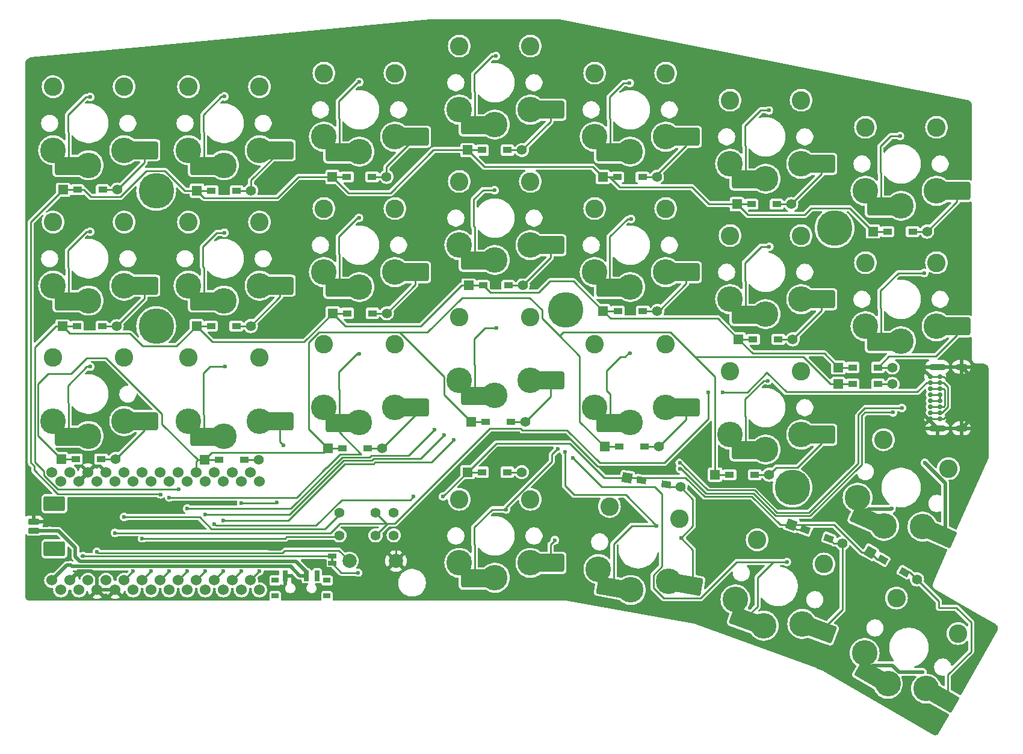
<source format=gbr>
G04 #@! TF.GenerationSoftware,KiCad,Pcbnew,8.0.1*
G04 #@! TF.CreationDate,2024-03-22T14:56:50+09:00*
G04 #@! TF.ProjectId,Pinky3,50696e6b-7933-42e6-9b69-6361645f7063,0.3*
G04 #@! TF.SameCoordinates,Original*
G04 #@! TF.FileFunction,Copper,L1,Top*
G04 #@! TF.FilePolarity,Positive*
%FSLAX46Y46*%
G04 Gerber Fmt 4.6, Leading zero omitted, Abs format (unit mm)*
G04 Created by KiCad (PCBNEW 8.0.1) date 2024-03-22 14:56:50*
%MOMM*%
%LPD*%
G01*
G04 APERTURE LIST*
G04 Aperture macros list*
%AMRoundRect*
0 Rectangle with rounded corners*
0 $1 Rounding radius*
0 $2 $3 $4 $5 $6 $7 $8 $9 X,Y pos of 4 corners*
0 Add a 4 corners polygon primitive as box body*
4,1,4,$2,$3,$4,$5,$6,$7,$8,$9,$2,$3,0*
0 Add four circle primitives for the rounded corners*
1,1,$1+$1,$2,$3*
1,1,$1+$1,$4,$5*
1,1,$1+$1,$6,$7*
1,1,$1+$1,$8,$9*
0 Add four rect primitives between the rounded corners*
20,1,$1+$1,$2,$3,$4,$5,0*
20,1,$1+$1,$4,$5,$6,$7,0*
20,1,$1+$1,$6,$7,$8,$9,0*
20,1,$1+$1,$8,$9,$2,$3,0*%
%AMRotRect*
0 Rectangle, with rotation*
0 The origin of the aperture is its center*
0 $1 length*
0 $2 width*
0 $3 Rotation angle, in degrees counterclockwise*
0 Add horizontal line*
21,1,$1,$2,0,0,$3*%
G04 Aperture macros list end*
G04 #@! TA.AperFunction,ComponentPad*
%ADD10C,1.397000*%
G04 #@! TD*
G04 #@! TA.AperFunction,WasherPad*
%ADD11C,5.000000*%
G04 #@! TD*
G04 #@! TA.AperFunction,ComponentPad*
%ADD12R,1.397000X1.397000*%
G04 #@! TD*
G04 #@! TA.AperFunction,SMDPad,CuDef*
%ADD13R,1.300000X0.950000*%
G04 #@! TD*
G04 #@! TA.AperFunction,ComponentPad*
%ADD14RotRect,1.397000X1.397000X350.000000*%
G04 #@! TD*
G04 #@! TA.AperFunction,SMDPad,CuDef*
%ADD15RotRect,1.300000X0.950000X350.000000*%
G04 #@! TD*
G04 #@! TA.AperFunction,ComponentPad*
%ADD16RotRect,1.397000X1.397000X330.000000*%
G04 #@! TD*
G04 #@! TA.AperFunction,SMDPad,CuDef*
%ADD17RotRect,1.300000X0.950000X330.000000*%
G04 #@! TD*
G04 #@! TA.AperFunction,ComponentPad*
%ADD18C,2.000000*%
G04 #@! TD*
G04 #@! TA.AperFunction,ComponentPad*
%ADD19C,1.524000*%
G04 #@! TD*
G04 #@! TA.AperFunction,ComponentPad*
%ADD20C,2.600000*%
G04 #@! TD*
G04 #@! TA.AperFunction,ComponentPad*
%ADD21C,3.600000*%
G04 #@! TD*
G04 #@! TA.AperFunction,SMDPad,CuDef*
%ADD22R,0.381000X0.381000*%
G04 #@! TD*
G04 #@! TA.AperFunction,SMDPad,CuDef*
%ADD23R,1.143000X0.635000*%
G04 #@! TD*
G04 #@! TA.AperFunction,ComponentPad*
%ADD24RotRect,1.397000X1.397000X340.000000*%
G04 #@! TD*
G04 #@! TA.AperFunction,SMDPad,CuDef*
%ADD25RotRect,1.300000X0.950000X340.000000*%
G04 #@! TD*
G04 #@! TA.AperFunction,SMDPad,CuDef*
%ADD26RoundRect,0.200000X0.600000X-0.200000X0.600000X0.200000X-0.600000X0.200000X-0.600000X-0.200000X0*%
G04 #@! TD*
G04 #@! TA.AperFunction,SMDPad,CuDef*
%ADD27RoundRect,0.250001X1.249999X-0.799999X1.249999X0.799999X-1.249999X0.799999X-1.249999X-0.799999X0*%
G04 #@! TD*
G04 #@! TA.AperFunction,ComponentPad*
%ADD28C,0.700000*%
G04 #@! TD*
G04 #@! TA.AperFunction,ComponentPad*
%ADD29O,2.400000X0.900000*%
G04 #@! TD*
G04 #@! TA.AperFunction,ComponentPad*
%ADD30O,1.700000X0.900000*%
G04 #@! TD*
G04 #@! TA.AperFunction,SMDPad,CuDef*
%ADD31R,1.000000X0.800000*%
G04 #@! TD*
G04 #@! TA.AperFunction,SMDPad,CuDef*
%ADD32R,0.700000X1.500000*%
G04 #@! TD*
G04 #@! TA.AperFunction,SMDPad,CuDef*
%ADD33RoundRect,0.250000X-1.675000X-1.000000X1.675000X-1.000000X1.675000X1.000000X-1.675000X1.000000X0*%
G04 #@! TD*
G04 #@! TA.AperFunction,SMDPad,CuDef*
%ADD34RoundRect,0.250000X-1.936925X-0.232262X1.123452X-1.594829X1.936925X0.232262X-1.123452X1.594829X0*%
G04 #@! TD*
G04 #@! TA.AperFunction,SMDPad,CuDef*
%ADD35RoundRect,0.250000X-1.823201X-0.693947X1.475905X-1.275668X1.823201X0.693947X-1.475905X1.275668X0*%
G04 #@! TD*
G04 #@! TA.AperFunction,SMDPad,CuDef*
%ADD36RoundRect,0.250000X-1.950593X-0.028525X0.950593X-1.703525X1.950593X0.028525X-0.950593X1.703525X0*%
G04 #@! TD*
G04 #@! TA.AperFunction,SMDPad,CuDef*
%ADD37RoundRect,0.250000X-1.916005X-0.366809X1.231965X-1.512576X1.916005X0.366809X-1.231965X1.512576X0*%
G04 #@! TD*
G04 #@! TA.AperFunction,ViaPad*
%ADD38C,0.600000*%
G04 #@! TD*
G04 #@! TA.AperFunction,Conductor*
%ADD39C,0.250000*%
G04 #@! TD*
G04 #@! TA.AperFunction,Conductor*
%ADD40C,0.500000*%
G04 #@! TD*
G04 APERTURE END LIST*
D10*
X90353013Y-123824956D03*
X85273013Y-123824956D03*
X90353013Y-127024956D03*
X85273013Y-127024956D03*
D11*
X59500000Y-78550000D03*
X59500000Y-97600000D03*
X117077615Y-95323520D03*
X154940000Y-83820000D03*
D12*
X46390071Y-78405307D03*
D13*
X48425071Y-78405307D03*
X51975071Y-78405307D03*
D10*
X54010071Y-78405307D03*
D12*
X46307758Y-97623066D03*
D13*
X48342758Y-97623066D03*
X51892758Y-97623066D03*
D10*
X53927758Y-97623066D03*
D12*
X46149357Y-116290587D03*
D13*
X48184357Y-116290587D03*
X51734357Y-116290587D03*
D10*
X53769357Y-116290587D03*
D12*
X65232293Y-78520954D03*
D13*
X67267293Y-78520954D03*
X70817293Y-78520954D03*
D10*
X72852293Y-78520954D03*
D12*
X65181633Y-97582678D03*
D13*
X67216633Y-97582678D03*
X70766633Y-97582678D03*
D10*
X72801633Y-97582678D03*
D12*
X84290532Y-76586188D03*
D13*
X86325532Y-76586188D03*
X89875532Y-76586188D03*
D10*
X91910532Y-76586188D03*
D12*
X84328206Y-95782531D03*
D13*
X86363206Y-95782531D03*
X89913206Y-95782531D03*
D10*
X91948206Y-95782531D03*
D12*
X83697186Y-114785930D03*
D13*
X85732186Y-114785930D03*
X89282186Y-114785930D03*
D10*
X91317186Y-114785930D03*
D12*
X103325943Y-72827307D03*
D13*
X105360943Y-72827307D03*
X108910943Y-72827307D03*
D10*
X110945943Y-72827307D03*
D12*
X103450949Y-91868870D03*
D13*
X105485949Y-91868870D03*
X109035949Y-91868870D03*
D10*
X111070949Y-91868870D03*
D12*
X103833127Y-111037794D03*
D13*
X105868127Y-111037794D03*
X109418127Y-111037794D03*
D10*
X111453127Y-111037794D03*
D12*
X103307381Y-118129184D03*
D13*
X105342381Y-118129184D03*
X108892381Y-118129184D03*
D10*
X110927381Y-118129184D03*
D12*
X122323957Y-76606883D03*
D13*
X124358957Y-76606883D03*
X127908957Y-76606883D03*
D10*
X129943957Y-76606883D03*
D12*
X122398584Y-95473267D03*
D13*
X124433584Y-95473267D03*
X127983584Y-95473267D03*
D10*
X130018584Y-95473267D03*
D12*
X122574534Y-114565608D03*
D13*
X124609537Y-114565608D03*
X128159537Y-114565608D03*
D10*
X130194540Y-114565608D03*
D14*
X125747546Y-118904889D03*
D15*
X127751632Y-119258263D03*
X131247700Y-119874715D03*
D10*
X133251786Y-120228089D03*
D12*
X141212415Y-80432207D03*
D13*
X143247415Y-80432207D03*
X146797415Y-80432207D03*
D10*
X148832415Y-80432207D03*
D12*
X141437956Y-99440777D03*
D13*
X143472956Y-99440777D03*
X147022956Y-99440777D03*
D10*
X149057956Y-99440777D03*
D12*
X138131447Y-118484079D03*
D13*
X140166447Y-118484079D03*
X143716447Y-118484079D03*
D10*
X145751447Y-118484079D03*
D12*
X160340290Y-84274501D03*
D13*
X162375290Y-84274501D03*
X165925290Y-84274501D03*
D10*
X167960290Y-84274501D03*
D12*
X155457977Y-103403297D03*
D13*
X157492977Y-103403297D03*
X161042977Y-103403297D03*
D10*
X163077977Y-103403297D03*
D12*
X155456529Y-105744596D03*
D13*
X157491529Y-105744597D03*
X161041529Y-105744597D03*
D10*
X163076529Y-105744598D03*
D16*
X159942961Y-129405249D03*
D17*
X161705322Y-130422750D03*
X164779712Y-132197750D03*
D10*
X166542073Y-133215251D03*
X92913013Y-123824956D03*
X92913013Y-127024956D03*
D18*
X86682387Y-130629586D03*
X93232387Y-130629586D03*
D19*
X46082000Y-134690000D03*
X44812000Y-118143600D03*
X48622000Y-134690000D03*
X47352000Y-118143600D03*
X51162000Y-134690000D03*
X49892000Y-118143600D03*
X53702000Y-134690000D03*
X52432000Y-118143600D03*
X56242000Y-134690000D03*
X54972000Y-118143600D03*
X58782000Y-134690000D03*
X57512000Y-118143600D03*
X61322000Y-134690000D03*
X60052000Y-118143600D03*
X63862000Y-134690000D03*
X62592000Y-118143600D03*
X66402000Y-134690000D03*
X65132000Y-118143600D03*
X68942000Y-134690000D03*
X67672000Y-118143600D03*
X71482000Y-134690000D03*
X70212000Y-118143600D03*
X74022000Y-134690000D03*
X72752000Y-118143600D03*
X72752000Y-133363600D03*
X74022000Y-119450000D03*
X70212000Y-133363600D03*
X71482000Y-119450000D03*
X67672000Y-133363600D03*
X68942000Y-119450000D03*
X65132000Y-133363600D03*
X66402000Y-119450000D03*
X62592000Y-133363600D03*
X63862000Y-119450000D03*
X60052000Y-133363600D03*
X61322000Y-119450000D03*
X57512000Y-133363600D03*
X58782000Y-119450000D03*
X54972000Y-133363600D03*
X56242000Y-119450000D03*
X52432000Y-133363600D03*
X53702000Y-119450000D03*
X49892000Y-133363600D03*
X51162000Y-119450000D03*
X47352000Y-133363600D03*
X48622000Y-119450000D03*
X44812000Y-133363600D03*
X46082000Y-119450000D03*
D20*
X55000000Y-63900000D03*
D21*
X50000000Y-74950000D03*
X45000000Y-72850000D03*
D20*
X55000000Y-82950000D03*
D21*
X50000000Y-94000000D03*
X45000000Y-91900000D03*
D20*
X55000000Y-102000000D03*
D21*
X50000000Y-113050000D03*
X45000000Y-110950000D03*
D20*
X74050000Y-63900000D03*
D21*
X69050000Y-74950000D03*
X64050000Y-72850000D03*
D20*
X74050000Y-82950000D03*
D21*
X69050000Y-94000000D03*
X64050000Y-91900000D03*
D20*
X74050000Y-102000000D03*
D21*
X69050000Y-113050000D03*
X64050000Y-110950000D03*
D20*
X93100000Y-61995000D03*
D21*
X88100000Y-73045000D03*
X83100000Y-70945000D03*
D20*
X93100000Y-81045000D03*
D21*
X88100000Y-92095000D03*
X83100000Y-89995000D03*
D20*
X93100000Y-100095000D03*
D21*
X88100000Y-111145000D03*
X83100000Y-109045000D03*
D20*
X112150000Y-58185000D03*
D21*
X107150000Y-69235000D03*
X102150000Y-67135000D03*
D20*
X112150000Y-77235000D03*
D21*
X107150000Y-88285000D03*
X102150000Y-86185000D03*
D20*
X112150000Y-96285000D03*
D21*
X107150000Y-107335000D03*
X102150000Y-105235000D03*
D20*
X131200000Y-61995000D03*
D21*
X126200000Y-73045000D03*
X121200000Y-70945000D03*
D20*
X131200000Y-81045000D03*
D21*
X126200000Y-92095000D03*
X121200000Y-89995000D03*
D20*
X131200000Y-100095000D03*
D21*
X126200000Y-111145000D03*
X121200000Y-109045000D03*
D20*
X150250000Y-65805000D03*
D21*
X145250000Y-76855000D03*
X140250000Y-74755000D03*
D20*
X150250000Y-84855000D03*
D21*
X145250000Y-95905000D03*
X140250000Y-93805000D03*
D20*
X150250000Y-103905000D03*
D21*
X145250000Y-114955000D03*
X140250000Y-112855000D03*
D20*
X169300000Y-69615000D03*
D21*
X164300000Y-80665000D03*
X159300000Y-78565000D03*
D20*
X169300000Y-88665000D03*
D21*
X164300000Y-99715000D03*
X159300000Y-97615000D03*
D20*
X170962421Y-117628924D03*
D21*
X161900254Y-125689918D03*
X158186673Y-121737790D03*
D22*
X84219392Y-130463292D03*
D23*
X84219392Y-130963672D03*
X84219392Y-129962912D03*
D24*
X148890669Y-125554394D03*
D25*
X150802944Y-126250405D03*
X154138852Y-127464577D03*
D10*
X156051127Y-128160588D03*
D11*
X149000000Y-120300000D03*
D20*
X133118327Y-124696481D03*
D21*
X126275476Y-134710366D03*
X121716098Y-131774029D03*
D20*
X112150000Y-121950000D03*
D21*
X107150000Y-133000000D03*
X102150000Y-130900000D03*
D20*
X153459867Y-131070684D03*
D21*
X144982081Y-139744186D03*
X141001860Y-136060731D03*
D20*
X172305127Y-140839969D03*
D21*
X162450000Y-147909550D03*
X159169873Y-143590897D03*
D26*
X42275506Y-126384741D03*
X42275506Y-125134741D03*
D27*
X45175506Y-128934741D03*
X45175506Y-122584741D03*
D28*
X168423975Y-110618892D03*
X168423975Y-109768892D03*
X168423975Y-108918892D03*
X168423975Y-108068892D03*
X168423975Y-107218892D03*
X168423975Y-106368892D03*
X168423975Y-105518892D03*
X168423975Y-104668892D03*
X169773975Y-104668892D03*
X169773975Y-105518892D03*
X169773975Y-106368892D03*
X169773975Y-107218892D03*
X169773975Y-108068892D03*
X169773975Y-108918892D03*
X169773975Y-109768892D03*
X169773975Y-110618892D03*
D29*
X169403975Y-111968892D03*
D30*
X172783975Y-111968892D03*
D29*
X169403975Y-103318892D03*
D30*
X172783975Y-103318892D03*
D31*
X76232931Y-133354993D03*
X76232931Y-135564993D03*
D32*
X80632931Y-132704993D03*
D31*
X83532931Y-133354993D03*
X83532931Y-135564993D03*
D32*
X77632931Y-132704993D03*
X82132931Y-132704993D03*
D12*
X66301500Y-116417712D03*
D13*
X68336500Y-116417712D03*
X71886500Y-116417712D03*
D10*
X73921500Y-116417712D03*
D20*
X64050000Y-82950000D03*
D33*
X66200000Y-94100000D03*
D21*
X69050000Y-94000000D03*
X74050000Y-91900000D03*
D33*
X76900000Y-91900000D03*
D20*
X121200000Y-100095000D03*
D33*
X123350000Y-111245000D03*
D21*
X126200000Y-111145000D03*
X131200000Y-109045000D03*
D33*
X134050000Y-109045000D03*
D20*
X140250000Y-103905000D03*
D33*
X142400000Y-115055000D03*
D21*
X145250000Y-114955000D03*
X150250000Y-112855000D03*
D33*
X153100000Y-112855000D03*
D20*
X64050000Y-102000000D03*
D33*
X66200000Y-113150000D03*
D21*
X69050000Y-113050000D03*
X74050000Y-110950000D03*
D33*
X76900000Y-110950000D03*
D20*
X45000000Y-63900000D03*
D33*
X47150000Y-75050000D03*
D21*
X50000000Y-74950000D03*
X55000000Y-72850000D03*
D33*
X57850000Y-72850000D03*
D20*
X161826967Y-113561558D03*
D34*
X159255976Y-124622073D03*
D21*
X161900254Y-125689918D03*
X167322128Y-125805157D03*
D34*
X169925733Y-126964354D03*
D20*
X123270249Y-122959999D03*
D35*
X123451409Y-134313949D03*
D21*
X126275475Y-134710366D03*
X131564176Y-133510511D03*
D35*
X134370878Y-134005407D03*
D20*
X163644873Y-135839969D03*
D36*
X159931828Y-146571153D03*
D21*
X162450000Y-147909550D03*
X167830127Y-148590897D03*
D36*
X170298299Y-150015896D03*
D20*
X83100000Y-61995000D03*
D33*
X85250000Y-73145000D03*
D21*
X88100000Y-73045000D03*
X93100000Y-70945000D03*
D33*
X95950000Y-70945000D03*
D20*
X121200000Y-81045000D03*
D33*
X123350000Y-92195000D03*
D21*
X126200000Y-92095000D03*
X131200000Y-89995000D03*
D33*
X134050000Y-89995000D03*
D20*
X159300000Y-69615000D03*
D33*
X161450000Y-80765000D03*
D21*
X164300000Y-80665000D03*
X169300000Y-78565000D03*
D33*
X172150000Y-78565000D03*
D20*
X121200000Y-61995000D03*
D33*
X123350000Y-73145000D03*
D21*
X126200000Y-73045000D03*
X131200000Y-70945000D03*
D33*
X134050000Y-70945000D03*
D20*
X83100000Y-100095000D03*
D33*
X85250000Y-111245000D03*
D21*
X88100000Y-111145000D03*
X93100000Y-109045000D03*
D33*
X95950000Y-109045000D03*
D20*
X64050000Y-63900000D03*
D33*
X66200000Y-75050000D03*
D21*
X69050000Y-74950000D03*
X74050000Y-72850000D03*
D33*
X76900000Y-72850000D03*
D20*
X102150000Y-77235000D03*
D33*
X104300000Y-88385000D03*
D21*
X107150000Y-88285000D03*
X112150000Y-86185000D03*
D33*
X115000000Y-86185000D03*
D20*
X140250000Y-65805000D03*
D33*
X142400000Y-76955000D03*
D21*
X145250000Y-76855000D03*
X150250000Y-74755000D03*
D33*
X153100000Y-74755000D03*
D20*
X144062940Y-127650482D03*
D37*
X142269755Y-138863398D03*
D21*
X144982082Y-139744186D03*
X150398787Y-139480933D03*
D37*
X153076911Y-140455690D03*
D20*
X102150000Y-121950000D03*
D33*
X104300000Y-133100000D03*
D21*
X107150000Y-133000000D03*
X112150000Y-130900000D03*
D33*
X115000000Y-130900000D03*
D20*
X102150000Y-96285000D03*
D33*
X104300000Y-107435000D03*
D21*
X107150000Y-107335000D03*
X112150000Y-105235000D03*
D33*
X115000000Y-105235000D03*
D20*
X45000000Y-102000000D03*
D33*
X47150000Y-113150000D03*
D21*
X50000000Y-113050000D03*
X55000000Y-110950000D03*
D33*
X57850000Y-110950000D03*
D20*
X140250000Y-84855000D03*
D33*
X142400000Y-96005000D03*
D21*
X145250000Y-95905000D03*
X150250000Y-93805000D03*
D33*
X153100000Y-93805000D03*
D20*
X159300000Y-88665000D03*
D33*
X161450000Y-99815000D03*
D21*
X164300000Y-99715000D03*
X169300000Y-97615000D03*
D33*
X172150000Y-97615000D03*
D20*
X102150000Y-58185000D03*
D33*
X104300000Y-69335000D03*
D21*
X107150000Y-69235000D03*
X112150000Y-67135000D03*
D33*
X115000000Y-67135000D03*
D20*
X83100000Y-81045000D03*
D33*
X85250000Y-92195000D03*
D21*
X88100000Y-92095000D03*
X93100000Y-89995000D03*
D33*
X95950000Y-89995000D03*
D20*
X45000000Y-82950000D03*
D33*
X47150000Y-94100000D03*
D21*
X50000000Y-94000000D03*
X55000000Y-91900000D03*
D33*
X57850000Y-91900000D03*
D38*
X95726036Y-121582592D03*
X99869051Y-121567512D03*
X67696675Y-125430814D03*
X60094594Y-121267869D03*
X62634594Y-120528199D03*
X77419268Y-114365414D03*
X115590915Y-127698893D03*
X133351002Y-127397894D03*
X167640000Y-116840000D03*
X133162408Y-116827088D03*
X164429423Y-109096294D03*
X163180391Y-109737734D03*
X133198504Y-117640150D03*
X87921800Y-132291524D03*
X44744557Y-125141543D03*
X48622000Y-132093600D03*
X82512597Y-134242025D03*
X50096801Y-128182262D03*
X49227429Y-129927947D03*
X51155281Y-129321617D03*
X50212699Y-103296723D03*
X50214482Y-84313940D03*
X50226722Y-65356329D03*
X56242000Y-132048000D03*
X69181458Y-103269234D03*
X58782000Y-132092000D03*
X69074513Y-65287246D03*
X69113171Y-84444652D03*
X61339402Y-121684648D03*
X61322000Y-132068000D03*
X88063565Y-101477764D03*
X88028675Y-82381221D03*
X88063565Y-63261441D03*
X107296599Y-59592188D03*
X108744713Y-123377449D03*
X98634153Y-112192853D03*
X107117857Y-78471156D03*
X63852789Y-132076630D03*
X107357796Y-97814303D03*
X115974985Y-114888612D03*
X63864974Y-123275973D03*
X126122953Y-63374764D03*
X66402484Y-124103115D03*
X66402000Y-132088000D03*
X117019742Y-115316575D03*
X100009668Y-112916981D03*
X129923010Y-125715086D03*
X126297404Y-82494893D03*
X126208901Y-101436503D03*
X145690792Y-67236680D03*
X68957513Y-124919007D03*
X101362895Y-113570017D03*
X145551232Y-105264388D03*
X68942000Y-132048000D03*
X145760572Y-86426241D03*
X118112301Y-116114063D03*
X148225267Y-130771786D03*
X167295591Y-146261955D03*
X167566977Y-90110177D03*
X162959460Y-123275172D03*
X76438084Y-122435894D03*
X164147239Y-70857319D03*
X71468177Y-122458162D03*
X71482000Y-132092000D03*
X74022000Y-132068000D03*
X54972000Y-124460000D03*
X57531873Y-127480814D03*
X44495594Y-126390412D03*
X78421511Y-131402303D03*
X47399525Y-131224391D03*
X137190215Y-106902071D03*
X139199207Y-106902071D03*
X53691582Y-126680814D03*
D39*
X72852293Y-77057707D02*
X72852293Y-78520954D01*
X77060000Y-72850000D02*
X72852293Y-77057707D01*
X70817293Y-78520954D02*
X72852293Y-78520954D01*
X117723549Y-114093117D02*
X122535321Y-118904889D01*
X67696675Y-125430814D02*
X67921675Y-125655814D01*
X125747546Y-118904889D02*
X133978449Y-118904889D01*
X148890669Y-125554394D02*
X154892381Y-125554394D01*
X147307499Y-125554394D02*
X148890669Y-125554394D01*
X103307381Y-118129184D02*
X107343448Y-114093117D01*
X136726772Y-121555000D02*
X143308105Y-121555000D01*
X154892381Y-125554394D02*
X158743236Y-129405249D01*
X107343448Y-114093117D02*
X117723549Y-114093117D01*
X158743236Y-129405249D02*
X159942961Y-129405249D01*
X143308105Y-121555000D02*
X147307499Y-125554394D01*
X95233766Y-122074862D02*
X95726036Y-121582592D01*
X122535321Y-118904889D02*
X125747546Y-118904889D01*
X160960462Y-130422750D02*
X159942961Y-129405249D01*
X67921675Y-125655814D02*
X81994707Y-125655814D01*
X150802944Y-126250405D02*
X149586680Y-126250405D01*
X105342381Y-118129184D02*
X103307381Y-118129184D01*
X133978449Y-118904889D02*
X136628560Y-121555000D01*
X161705322Y-130422750D02*
X160960462Y-130422750D01*
X81994707Y-125655814D02*
X85575659Y-122074862D01*
X149586680Y-126250405D02*
X148890669Y-125554394D01*
X125747546Y-118904889D02*
X127398258Y-118904889D01*
X103307381Y-118129184D02*
X99869051Y-121567514D01*
X127398258Y-118904889D02*
X127751632Y-119258263D01*
X85575659Y-122074862D02*
X95233766Y-122074862D01*
X72801633Y-97582678D02*
X76900000Y-93484311D01*
X76900000Y-93484311D02*
X76900000Y-91900000D01*
X72801633Y-97582678D02*
X70766633Y-97582678D01*
X141212415Y-80432207D02*
X142743123Y-81962915D01*
X122323957Y-76606883D02*
X123272457Y-76606883D01*
X134889565Y-78039849D02*
X137281923Y-80432207D01*
X65232293Y-78520954D02*
X66255793Y-79544454D01*
X49325071Y-78405307D02*
X50348572Y-79428808D01*
X48425071Y-78405307D02*
X49325071Y-78405307D01*
X103325943Y-72827307D02*
X105668636Y-75170000D01*
X137281923Y-80432207D02*
X141212415Y-80432207D01*
X122323957Y-76606883D02*
X124358957Y-76606883D01*
X63520954Y-78520954D02*
X60724999Y-75724999D01*
X42328353Y-117233604D02*
X42328353Y-117870000D01*
X45668093Y-121209741D02*
X60036466Y-121209741D01*
X79502639Y-76586188D02*
X84290532Y-76586188D01*
X98507507Y-72827307D02*
X103325943Y-72827307D01*
X123272457Y-76606883D02*
X124705423Y-78039849D01*
X160340290Y-84274501D02*
X162375290Y-84274501D01*
X60036466Y-121209741D02*
X60094594Y-121267869D01*
X151661948Y-80995000D02*
X157060789Y-80995000D01*
X41871375Y-82924003D02*
X41871375Y-116776626D01*
X45395078Y-120936726D02*
X45668094Y-121209741D01*
X84290532Y-76586188D02*
X86325532Y-76586188D01*
X120887074Y-75170000D02*
X122323957Y-76606883D01*
X86564344Y-78860000D02*
X92474814Y-78860000D01*
X50348572Y-79428808D02*
X54434018Y-79428808D01*
X46390071Y-78405307D02*
X48425071Y-78405307D01*
X103325943Y-72827307D02*
X105360943Y-72827307D01*
X45395078Y-120936726D02*
X45668093Y-121209741D01*
X41871375Y-116776626D02*
X42328353Y-117233604D01*
X84290532Y-76586188D02*
X86564344Y-78860000D01*
X157060789Y-80995000D02*
X160340290Y-84274501D01*
X105668636Y-75170000D02*
X120887074Y-75170000D01*
X141212415Y-80432207D02*
X143247415Y-80432207D01*
X46390071Y-78405307D02*
X41871375Y-82924003D01*
X42328353Y-117870000D02*
X45395078Y-120936726D01*
X66255793Y-79544454D02*
X76544373Y-79544454D01*
X150694033Y-81962915D02*
X151661948Y-80995000D01*
X58137827Y-75724999D02*
X60724999Y-75724999D01*
X142743123Y-81962915D02*
X150694033Y-81962915D01*
X65232293Y-78520954D02*
X63520954Y-78520954D01*
X76544373Y-79544454D02*
X79502639Y-76586188D01*
X124705423Y-78039849D02*
X134889565Y-78039849D01*
X92474814Y-78860000D02*
X98507507Y-72827307D01*
X65232293Y-78520954D02*
X67267293Y-78520954D01*
X54434018Y-79428808D02*
X58137827Y-75724999D01*
X45631749Y-120537000D02*
X62531747Y-120537000D01*
X84328206Y-95782531D02*
X86363206Y-95782531D01*
X96696731Y-97610387D02*
X102438248Y-91868870D01*
X55776670Y-98646566D02*
X47331258Y-98646566D01*
X141437956Y-99440777D02*
X143472956Y-99440777D01*
X105485949Y-91868870D02*
X106509449Y-92892370D01*
X141437956Y-99440777D02*
X138493946Y-96496767D01*
X45359258Y-97623066D02*
X42425000Y-100557324D01*
X42425000Y-116693855D02*
X43725000Y-117993855D01*
X143422393Y-101425214D02*
X141437956Y-99440777D01*
X113268166Y-92892370D02*
X114877382Y-91283154D01*
X86156062Y-97610387D02*
X96696731Y-97610387D01*
X155457977Y-103403297D02*
X157492977Y-103403297D01*
X62339311Y-100425000D02*
X57555104Y-100425000D01*
X67408554Y-99809599D02*
X80301138Y-99809599D01*
X42425000Y-100557324D02*
X42425000Y-116693855D01*
X153479894Y-101425214D02*
X143422393Y-101425214D01*
X65181633Y-97582678D02*
X67408554Y-99809599D01*
X118208471Y-91283154D02*
X114877382Y-91283154D01*
X84328206Y-95782531D02*
X86156062Y-97610387D01*
X43725000Y-118630251D02*
X45631749Y-120537000D01*
X57555104Y-100425000D02*
X55776670Y-98646566D01*
X46307758Y-97623066D02*
X45359258Y-97623066D01*
X122398584Y-95473267D02*
X118208471Y-91283154D01*
X155457977Y-103403297D02*
X153479894Y-101425214D01*
X46307758Y-97623066D02*
X48342758Y-97623066D01*
X47331258Y-98646566D02*
X46307758Y-97623066D01*
X106509449Y-92892370D02*
X113268166Y-92892370D01*
X123422084Y-96496767D02*
X122398584Y-95473267D01*
X67216633Y-97582678D02*
X65181633Y-97582678D01*
X43725000Y-117993855D02*
X43725000Y-118630251D01*
X80301138Y-99809599D02*
X84328206Y-95782531D01*
X138493946Y-96496767D02*
X123422084Y-96496767D01*
X102438248Y-91868870D02*
X103450949Y-91868870D01*
X65181633Y-97582678D02*
X62339311Y-100425000D01*
X124433584Y-95473267D02*
X122398584Y-95473267D01*
X103450949Y-91868870D02*
X105485949Y-91868870D01*
X76900000Y-113846146D02*
X76900000Y-110950000D01*
X73921500Y-116417712D02*
X71886500Y-116417712D01*
X77419268Y-114365414D02*
X76900000Y-113846146D01*
X65132000Y-116638712D02*
X65132000Y-118143600D01*
X97674062Y-98462840D02*
X102543325Y-93593577D01*
X67325000Y-115394212D02*
X83088904Y-115394212D01*
X119075000Y-111066074D02*
X122574534Y-114565608D01*
X112051110Y-93593577D02*
X113775000Y-95317467D01*
X116234869Y-98963601D02*
X116728470Y-98470000D01*
X44310953Y-104250000D02*
X47513604Y-104250000D01*
X100024418Y-107229085D02*
X103833127Y-111037794D01*
X52445100Y-102050000D02*
X60323231Y-109928131D01*
X60323231Y-111387943D02*
X65353000Y-116417712D01*
X100024418Y-104708170D02*
X100024418Y-107229085D01*
X124609537Y-114565608D02*
X122574534Y-114565608D01*
X116728470Y-98470000D02*
X131873098Y-98470000D01*
X93779088Y-98462840D02*
X97674062Y-98462840D01*
X60323231Y-109928131D02*
X60323231Y-111387943D01*
X155456529Y-105744596D02*
X157491529Y-105744597D01*
X49713604Y-102050000D02*
X52445100Y-102050000D01*
X131873098Y-98470000D02*
X135278312Y-101875214D01*
X138125000Y-104721902D02*
X138125000Y-118477632D01*
X113775000Y-96503732D02*
X116234869Y-98963601D01*
X66301500Y-116417712D02*
X68336500Y-116417712D01*
X119075000Y-101803732D02*
X119075000Y-111066074D01*
X42875000Y-113016230D02*
X42875000Y-105685953D01*
X85732186Y-114785930D02*
X83697186Y-114785930D01*
X46149357Y-116290587D02*
X42875000Y-113016230D01*
X102543325Y-93593577D02*
X112051110Y-93593577D01*
X155456529Y-105744596D02*
X154387694Y-105744596D01*
X42875000Y-105685953D02*
X44310953Y-104250000D01*
X80975000Y-112063744D02*
X80975000Y-99921902D01*
X93779088Y-98462840D02*
X100024418Y-104708170D01*
X138131447Y-118484079D02*
X140166447Y-118484079D01*
X47513604Y-104250000D02*
X49713604Y-102050000D01*
X135278312Y-101875214D02*
X138125000Y-104721902D01*
X80975000Y-99921902D02*
X82434062Y-98462840D01*
X116234869Y-98963601D02*
X119075000Y-101803732D01*
X65353000Y-116417712D02*
X66301500Y-116417712D01*
X48184357Y-116290587D02*
X46149357Y-116290587D01*
X65353000Y-116417712D02*
X65132000Y-116638712D01*
X66301500Y-116417712D02*
X67325000Y-115394212D01*
X135278312Y-101875214D02*
X150518312Y-101875214D01*
X82434062Y-98462840D02*
X93779088Y-98462840D01*
X105868127Y-111037794D02*
X103833127Y-111037794D01*
X83088904Y-115394212D02*
X83697186Y-114785930D01*
X83697186Y-114785930D02*
X80975000Y-112063744D01*
X113775000Y-95317467D02*
X113775000Y-96503732D01*
X154387694Y-105744596D02*
X150518312Y-101875214D01*
X91910000Y-75145000D02*
X91910532Y-75145532D01*
X91910000Y-75145000D02*
X96110000Y-70945000D01*
X91910532Y-76586188D02*
X89875532Y-76586188D01*
X91910532Y-75145532D02*
X91910532Y-76586188D01*
X91948206Y-95782531D02*
X95950000Y-91780737D01*
X95950000Y-91780737D02*
X95950000Y-89995000D01*
X91948206Y-95782531D02*
X89913206Y-95782531D01*
X91317186Y-114785930D02*
X95950000Y-110153116D01*
X91317186Y-114785930D02*
X89282186Y-114785930D01*
X115000000Y-68773250D02*
X115000000Y-67135000D01*
X108910943Y-72827307D02*
X110945943Y-72827307D01*
X110945943Y-72827307D02*
X115000000Y-68773250D01*
X111070949Y-91868870D02*
X115000000Y-87939819D01*
X115000000Y-87939819D02*
X115000000Y-86185000D01*
X109035949Y-91868870D02*
X111070949Y-91868870D01*
X115000000Y-107490921D02*
X115000000Y-105235000D01*
X111453127Y-111037794D02*
X115000000Y-107490921D01*
X111453127Y-111037794D02*
X109418127Y-111037794D01*
X108892381Y-118129184D02*
X110927381Y-118129184D01*
X115590915Y-127698893D02*
X115000000Y-128289808D01*
X115000000Y-128289808D02*
X115000000Y-130900000D01*
X134050000Y-72195000D02*
X134050000Y-70945000D01*
X127908957Y-76606883D02*
X129943957Y-76606883D01*
X129638117Y-76606883D02*
X134050000Y-72195000D01*
X134050000Y-91619665D02*
X134050000Y-89995000D01*
X130018584Y-95473267D02*
X127983584Y-95473267D01*
X130196398Y-95473267D02*
X134050000Y-91619665D01*
X130018584Y-95473267D02*
X130196398Y-95473267D01*
X134050000Y-110710148D02*
X130194540Y-114565608D01*
X134050000Y-109045000D02*
X134050000Y-110710148D01*
X130194540Y-114565608D02*
X128159537Y-114565608D01*
X135011003Y-134118279D02*
X135011003Y-129057895D01*
X135011003Y-125737893D02*
X133351002Y-127397894D01*
X133251786Y-120228089D02*
X135011003Y-121987306D01*
X133251786Y-120228089D02*
X131601074Y-120228089D01*
X135011003Y-121987306D02*
X135011003Y-125737893D01*
X131601074Y-120228089D02*
X131247700Y-119874715D01*
X135011003Y-129057895D02*
X133351002Y-127397894D01*
X153100000Y-74755000D02*
X153100000Y-76164622D01*
X148832415Y-80432207D02*
X146797415Y-80432207D01*
X153100000Y-76164622D02*
X148832415Y-80432207D01*
X147022956Y-99440777D02*
X149057956Y-99440777D01*
X153100000Y-93805000D02*
X153100000Y-95398733D01*
X153100000Y-95398733D02*
X149057956Y-99440777D01*
X153100000Y-112855000D02*
X153100000Y-114105000D01*
X145751447Y-118484079D02*
X143716447Y-118484079D01*
X146760526Y-117475000D02*
X145751447Y-118484079D01*
X153100000Y-114105000D02*
X149730000Y-117475000D01*
X149730000Y-117475000D02*
X146760526Y-117475000D01*
X153076911Y-140455690D02*
X156051127Y-137481474D01*
X154834863Y-128160588D02*
X154138852Y-127464577D01*
X156051127Y-128160588D02*
X154834863Y-128160588D01*
X156051127Y-137481474D02*
X156051127Y-128160588D01*
X172150000Y-78565000D02*
X172150000Y-80084791D01*
X167960290Y-84274501D02*
X165925290Y-84274501D01*
X172150000Y-80084791D02*
X167960290Y-84274501D01*
X163077977Y-103403297D02*
X161042977Y-103403297D01*
X169175000Y-101840000D02*
X162606274Y-101840000D01*
X162606274Y-101840000D02*
X161042977Y-103403297D01*
X172150000Y-98865000D02*
X169175000Y-101840000D01*
X172150000Y-97615000D02*
X172150000Y-98865000D01*
D40*
X170519537Y-119719537D02*
X170519537Y-127228734D01*
X167640000Y-116840000D02*
X170519537Y-119719537D01*
D39*
X161041529Y-105744597D02*
X163076529Y-105744598D01*
X164779712Y-132197750D02*
X165524572Y-132197750D01*
X170861216Y-146638784D02*
X174140857Y-143359143D01*
X165524572Y-132197750D02*
X166542073Y-133215251D01*
X169574404Y-136247582D02*
X169574404Y-137179849D01*
X174140857Y-139254988D02*
X172065718Y-137179849D01*
X172065718Y-137179849D02*
X169574404Y-137179849D01*
X170861216Y-150340897D02*
X170861216Y-146638784D01*
X166542073Y-133215251D02*
X169574404Y-136247582D01*
X174140857Y-143359143D02*
X174140857Y-139254988D01*
X168423975Y-108918892D02*
X169773975Y-108918892D01*
X169773975Y-106368892D02*
X170268949Y-106368892D01*
X168423975Y-106368892D02*
X169773975Y-106368892D01*
X170448975Y-108738866D02*
X170268949Y-108918892D01*
X143680897Y-120655000D02*
X146850897Y-123825000D01*
X133269326Y-116827088D02*
X133162408Y-116827088D01*
X158272816Y-116860356D02*
X158272816Y-110012815D01*
X158272816Y-110012815D02*
X159189337Y-109096294D01*
X146850897Y-123825000D02*
X151308172Y-123825000D01*
X159189337Y-109096294D02*
X164429423Y-109096294D01*
X133823504Y-117381266D02*
X133269326Y-116827088D01*
X170268949Y-108918892D02*
X169773975Y-108918892D01*
X137092335Y-120655000D02*
X133823504Y-117386169D01*
X133823504Y-117386169D02*
X133823504Y-117381266D01*
X170268949Y-106368892D02*
X170448975Y-106548918D01*
X170448975Y-106548918D02*
X170448975Y-108738866D01*
X151308172Y-123825000D02*
X158272816Y-116860356D01*
X137092335Y-120655000D02*
X143680897Y-120655000D01*
X159208223Y-109713804D02*
X162972998Y-109713804D01*
X133198504Y-117640150D02*
X133350106Y-117640150D01*
X158722816Y-117046752D02*
X158722816Y-110199211D01*
X168423975Y-108068892D02*
X169773975Y-108068892D01*
X163180391Y-109737734D02*
X163020858Y-109713804D01*
X151494568Y-124275000D02*
X158722816Y-117046752D01*
X133350106Y-117640150D02*
X136814956Y-121105000D01*
X85547244Y-132291524D02*
X87921800Y-132291524D01*
X143494501Y-121105000D02*
X146664501Y-124275000D01*
X158722816Y-110199211D02*
X159208223Y-109713804D01*
X163020858Y-109713804D02*
X162996928Y-109713804D01*
X146664501Y-124275000D02*
X151494568Y-124275000D01*
X136814956Y-121105000D02*
X143494501Y-121105000D01*
X84219392Y-130963672D02*
X85547244Y-132291524D01*
X168423975Y-107218892D02*
X169773975Y-107218892D01*
X169773975Y-107218892D02*
X169773975Y-108068892D01*
X162972998Y-109713804D02*
X163180391Y-109737734D01*
D40*
X48622000Y-132093600D02*
X47352000Y-133363600D01*
D39*
X121556828Y-117290000D02*
X131269766Y-117290000D01*
X151070000Y-123250000D02*
X157455051Y-116864949D01*
X82512597Y-134502053D02*
X81724328Y-135290322D01*
X90945449Y-132916524D02*
X93232387Y-130629586D01*
D40*
X76997360Y-128925000D02*
X77679586Y-128242774D01*
X172783975Y-103318892D02*
X169403975Y-103318892D01*
D39*
X85521400Y-132916524D02*
X90945449Y-132916524D01*
X84195899Y-134242025D02*
X82512597Y-134242025D01*
D40*
X51162000Y-132839838D02*
X51162000Y-134690000D01*
D39*
X169773975Y-104668892D02*
X170268949Y-104668892D01*
X82467800Y-134101938D02*
X82512597Y-134242025D01*
D40*
X48622000Y-132068000D02*
X48622000Y-132093600D01*
D39*
X50096801Y-128182262D02*
X47066751Y-125152212D01*
X168423975Y-110618892D02*
X169773975Y-110618892D01*
X168423975Y-110618892D02*
X168423975Y-110988892D01*
X110515730Y-112537794D02*
X110783691Y-112805755D01*
D40*
X77679586Y-128242774D02*
X78557226Y-128242774D01*
D39*
X93232387Y-130629586D02*
X93232387Y-128867613D01*
X93900000Y-128200000D02*
X78600000Y-128200000D01*
D40*
X157455051Y-110017408D02*
X159207636Y-108264823D01*
D39*
X168423975Y-110988892D02*
X169403975Y-111968892D01*
X44883256Y-125152212D02*
X44744557Y-125141543D01*
X93232387Y-128867613D02*
X93900000Y-128200000D01*
X44744557Y-125141543D02*
X42282308Y-125141543D01*
D40*
X169403975Y-111968892D02*
X172783975Y-111968892D01*
X157455051Y-116864949D02*
X157455051Y-110017408D01*
D39*
X82512597Y-134242025D02*
X82475732Y-134101938D01*
X97000000Y-125100000D02*
X97000000Y-122253172D01*
D40*
X51162000Y-134690000D02*
X53702000Y-134690000D01*
D39*
X82512597Y-134242025D02*
X82512597Y-134502053D01*
X171348975Y-105748918D02*
X171348975Y-109538866D01*
X143867293Y-120205000D02*
X146912293Y-123250000D01*
D40*
X50390162Y-132068000D02*
X51162000Y-132839838D01*
X48622000Y-132068000D02*
X50390162Y-132068000D01*
D39*
X78557226Y-128242774D02*
X78600000Y-128200000D01*
D40*
X175260000Y-105794917D02*
X172783975Y-103318892D01*
D39*
X170268949Y-104668892D02*
X171348975Y-105748918D01*
X137424204Y-120205000D02*
X143867293Y-120205000D01*
X171348975Y-109538866D02*
X170268949Y-110618892D01*
X97000000Y-122253172D02*
X106715378Y-112537794D01*
X110783691Y-112805755D02*
X117072583Y-112805755D01*
X44861918Y-125152212D02*
X44872587Y-125152212D01*
X168423975Y-104668892D02*
X169773975Y-104668892D01*
X170268949Y-110618892D02*
X169773975Y-110618892D01*
X50096801Y-128182262D02*
X50157313Y-128242774D01*
X106715378Y-112537794D02*
X110515730Y-112537794D01*
D40*
X74720414Y-128242774D02*
X75402640Y-128925000D01*
D39*
X78431268Y-132704993D02*
X77632931Y-132704993D01*
X47066751Y-125152212D02*
X44883256Y-125152212D01*
X133214040Y-115994836D02*
X137424204Y-120205000D01*
X81724328Y-135290322D02*
X81016597Y-135290322D01*
X93900000Y-128200000D02*
X97000000Y-125100000D01*
D40*
X75402640Y-128925000D02*
X76997360Y-128925000D01*
X159207636Y-108264823D02*
X165699906Y-108264823D01*
D39*
X131269766Y-117290000D02*
X132564931Y-115994836D01*
X132564931Y-115994836D02*
X133214040Y-115994836D01*
D40*
X172783975Y-111968892D02*
X175260000Y-109492867D01*
X175260000Y-109492867D02*
X175260000Y-105794917D01*
D39*
X81016597Y-135290322D02*
X78431268Y-132704993D01*
X117072583Y-112805755D02*
X121556828Y-117290000D01*
X44744557Y-125141543D02*
X44861918Y-125152212D01*
X146912293Y-123250000D02*
X151070000Y-123250000D01*
D40*
X50157313Y-128242774D02*
X74720414Y-128242774D01*
X165699906Y-108264823D02*
X169403975Y-111968892D01*
D39*
X85521400Y-132916524D02*
X84195899Y-134242025D01*
X48902889Y-129962912D02*
X84219392Y-129962912D01*
X51333664Y-129500000D02*
X77235532Y-129500000D01*
X51155281Y-129321617D02*
X51333664Y-129500000D01*
X85221060Y-129168259D02*
X86682387Y-130629586D01*
X77567274Y-129168259D02*
X85221060Y-129168259D01*
X77235532Y-129500000D02*
X77567274Y-129168259D01*
X47150000Y-75050000D02*
X47150000Y-70301219D01*
X56242000Y-132048000D02*
X56242000Y-132093600D01*
X47100000Y-89301219D02*
X47100000Y-86898781D01*
X47100000Y-70251219D02*
X47100000Y-67848781D01*
X47150000Y-94100000D02*
X47150000Y-89351219D01*
X47150000Y-70301219D02*
X47100000Y-70251219D01*
X56242000Y-132093600D02*
X54972000Y-133363600D01*
X47100000Y-108351219D02*
X47100000Y-105948781D01*
X49592452Y-65356329D02*
X50226722Y-65356329D01*
X47100000Y-67848781D02*
X49592452Y-65356329D01*
X49752058Y-103296723D02*
X50212699Y-103296723D01*
X47100000Y-105948781D02*
X49752058Y-103296723D01*
X47150000Y-113150000D02*
X47150000Y-108401219D01*
X47150000Y-89351219D02*
X47100000Y-89301219D01*
X49684841Y-84313940D02*
X50214482Y-84313940D01*
X47150000Y-108401219D02*
X47100000Y-108351219D01*
X47100000Y-86898781D02*
X49684841Y-84313940D01*
X57850000Y-74565379D02*
X57850000Y-72850000D01*
X51975071Y-78405307D02*
X54010071Y-78405307D01*
X54010071Y-78405307D02*
X57850000Y-74565379D01*
X53927758Y-97623066D02*
X51892758Y-97623066D01*
X57850000Y-93700824D02*
X53927758Y-97623066D01*
X57850000Y-91900000D02*
X57850000Y-93700824D01*
X53769357Y-116290587D02*
X57850000Y-112209944D01*
X57850000Y-112209944D02*
X57850000Y-110950000D01*
X53769357Y-116290587D02*
X51734357Y-116290587D01*
X66079304Y-89230523D02*
X66079304Y-86407720D01*
X58782000Y-132093600D02*
X57512000Y-133363600D01*
X58782000Y-132092000D02*
X58782000Y-132093600D01*
X66200000Y-75050000D02*
X66200000Y-70301219D01*
X66200000Y-89351219D02*
X66079304Y-89230523D01*
X66079304Y-86407720D02*
X68042372Y-84444652D01*
X68042372Y-84444652D02*
X69113171Y-84444652D01*
X66200000Y-113150000D02*
X66200000Y-110094796D01*
X66200000Y-70301219D02*
X66150000Y-70251219D01*
X68711535Y-65287246D02*
X69074513Y-65287246D01*
X66150000Y-104178646D02*
X67059412Y-103269234D01*
X66150000Y-110044796D02*
X66150000Y-104178646D01*
X66200000Y-110094796D02*
X66150000Y-110044796D01*
X66200000Y-94100000D02*
X66200000Y-89351219D01*
X66150000Y-67848781D02*
X68711535Y-65287246D01*
X67059412Y-103269234D02*
X69181458Y-103269234D01*
X66150000Y-70251219D02*
X66150000Y-67848781D01*
X85200000Y-87396219D02*
X85200000Y-84993781D01*
X79251793Y-121684648D02*
X83444074Y-117492367D01*
X85250000Y-68396219D02*
X85200000Y-68346219D01*
X61322000Y-132093600D02*
X60052000Y-133363600D01*
X85200000Y-104043781D02*
X87766017Y-101477764D01*
X87766017Y-101477764D02*
X88063565Y-101477764D01*
X85200000Y-68346219D02*
X85200000Y-65943781D01*
X85250000Y-92195000D02*
X85250000Y-87446219D01*
X85459919Y-115615655D02*
X85477089Y-115598485D01*
X87812560Y-82381221D02*
X88028675Y-82381221D01*
X85365178Y-115615655D02*
X85459919Y-115615655D01*
X61339402Y-121684648D02*
X79251793Y-121684648D01*
X85200000Y-65943781D02*
X87882340Y-63261441D01*
X85250000Y-73145000D02*
X85250000Y-68396219D01*
X88353485Y-115598485D02*
X85250000Y-112495000D01*
X87882340Y-63261441D02*
X88063565Y-63261441D01*
X85477089Y-115598485D02*
X88353485Y-115598485D01*
X85200000Y-84993781D02*
X87812560Y-82381221D01*
X83488466Y-117492367D02*
X85365178Y-115615655D01*
X85250000Y-106496219D02*
X85200000Y-106446219D01*
X85250000Y-87446219D02*
X85200000Y-87396219D01*
X85250000Y-111245000D02*
X85250000Y-106496219D01*
X85250000Y-112495000D02*
X85250000Y-111245000D01*
X83444074Y-117492367D02*
X83488466Y-117492367D01*
X61322000Y-132068000D02*
X61322000Y-132093600D01*
X85200000Y-106446219D02*
X85200000Y-104043781D01*
X104300000Y-83636219D02*
X104187978Y-83524197D01*
X106791593Y-59592188D02*
X107296599Y-59592188D01*
X89732212Y-115809430D02*
X95017576Y-115809430D01*
X105470000Y-78471156D02*
X107117857Y-78471156D01*
X104250000Y-62133781D02*
X106791593Y-59592188D01*
X104250000Y-102997434D02*
X104250000Y-99338603D01*
X85663485Y-116048485D02*
X89493157Y-116048485D01*
X104300000Y-103047434D02*
X104250000Y-102997434D01*
X104300000Y-88385000D02*
X104300000Y-83636219D01*
X78435997Y-123275973D02*
X85663485Y-116048485D01*
X89493157Y-116048485D02*
X89732212Y-115809430D01*
X105774300Y-97814303D02*
X107357796Y-97814303D01*
X104250000Y-125898781D02*
X106771332Y-123377449D01*
X104300000Y-64586219D02*
X104250000Y-64536219D01*
X104250000Y-99338603D02*
X105774300Y-97814303D01*
X108744713Y-123057189D02*
X115193446Y-116608456D01*
X104250000Y-64536219D02*
X104250000Y-62133781D01*
X115193446Y-116608456D02*
X115193446Y-115656195D01*
X63864974Y-123275973D02*
X78435997Y-123275973D01*
X104187978Y-83524197D02*
X104187978Y-79753178D01*
X108744713Y-123377449D02*
X108744713Y-123057189D01*
X106771332Y-123377449D02*
X108744713Y-123377449D01*
X104300000Y-128351219D02*
X104250000Y-128301219D01*
X115193446Y-115656195D02*
X115961029Y-114888612D01*
X104300000Y-107435000D02*
X104300000Y-103047434D01*
X62592000Y-133337419D02*
X63852789Y-132076630D01*
X95017576Y-115809430D02*
X98634153Y-112192853D01*
X104300000Y-69335000D02*
X104300000Y-64586219D01*
X115961029Y-114888612D02*
X115974985Y-114888612D01*
X104250000Y-128301219D02*
X104250000Y-125898781D01*
X104300000Y-133100000D02*
X104300000Y-128351219D01*
X104187978Y-79753178D02*
X105470000Y-78471156D01*
X123300000Y-68346219D02*
X123300000Y-65309087D01*
X78245251Y-124103115D02*
X85849881Y-116498485D01*
X123300000Y-65309087D02*
X125234323Y-63374764D01*
X125234323Y-63374764D02*
X126122953Y-63374764D01*
X123350000Y-111245000D02*
X123350000Y-107132615D01*
X122850000Y-103857385D02*
X124812385Y-101895000D01*
X129923010Y-125715086D02*
X125542923Y-121334999D01*
X66402484Y-124103115D02*
X78245251Y-124103115D01*
X123841098Y-133924260D02*
X123841098Y-128257683D01*
X122850000Y-106632615D02*
X122850000Y-103857385D01*
X123841098Y-128257683D02*
X126383695Y-125715086D01*
X96667219Y-116259430D02*
X100009668Y-112916981D01*
X123325000Y-87421219D02*
X123300000Y-87396219D01*
X125798888Y-82494893D02*
X126297404Y-82494893D01*
X66402000Y-132093600D02*
X65132000Y-133363600D01*
X123300000Y-84993781D02*
X125798888Y-82494893D01*
X90118299Y-116259430D02*
X96667219Y-116259430D01*
X117019742Y-120060590D02*
X117019742Y-115316575D01*
X85849881Y-116498485D02*
X89879244Y-116498485D01*
X126383695Y-125715086D02*
X129923010Y-125715086D01*
X123300000Y-87396219D02*
X123300000Y-84993781D01*
X118294151Y-121334999D02*
X117019742Y-120060590D01*
X123325000Y-92170000D02*
X123325000Y-87421219D01*
X125448781Y-101895000D02*
X125907278Y-101436503D01*
X123350000Y-107132615D02*
X122850000Y-106632615D01*
X123350000Y-68396219D02*
X123300000Y-68346219D01*
X124812385Y-101895000D02*
X125448781Y-101895000D01*
X125542923Y-121334999D02*
X118294151Y-121334999D01*
X66402000Y-132088000D02*
X66402000Y-132093600D01*
X123350000Y-73145000D02*
X123350000Y-68396219D01*
X89879244Y-116498485D02*
X90118299Y-116259430D01*
X125907278Y-101436503D02*
X126208901Y-101436503D01*
X142350000Y-69423845D02*
X144537165Y-67236680D01*
X142350000Y-91206219D02*
X142350000Y-88664936D01*
X148225267Y-130771786D02*
X141170696Y-130771786D01*
X146326995Y-130771786D02*
X148225267Y-130771786D01*
X142400000Y-91256219D02*
X142350000Y-91206219D01*
X142400000Y-115055000D02*
X142400000Y-110306219D01*
X136085929Y-135856553D02*
X130905014Y-135856553D01*
X142400000Y-76955000D02*
X142400000Y-72206219D01*
X144100000Y-132998781D02*
X146326995Y-130771786D01*
X144588695Y-86426241D02*
X145760572Y-86426241D01*
X130683972Y-121239621D02*
X129608269Y-120163918D01*
X98223482Y-116709430D02*
X101362895Y-113570017D01*
X122162156Y-120163918D02*
X118112301Y-116114063D01*
X68942000Y-132048000D02*
X68942000Y-132093600D01*
X142269755Y-138863398D02*
X144100000Y-137033153D01*
X129439176Y-134390715D02*
X129439176Y-132630307D01*
X142400000Y-96005000D02*
X142400000Y-91256219D01*
X144939393Y-105264388D02*
X145551232Y-105264388D01*
X68957513Y-124919007D02*
X78065755Y-124919007D01*
X142400000Y-72206219D02*
X142350000Y-72156219D01*
X144100000Y-137033153D02*
X144100000Y-132998781D01*
X90304695Y-116709430D02*
X98223482Y-116709430D01*
X78065755Y-124919007D02*
X86036277Y-116948485D01*
X129608269Y-120163918D02*
X122162156Y-120163918D01*
X142350000Y-72156219D02*
X142350000Y-69423845D01*
X90065640Y-116948485D02*
X90304695Y-116709430D01*
X141170696Y-130771786D02*
X136085929Y-135856553D01*
X129439176Y-132630307D02*
X130683972Y-131385511D01*
X130905014Y-135856553D02*
X129439176Y-134390715D01*
X142350000Y-110256219D02*
X142350000Y-107853781D01*
X130683972Y-131385511D02*
X130683972Y-121239621D01*
X142350000Y-88664936D02*
X144588695Y-86426241D01*
X142400000Y-110306219D02*
X142350000Y-110256219D01*
X142350000Y-107853781D02*
X144939393Y-105264388D01*
X68942000Y-132093600D02*
X67672000Y-133363600D01*
X86036277Y-116948485D02*
X90065640Y-116948485D01*
X144537165Y-67236680D02*
X145690792Y-67236680D01*
X161450000Y-76016219D02*
X161400000Y-75966219D01*
D40*
X163064461Y-145318709D02*
X160296354Y-145318709D01*
X162925257Y-123309374D02*
X162891055Y-123309374D01*
X159710491Y-123309374D02*
X162856853Y-123309374D01*
D39*
X161450000Y-80765000D02*
X161450000Y-76016219D01*
D40*
X167295591Y-146261955D02*
X164007707Y-146261955D01*
D39*
X161400000Y-75966219D02*
X161400000Y-72280000D01*
D40*
X160296354Y-145318709D02*
X159368911Y-146246152D01*
D39*
X161400000Y-92613781D02*
X163903604Y-90110177D01*
X161400000Y-95016219D02*
X161400000Y-92613781D01*
X76415816Y-122458162D02*
X76438084Y-122435894D01*
X71482000Y-132092000D02*
X71482000Y-132093600D01*
D40*
X162856853Y-123309374D02*
X162959460Y-123275172D01*
D39*
X161450000Y-99815000D02*
X161450000Y-95066219D01*
D40*
X158662171Y-124357694D02*
X159710491Y-123309374D01*
X162959460Y-123275172D02*
X162925257Y-123309374D01*
D39*
X161450000Y-95066219D02*
X161400000Y-95016219D01*
X162822681Y-70857319D02*
X164147239Y-70857319D01*
X71482000Y-132093600D02*
X70212000Y-133363600D01*
X163903604Y-90110177D02*
X167566977Y-90110177D01*
X71468177Y-122458162D02*
X76415816Y-122458162D01*
D40*
X164007707Y-146261955D02*
X163064461Y-145318709D01*
D39*
X161400000Y-72280000D02*
X162822681Y-70857319D01*
X74022000Y-132093600D02*
X72752000Y-133363600D01*
X74022000Y-132068000D02*
X74022000Y-132093600D01*
X65592863Y-124460000D02*
X54972000Y-124460000D01*
X83237220Y-126105814D02*
X67238677Y-126105814D01*
X67238677Y-126105814D02*
X65592863Y-124460000D01*
X85323760Y-124019274D02*
X83237220Y-126105814D01*
X84267643Y-127219274D02*
X84231102Y-127255814D01*
X84231102Y-127255814D02*
X77853374Y-127255814D01*
X77628374Y-127480814D02*
X57531873Y-127480814D01*
X77853374Y-127255814D02*
X77628374Y-127480814D01*
X85323760Y-127219274D02*
X84267643Y-127219274D01*
D40*
X80632931Y-132704993D02*
X80632931Y-132140988D01*
X44489923Y-126384741D02*
X42275506Y-126384741D01*
D39*
X47577437Y-131402303D02*
X47399525Y-131224391D01*
D40*
X45732404Y-126384741D02*
X44501265Y-126384741D01*
X48123857Y-128776194D02*
X45732404Y-126384741D01*
X79724201Y-132704993D02*
X78421511Y-131402303D01*
X48123857Y-129997052D02*
X48123857Y-128776194D01*
X44495594Y-126390412D02*
X44489923Y-126384741D01*
X80632931Y-132140988D02*
X79169890Y-130677947D01*
X48804752Y-130677947D02*
X48123857Y-129997052D01*
X46951209Y-131224391D02*
X47399525Y-131224391D01*
X78421511Y-131402303D02*
X47577437Y-131402303D01*
X80632931Y-132704993D02*
X79724201Y-132704993D01*
X44501265Y-126384741D02*
X44495594Y-126390412D01*
X44812000Y-133363600D02*
X46951209Y-131224391D01*
X79169890Y-130677947D02*
X48804752Y-130677947D01*
D39*
X137190215Y-110637072D02*
X137190215Y-106902071D01*
X148144160Y-106856775D02*
X166591118Y-106856775D01*
X170898975Y-106148918D02*
X170898975Y-108925262D01*
X121920000Y-116840000D02*
X130987287Y-116840000D01*
X145427385Y-104140000D02*
X148144160Y-106856775D01*
X169773975Y-105518892D02*
X170268949Y-105518892D01*
X170055345Y-109768892D02*
X169773975Y-109768892D01*
X166591118Y-106856775D02*
X167929001Y-105518892D01*
X83992930Y-126680814D02*
X85331428Y-125342316D01*
X170268949Y-105518892D02*
X170898975Y-106148918D01*
X142665314Y-106902071D02*
X145427385Y-104140000D01*
X139199207Y-106902071D02*
X142665314Y-106902071D01*
X167929001Y-105518892D02*
X168423975Y-105518892D01*
X110753902Y-111962794D02*
X111021863Y-112230755D01*
X117310755Y-112230755D02*
X121920000Y-116840000D01*
X106477206Y-111962794D02*
X110753902Y-111962794D01*
X170898975Y-108925262D02*
X170055345Y-109768892D01*
X53691582Y-126680814D02*
X83992930Y-126680814D01*
X90353013Y-123824956D02*
X91870373Y-125342316D01*
X90353013Y-127024956D02*
X92035653Y-125342316D01*
X130987287Y-116840000D02*
X137190215Y-110637072D01*
X85331428Y-125342316D02*
X92081712Y-125342316D01*
X168423975Y-105518892D02*
X169773975Y-105518892D01*
X168423975Y-109768892D02*
X169773975Y-109768892D01*
X111021863Y-112230755D02*
X117310755Y-112230755D01*
X92035653Y-125342316D02*
X92628109Y-125342316D01*
X91870373Y-125342316D02*
X92081712Y-125342316D01*
X92628109Y-125342316D02*
X93097684Y-125342316D01*
X92081712Y-125342316D02*
X92628109Y-125342316D01*
X93097684Y-125342316D02*
X106477206Y-111962794D01*
G04 #@! TA.AperFunction,Conductor*
G36*
X116204717Y-54377900D02*
G01*
X173545529Y-65735396D01*
X173579835Y-65753019D01*
X173580875Y-65750808D01*
X173598932Y-65759295D01*
X173598933Y-65759295D01*
X173598935Y-65759297D01*
X173617379Y-65761619D01*
X173629060Y-65763654D01*
X173740608Y-65788551D01*
X173746044Y-65789765D01*
X173768627Y-65797098D01*
X173831236Y-65824185D01*
X173873133Y-65842312D01*
X173893935Y-65853749D01*
X173988108Y-65917772D01*
X174006400Y-65932914D01*
X174086883Y-66013464D01*
X174102009Y-66031769D01*
X174165946Y-66125984D01*
X174177369Y-66146800D01*
X174222498Y-66251344D01*
X174229813Y-66273937D01*
X174253491Y-66380443D01*
X174256494Y-66407851D01*
X174251161Y-76956230D01*
X174231124Y-77024340D01*
X174177445Y-77070806D01*
X174107166Y-77080874D01*
X174078937Y-77073381D01*
X173956564Y-77025122D01*
X173956565Y-77025122D01*
X173868105Y-77014500D01*
X173868102Y-77014500D01*
X170767340Y-77014500D01*
X170699219Y-76994498D01*
X170687823Y-76986240D01*
X170556009Y-76879002D01*
X170514147Y-76844945D01*
X170268625Y-76695639D01*
X170005058Y-76581156D01*
X169900141Y-76551760D01*
X169728357Y-76503628D01*
X169443688Y-76464500D01*
X169443678Y-76464500D01*
X169156322Y-76464500D01*
X169156311Y-76464500D01*
X168871642Y-76503628D01*
X168640776Y-76568314D01*
X168594942Y-76581156D01*
X168594940Y-76581156D01*
X168594939Y-76581157D01*
X168485346Y-76628760D01*
X168331375Y-76695639D01*
X168189319Y-76782026D01*
X168085850Y-76844947D01*
X167862944Y-77026294D01*
X167666811Y-77236302D01*
X167501100Y-77471061D01*
X167368898Y-77726196D01*
X167272666Y-77996966D01*
X167272664Y-77996974D01*
X167244883Y-78130668D01*
X167224794Y-78227345D01*
X167214201Y-78278321D01*
X167214200Y-78278327D01*
X167194592Y-78564995D01*
X167194592Y-78565004D01*
X167214200Y-78851672D01*
X167214201Y-78851678D01*
X167214202Y-78851686D01*
X167235775Y-78955500D01*
X167272664Y-79133025D01*
X167272666Y-79133033D01*
X167368898Y-79403803D01*
X167501100Y-79658938D01*
X167523076Y-79690071D01*
X167666811Y-79893698D01*
X167812190Y-80049361D01*
X167860734Y-80101339D01*
X167862944Y-80103705D01*
X167862943Y-80103705D01*
X167902027Y-80135502D01*
X168085853Y-80285055D01*
X168331375Y-80434361D01*
X168594942Y-80548844D01*
X168871642Y-80626371D01*
X169156311Y-80665499D01*
X169156322Y-80665500D01*
X169443678Y-80665500D01*
X169443688Y-80665499D01*
X169651927Y-80636876D01*
X169728358Y-80626371D01*
X170005058Y-80548844D01*
X170268625Y-80434361D01*
X170514147Y-80285055D01*
X170682284Y-80148266D01*
X170687823Y-80143760D01*
X170753289Y-80116286D01*
X170767340Y-80115500D01*
X171213353Y-80115500D01*
X171281474Y-80135502D01*
X171327967Y-80189158D01*
X171338071Y-80259432D01*
X171308577Y-80324012D01*
X171302448Y-80330595D01*
X168352975Y-83280066D01*
X168290663Y-83314092D01*
X168227306Y-83311546D01*
X168156123Y-83289953D01*
X167960293Y-83270667D01*
X167960287Y-83270667D01*
X167764458Y-83289953D01*
X167576141Y-83347078D01*
X167576139Y-83347078D01*
X167576139Y-83347079D01*
X167402590Y-83439844D01*
X167260853Y-83556164D01*
X167250472Y-83564683D01*
X167125630Y-83716804D01*
X167125629Y-83716806D01*
X167105305Y-83754830D01*
X167055553Y-83805478D01*
X166986316Y-83821187D01*
X166919577Y-83796970D01*
X166876525Y-83740516D01*
X166873084Y-83729982D01*
X166827496Y-83626735D01*
X166748057Y-83547296D01*
X166748055Y-83547295D01*
X166645279Y-83501915D01*
X166645280Y-83501915D01*
X166620158Y-83499001D01*
X165230430Y-83499001D01*
X165230423Y-83499002D01*
X165205299Y-83501915D01*
X165205295Y-83501917D01*
X165102524Y-83547294D01*
X165023085Y-83626733D01*
X165023084Y-83626735D01*
X164977704Y-83729510D01*
X164974790Y-83754630D01*
X164974790Y-84794360D01*
X164974791Y-84794367D01*
X164977704Y-84819491D01*
X164977706Y-84819495D01*
X165023083Y-84922266D01*
X165102522Y-85001705D01*
X165102524Y-85001706D01*
X165102525Y-85001707D01*
X165205299Y-85047086D01*
X165230425Y-85050001D01*
X166620154Y-85050000D01*
X166645281Y-85047086D01*
X166748055Y-85001707D01*
X166827496Y-84922266D01*
X166872875Y-84819492D01*
X166872875Y-84819491D01*
X166876703Y-84810822D01*
X166878154Y-84811463D01*
X166909775Y-84760019D01*
X166973750Y-84729235D01*
X167044213Y-84737925D01*
X167098791Y-84783331D01*
X167105304Y-84794170D01*
X167125629Y-84832195D01*
X167125630Y-84832197D01*
X167125632Y-84832199D01*
X167125633Y-84832201D01*
X167250472Y-84984319D01*
X167402590Y-85109158D01*
X167576139Y-85201923D01*
X167764452Y-85259047D01*
X167764456Y-85259047D01*
X167764458Y-85259048D01*
X167960287Y-85278335D01*
X167960290Y-85278335D01*
X167960293Y-85278335D01*
X168156121Y-85259048D01*
X168156122Y-85259047D01*
X168156128Y-85259047D01*
X168344441Y-85201923D01*
X168517990Y-85109158D01*
X168670108Y-84984319D01*
X168794947Y-84832201D01*
X168887712Y-84658652D01*
X168944836Y-84470339D01*
X168945172Y-84466934D01*
X168964124Y-84274504D01*
X168964124Y-84274497D01*
X168944837Y-84078666D01*
X168935579Y-84048148D01*
X168923243Y-84007483D01*
X168922610Y-83936492D01*
X168954721Y-83881816D01*
X172490485Y-80346054D01*
X172546503Y-80249028D01*
X172549895Y-80236369D01*
X172557259Y-80208888D01*
X172594210Y-80148266D01*
X172658071Y-80117244D01*
X172678965Y-80115500D01*
X173868099Y-80115500D01*
X173868102Y-80115500D01*
X173956564Y-80104877D01*
X174077312Y-80057259D01*
X174148018Y-80050877D01*
X174210954Y-80083735D01*
X174246134Y-80145402D01*
X174249534Y-80174539D01*
X174241531Y-96002432D01*
X174221494Y-96070542D01*
X174167815Y-96117008D01*
X174097536Y-96127076D01*
X174069307Y-96119583D01*
X173956564Y-96075122D01*
X173956565Y-96075122D01*
X173868105Y-96064500D01*
X173868102Y-96064500D01*
X170767340Y-96064500D01*
X170699219Y-96044498D01*
X170687823Y-96036240D01*
X170553960Y-95927335D01*
X170514147Y-95894945D01*
X170268625Y-95745639D01*
X170005058Y-95631156D01*
X169900141Y-95601760D01*
X169728357Y-95553628D01*
X169443688Y-95514500D01*
X169443678Y-95514500D01*
X169156322Y-95514500D01*
X169156311Y-95514500D01*
X168871642Y-95553628D01*
X168640776Y-95618314D01*
X168594942Y-95631156D01*
X168594940Y-95631156D01*
X168594939Y-95631157D01*
X168331375Y-95745639D01*
X168085850Y-95894947D01*
X167862944Y-96076294D01*
X167666811Y-96286302D01*
X167501100Y-96521061D01*
X167368898Y-96776196D01*
X167272666Y-97046966D01*
X167272664Y-97046974D01*
X167239074Y-97208621D01*
X167222212Y-97289771D01*
X167214201Y-97328321D01*
X167214200Y-97328327D01*
X167194592Y-97614995D01*
X167194592Y-97615004D01*
X167214200Y-97901672D01*
X167214201Y-97901678D01*
X167214202Y-97901686D01*
X167241793Y-98034461D01*
X167272664Y-98183025D01*
X167272666Y-98183033D01*
X167368898Y-98453803D01*
X167501100Y-98708938D01*
X167539806Y-98763772D01*
X167666811Y-98943698D01*
X167822682Y-99110595D01*
X167860734Y-99151339D01*
X167862944Y-99153705D01*
X167862943Y-99153705D01*
X167922804Y-99202405D01*
X168085853Y-99335055D01*
X168331375Y-99484361D01*
X168594942Y-99598844D01*
X168871642Y-99676371D01*
X169156311Y-99715499D01*
X169156322Y-99715500D01*
X169443678Y-99715500D01*
X169443688Y-99715499D01*
X169651927Y-99686876D01*
X169728358Y-99676371D01*
X170005058Y-99598844D01*
X170268625Y-99484361D01*
X170514147Y-99335055D01*
X170660670Y-99215850D01*
X170687823Y-99193760D01*
X170753289Y-99166286D01*
X170767340Y-99165500D01*
X170943563Y-99165500D01*
X171011684Y-99185502D01*
X171058177Y-99239158D01*
X171068281Y-99309432D01*
X171038787Y-99374012D01*
X171032659Y-99380593D01*
X170021771Y-100391481D01*
X169035657Y-101377595D01*
X168973345Y-101411621D01*
X168946562Y-101414500D01*
X165876964Y-101414500D01*
X165808843Y-101394498D01*
X165762350Y-101340842D01*
X165752246Y-101270568D01*
X165781740Y-101205988D01*
X165784855Y-101202523D01*
X165933189Y-101043698D01*
X166098901Y-100808936D01*
X166231104Y-100553797D01*
X166327334Y-100283032D01*
X166385798Y-100001686D01*
X166386887Y-99985767D01*
X166405408Y-99715004D01*
X166405408Y-99714995D01*
X166385799Y-99428327D01*
X166385798Y-99428321D01*
X166385798Y-99428314D01*
X166327334Y-99146968D01*
X166231104Y-98876203D01*
X166231102Y-98876199D01*
X166231101Y-98876196D01*
X166109784Y-98642067D01*
X166098901Y-98621064D01*
X165933189Y-98386302D01*
X165743341Y-98183025D01*
X165737055Y-98176294D01*
X165737056Y-98176294D01*
X165580056Y-98048566D01*
X165514147Y-97994945D01*
X165268625Y-97845639D01*
X165005058Y-97731156D01*
X164900141Y-97701760D01*
X164728357Y-97653628D01*
X164443688Y-97614500D01*
X164443678Y-97614500D01*
X164156322Y-97614500D01*
X164156311Y-97614500D01*
X163871642Y-97653628D01*
X163650941Y-97715466D01*
X163594942Y-97731156D01*
X163594940Y-97731156D01*
X163594939Y-97731157D01*
X163370078Y-97828828D01*
X163331375Y-97845639D01*
X163125489Y-97970842D01*
X163085850Y-97994947D01*
X162862944Y-98176294D01*
X162817922Y-98224502D01*
X162756808Y-98260634D01*
X162725837Y-98264500D01*
X162001500Y-98264500D01*
X161933379Y-98244498D01*
X161886886Y-98190842D01*
X161875500Y-98138500D01*
X161875500Y-95586417D01*
X161895502Y-95518296D01*
X161949158Y-95471803D01*
X162019432Y-95461699D01*
X162084012Y-95491193D01*
X162100011Y-95507858D01*
X162227204Y-95667355D01*
X162447637Y-95887788D01*
X162499318Y-95929002D01*
X162691367Y-96082156D01*
X162746834Y-96117008D01*
X162955319Y-96248008D01*
X162955322Y-96248009D01*
X162955323Y-96248010D01*
X163236189Y-96383268D01*
X163236205Y-96383273D01*
X163236206Y-96383274D01*
X163530425Y-96486226D01*
X163530428Y-96486226D01*
X163530432Y-96486228D01*
X163834354Y-96555596D01*
X164040683Y-96578844D01*
X164144129Y-96590500D01*
X164144131Y-96590500D01*
X164455871Y-96590500D01*
X164559317Y-96578844D01*
X164765646Y-96555596D01*
X165069568Y-96486228D01*
X165363811Y-96383268D01*
X165644677Y-96248010D01*
X165908633Y-96082156D01*
X166152359Y-95887791D01*
X166372791Y-95667359D01*
X166567156Y-95423633D01*
X166733010Y-95159677D01*
X166868268Y-94878811D01*
X166966852Y-94597073D01*
X166971226Y-94584574D01*
X166971226Y-94584573D01*
X166971228Y-94584568D01*
X167040596Y-94280646D01*
X167075500Y-93970869D01*
X167075500Y-93909481D01*
X168599500Y-93909481D01*
X168620026Y-94039079D01*
X168629061Y-94096123D01*
X168687451Y-94275828D01*
X168687452Y-94275831D01*
X168687453Y-94275832D01*
X168769756Y-94437362D01*
X168773242Y-94444202D01*
X168884311Y-94597075D01*
X169017924Y-94730688D01*
X169096174Y-94787540D01*
X169170801Y-94841760D01*
X169339168Y-94927547D01*
X169518882Y-94985940D01*
X169705519Y-95015500D01*
X169705522Y-95015500D01*
X169894478Y-95015500D01*
X169894481Y-95015500D01*
X170081118Y-94985940D01*
X170260832Y-94927547D01*
X170429199Y-94841760D01*
X170582073Y-94730690D01*
X170715690Y-94597073D01*
X170826760Y-94444199D01*
X170912547Y-94275832D01*
X170970940Y-94096118D01*
X171000500Y-93909481D01*
X171000500Y-93720519D01*
X170970940Y-93533882D01*
X170912547Y-93354168D01*
X170826760Y-93185801D01*
X170745072Y-93073367D01*
X170715688Y-93032924D01*
X170582075Y-92899311D01*
X170429202Y-92788242D01*
X170429201Y-92788241D01*
X170429199Y-92788240D01*
X170260832Y-92702453D01*
X170260831Y-92702452D01*
X170260828Y-92702451D01*
X170081123Y-92644061D01*
X170081119Y-92644060D01*
X170081118Y-92644060D01*
X169894481Y-92614500D01*
X169705519Y-92614500D01*
X169535330Y-92641455D01*
X169518876Y-92644061D01*
X169339171Y-92702451D01*
X169170797Y-92788242D01*
X169017924Y-92899311D01*
X168884311Y-93032924D01*
X168773242Y-93185797D01*
X168687451Y-93354171D01*
X168629061Y-93533876D01*
X168629060Y-93533881D01*
X168629060Y-93533882D01*
X168599500Y-93720519D01*
X168599500Y-93909481D01*
X167075500Y-93909481D01*
X167075500Y-93659131D01*
X167072635Y-93633708D01*
X167059634Y-93518321D01*
X167040596Y-93349354D01*
X166971228Y-93045432D01*
X166966852Y-93032927D01*
X166868274Y-92751206D01*
X166868273Y-92751205D01*
X166868268Y-92751189D01*
X166733010Y-92470323D01*
X166733009Y-92470322D01*
X166733008Y-92470319D01*
X166608493Y-92272155D01*
X166567156Y-92206367D01*
X166447538Y-92056371D01*
X166372788Y-91962637D01*
X166152362Y-91742211D01*
X165908633Y-91547844D01*
X165644680Y-91381991D01*
X165363820Y-91246736D01*
X165363815Y-91246734D01*
X165363811Y-91246732D01*
X165363805Y-91246729D01*
X165363793Y-91246725D01*
X165069574Y-91143773D01*
X164765649Y-91074404D01*
X164455871Y-91039500D01*
X164455869Y-91039500D01*
X164144131Y-91039500D01*
X164144129Y-91039500D01*
X163861714Y-91071321D01*
X163791782Y-91059072D01*
X163739574Y-91010959D01*
X163721665Y-90942258D01*
X163743742Y-90874781D01*
X163758511Y-90857017D01*
X163774933Y-90840596D01*
X164042948Y-90572581D01*
X164105260Y-90538556D01*
X164132043Y-90535677D01*
X167092299Y-90535677D01*
X167160420Y-90555679D01*
X167169003Y-90561715D01*
X167254941Y-90627658D01*
X167264136Y-90634713D01*
X167410215Y-90695221D01*
X167566977Y-90715859D01*
X167723739Y-90695221D01*
X167869818Y-90634713D01*
X167995259Y-90538459D01*
X168091513Y-90413018D01*
X168152021Y-90266939D01*
X168172659Y-90110177D01*
X168170063Y-90090459D01*
X168181002Y-90020311D01*
X168228130Y-89967212D01*
X168296484Y-89948022D01*
X168360817Y-89966579D01*
X168571141Y-90095466D01*
X168803889Y-90191873D01*
X169048852Y-90250683D01*
X169300000Y-90270449D01*
X169551148Y-90250683D01*
X169796111Y-90191873D01*
X170028859Y-90095466D01*
X170243659Y-89963836D01*
X170435224Y-89800224D01*
X170598836Y-89608659D01*
X170730466Y-89393859D01*
X170826873Y-89161111D01*
X170885683Y-88916148D01*
X170905449Y-88665000D01*
X170885683Y-88413852D01*
X170826873Y-88168889D01*
X170730466Y-87936141D01*
X170598836Y-87721341D01*
X170598833Y-87721337D01*
X170435224Y-87529775D01*
X170243662Y-87366166D01*
X170243660Y-87366165D01*
X170243659Y-87366164D01*
X170028859Y-87234534D01*
X170016004Y-87229209D01*
X169796109Y-87138126D01*
X169566197Y-87082930D01*
X169551148Y-87079317D01*
X169300000Y-87059551D01*
X169048852Y-87079317D01*
X168803890Y-87138126D01*
X168571142Y-87234533D01*
X168356339Y-87366165D01*
X168356337Y-87366166D01*
X168164775Y-87529775D01*
X168001166Y-87721337D01*
X168001165Y-87721339D01*
X167869533Y-87936142D01*
X167773126Y-88168890D01*
X167722176Y-88381118D01*
X167714317Y-88413852D01*
X167694551Y-88665000D01*
X167714317Y-88916148D01*
X167727366Y-88970500D01*
X167773126Y-89161109D01*
X167773127Y-89161111D01*
X167818619Y-89270940D01*
X167851939Y-89351380D01*
X167859528Y-89421970D01*
X167827748Y-89485457D01*
X167766690Y-89521684D01*
X167719084Y-89524520D01*
X167566977Y-89504495D01*
X167410216Y-89525132D01*
X167264137Y-89585640D01*
X167264129Y-89585645D01*
X167174394Y-89654501D01*
X167170695Y-89657341D01*
X167169003Y-89658639D01*
X167102783Y-89684240D01*
X167092299Y-89684677D01*
X163959623Y-89684677D01*
X163847586Y-89684677D01*
X163789594Y-89700215D01*
X163739369Y-89713673D01*
X163739362Y-89713676D01*
X163642344Y-89769689D01*
X163642334Y-89769697D01*
X161760334Y-91651699D01*
X161138737Y-92273296D01*
X161117663Y-92294370D01*
X161059516Y-92352516D01*
X161059512Y-92352521D01*
X161003499Y-92449539D01*
X161003496Y-92449546D01*
X160996327Y-92476302D01*
X160974500Y-92557763D01*
X160974500Y-94960201D01*
X160974500Y-95072237D01*
X160993488Y-95143102D01*
X161003496Y-95180453D01*
X161003499Y-95180460D01*
X161007619Y-95187595D01*
X161024500Y-95250595D01*
X161024500Y-96064558D01*
X161004498Y-96132679D01*
X160950842Y-96179172D01*
X160880568Y-96189276D01*
X160815988Y-96159782D01*
X160806415Y-96150560D01*
X160737055Y-96076294D01*
X160737056Y-96076294D01*
X160556009Y-95929002D01*
X160514147Y-95894945D01*
X160268625Y-95745639D01*
X160005058Y-95631156D01*
X159900141Y-95601760D01*
X159728357Y-95553628D01*
X159443688Y-95514500D01*
X159443678Y-95514500D01*
X159156322Y-95514500D01*
X159156311Y-95514500D01*
X158871642Y-95553628D01*
X158640776Y-95618314D01*
X158594942Y-95631156D01*
X158594940Y-95631156D01*
X158594939Y-95631157D01*
X158331375Y-95745639D01*
X158085850Y-95894947D01*
X157862944Y-96076294D01*
X157666811Y-96286302D01*
X157501100Y-96521061D01*
X157368898Y-96776196D01*
X157272666Y-97046966D01*
X157272664Y-97046974D01*
X157239074Y-97208621D01*
X157222212Y-97289771D01*
X157214201Y-97328321D01*
X157214200Y-97328327D01*
X157194592Y-97614995D01*
X157194592Y-97615004D01*
X157214200Y-97901672D01*
X157214201Y-97901678D01*
X157214202Y-97901686D01*
X157241793Y-98034461D01*
X157272664Y-98183025D01*
X157272666Y-98183033D01*
X157368898Y-98453803D01*
X157501100Y-98708938D01*
X157539806Y-98763772D01*
X157666811Y-98943698D01*
X157822682Y-99110595D01*
X157860734Y-99151339D01*
X157862944Y-99153705D01*
X157862943Y-99153705D01*
X157922804Y-99202405D01*
X158085853Y-99335055D01*
X158331375Y-99484361D01*
X158594942Y-99598844D01*
X158871642Y-99676371D01*
X159115657Y-99709911D01*
X159180420Y-99739002D01*
X159219174Y-99798489D01*
X159224500Y-99834737D01*
X159224500Y-100858105D01*
X159235122Y-100946564D01*
X159290638Y-101087341D01*
X159290641Y-101087345D01*
X159382077Y-101207922D01*
X159502654Y-101299358D01*
X159502658Y-101299361D01*
X159643435Y-101354877D01*
X159643434Y-101354877D01*
X159671394Y-101358234D01*
X159731898Y-101365500D01*
X162174835Y-101365500D01*
X162242956Y-101385502D01*
X162289449Y-101439158D01*
X162299553Y-101509432D01*
X162270059Y-101574012D01*
X162263930Y-101580595D01*
X161253632Y-102590892D01*
X161191320Y-102624918D01*
X161164537Y-102627797D01*
X160348117Y-102627797D01*
X160348110Y-102627798D01*
X160322986Y-102630711D01*
X160322982Y-102630713D01*
X160220211Y-102676090D01*
X160140772Y-102755529D01*
X160140771Y-102755531D01*
X160095391Y-102858306D01*
X160092477Y-102883426D01*
X160092477Y-103923156D01*
X160092478Y-103923163D01*
X160095391Y-103948287D01*
X160095393Y-103948291D01*
X160140770Y-104051062D01*
X160220209Y-104130501D01*
X160220211Y-104130502D01*
X160220212Y-104130503D01*
X160322986Y-104175882D01*
X160348112Y-104178797D01*
X161737841Y-104178796D01*
X161762968Y-104175882D01*
X161865742Y-104130503D01*
X161945183Y-104051062D01*
X161990562Y-103948288D01*
X161990562Y-103948287D01*
X161994390Y-103939618D01*
X161995841Y-103940259D01*
X162027462Y-103888815D01*
X162091437Y-103858031D01*
X162161900Y-103866721D01*
X162216478Y-103912127D01*
X162222991Y-103922966D01*
X162243316Y-103960991D01*
X162243317Y-103960993D01*
X162243319Y-103960995D01*
X162243320Y-103960997D01*
X162368159Y-104113115D01*
X162520277Y-104237954D01*
X162693826Y-104330719D01*
X162882139Y-104387843D01*
X162882143Y-104387843D01*
X162882145Y-104387844D01*
X163077974Y-104407131D01*
X163077977Y-104407131D01*
X163077980Y-104407131D01*
X163273808Y-104387844D01*
X163273809Y-104387843D01*
X163273815Y-104387843D01*
X163462128Y-104330719D01*
X163635677Y-104237954D01*
X163787795Y-104113115D01*
X163912634Y-103960997D01*
X164005399Y-103787448D01*
X164062523Y-103599135D01*
X164062603Y-103598330D01*
X164081811Y-103403300D01*
X164081811Y-103403293D01*
X164062524Y-103207465D01*
X164062523Y-103207463D01*
X164062523Y-103207459D01*
X164005399Y-103019146D01*
X163912634Y-102845597D01*
X163787795Y-102693479D01*
X163635677Y-102568640D01*
X163512166Y-102502621D01*
X163461519Y-102452869D01*
X163445810Y-102383632D01*
X163470026Y-102316894D01*
X163526480Y-102273842D01*
X163571564Y-102265500D01*
X168090768Y-102265500D01*
X168158889Y-102285502D01*
X168205382Y-102339158D01*
X168215486Y-102409432D01*
X168185992Y-102474012D01*
X168160770Y-102496265D01*
X168043290Y-102574762D01*
X168043283Y-102574767D01*
X167909850Y-102708200D01*
X167909845Y-102708207D01*
X167805007Y-102865108D01*
X167732792Y-103039450D01*
X167732791Y-103039453D01*
X167727731Y-103064892D01*
X168493915Y-103064892D01*
X168469770Y-103078832D01*
X168413915Y-103134687D01*
X168374419Y-103203096D01*
X168353975Y-103279396D01*
X168353975Y-103358388D01*
X168374419Y-103434688D01*
X168413915Y-103503097D01*
X168469770Y-103558952D01*
X168493915Y-103572892D01*
X167727731Y-103572892D01*
X167732791Y-103598330D01*
X167732792Y-103598333D01*
X167805007Y-103772675D01*
X167901529Y-103917131D01*
X167918535Y-103918806D01*
X167939694Y-103907253D01*
X168010509Y-103912318D01*
X168055572Y-103941279D01*
X168694089Y-104579796D01*
X168728115Y-104642108D01*
X168723050Y-104712923D01*
X168694089Y-104757987D01*
X168617971Y-104834104D01*
X168555658Y-104868129D01*
X168510745Y-104867515D01*
X168510528Y-104869311D01*
X168502961Y-104868392D01*
X168502960Y-104868392D01*
X168464964Y-104868392D01*
X168537266Y-104838444D01*
X168593527Y-104782183D01*
X168623975Y-104708674D01*
X168623975Y-104629110D01*
X168593527Y-104555601D01*
X168537266Y-104499340D01*
X168463757Y-104468892D01*
X168384193Y-104468892D01*
X168310684Y-104499340D01*
X168254423Y-104555601D01*
X168223975Y-104629110D01*
X168223975Y-104708674D01*
X168254423Y-104782183D01*
X168310684Y-104838444D01*
X168382986Y-104868392D01*
X168344990Y-104868392D01*
X168344988Y-104868392D01*
X168337422Y-104869311D01*
X168337119Y-104866816D01*
X168278294Y-104864228D01*
X168229976Y-104834104D01*
X167664394Y-104268521D01*
X167664394Y-104268522D01*
X167635839Y-104317983D01*
X167635833Y-104317994D01*
X167580103Y-104489515D01*
X167561249Y-104668892D01*
X167580103Y-104848268D01*
X167635833Y-105019788D01*
X167635837Y-105019797D01*
X167657228Y-105056848D01*
X167673965Y-105125843D01*
X167650743Y-105192935D01*
X167637205Y-105208940D01*
X167588516Y-105257629D01*
X166451775Y-106394370D01*
X166389463Y-106428396D01*
X166362680Y-106431275D01*
X164052465Y-106431275D01*
X163984344Y-106411273D01*
X163937851Y-106357617D01*
X163927747Y-106287343D01*
X163941343Y-106245878D01*
X164003951Y-106128749D01*
X164061075Y-105940436D01*
X164063641Y-105914390D01*
X164080363Y-105744601D01*
X164080363Y-105744594D01*
X164061076Y-105548766D01*
X164061075Y-105548764D01*
X164061075Y-105548760D01*
X164003951Y-105360447D01*
X163911186Y-105186898D01*
X163786347Y-105034780D01*
X163634229Y-104909941D01*
X163460680Y-104817176D01*
X163272367Y-104760052D01*
X163272366Y-104760051D01*
X163272360Y-104760050D01*
X163076532Y-104740764D01*
X163076526Y-104740764D01*
X162880697Y-104760050D01*
X162692380Y-104817175D01*
X162692378Y-104817175D01*
X162692378Y-104817176D01*
X162518829Y-104909941D01*
X162374712Y-105028214D01*
X162366711Y-105034780D01*
X162241869Y-105186901D01*
X162241865Y-105186907D01*
X162221544Y-105224926D01*
X162171792Y-105275574D01*
X162102555Y-105291283D01*
X162035816Y-105267066D01*
X161992764Y-105210612D01*
X161989323Y-105200078D01*
X161943735Y-105096831D01*
X161864296Y-105017392D01*
X161864294Y-105017391D01*
X161761518Y-104972011D01*
X161761519Y-104972011D01*
X161736397Y-104969097D01*
X160346669Y-104969097D01*
X160346662Y-104969098D01*
X160321538Y-104972011D01*
X160321534Y-104972013D01*
X160218763Y-105017390D01*
X160139324Y-105096829D01*
X160139323Y-105096831D01*
X160093943Y-105199606D01*
X160091029Y-105224726D01*
X160091029Y-106264456D01*
X160091030Y-106264463D01*
X160094080Y-106290760D01*
X160082059Y-106360732D01*
X160034116Y-106413096D01*
X159968919Y-106431275D01*
X158564139Y-106431275D01*
X158496018Y-106411273D01*
X158449525Y-106357617D01*
X158438979Y-106290753D01*
X158440446Y-106278105D01*
X158442029Y-106264462D01*
X158442028Y-105224733D01*
X158439114Y-105199606D01*
X158406545Y-105125843D01*
X158393735Y-105096831D01*
X158314296Y-105017392D01*
X158314294Y-105017391D01*
X158211518Y-104972011D01*
X158211519Y-104972011D01*
X158186397Y-104969097D01*
X156796669Y-104969097D01*
X156796662Y-104969098D01*
X156771538Y-104972011D01*
X156771534Y-104972013D01*
X156668763Y-105017390D01*
X156668762Y-105017391D01*
X156661307Y-105024847D01*
X156598993Y-105058870D01*
X156528178Y-105053803D01*
X156471343Y-105011255D01*
X156458074Y-104984055D01*
X156456443Y-104984776D01*
X156407235Y-104873330D01*
X156327796Y-104793891D01*
X156327794Y-104793890D01*
X156225018Y-104748510D01*
X156225019Y-104748510D01*
X156199897Y-104745596D01*
X154713169Y-104745596D01*
X154713162Y-104745597D01*
X154688038Y-104748510D01*
X154688034Y-104748512D01*
X154585263Y-104793889D01*
X154505822Y-104873330D01*
X154461383Y-104973977D01*
X154415570Y-105028214D01*
X154347706Y-105049073D01*
X154279339Y-105029931D01*
X154257024Y-105012178D01*
X151310655Y-102065809D01*
X151276629Y-102003497D01*
X151281694Y-101932682D01*
X151324241Y-101875846D01*
X151390761Y-101851035D01*
X151399750Y-101850714D01*
X153251456Y-101850714D01*
X153319577Y-101870716D01*
X153340551Y-101887619D01*
X154422072Y-102969140D01*
X154456098Y-103031452D01*
X154458977Y-103058235D01*
X154458977Y-104146656D01*
X154458978Y-104146663D01*
X154461891Y-104171787D01*
X154461893Y-104171791D01*
X154507270Y-104274562D01*
X154586709Y-104354001D01*
X154586711Y-104354002D01*
X154586712Y-104354003D01*
X154689486Y-104399382D01*
X154714612Y-104402297D01*
X156201341Y-104402296D01*
X156226468Y-104399382D01*
X156329242Y-104354003D01*
X156408683Y-104274562D01*
X156454062Y-104171788D01*
X156454062Y-104171787D01*
X156457890Y-104163118D01*
X156461035Y-104164506D01*
X156489255Y-104118595D01*
X156553231Y-104087812D01*
X156623693Y-104096503D01*
X156662757Y-104123049D01*
X156670209Y-104130501D01*
X156670211Y-104130502D01*
X156670212Y-104130503D01*
X156772986Y-104175882D01*
X156798112Y-104178797D01*
X158187841Y-104178796D01*
X158212968Y-104175882D01*
X158315742Y-104130503D01*
X158395183Y-104051062D01*
X158440562Y-103948288D01*
X158443477Y-103923162D01*
X158443476Y-102883433D01*
X158440562Y-102858306D01*
X158420112Y-102811990D01*
X158395183Y-102755531D01*
X158315744Y-102676092D01*
X158315742Y-102676091D01*
X158212966Y-102630711D01*
X158212967Y-102630711D01*
X158187845Y-102627797D01*
X156798117Y-102627797D01*
X156798110Y-102627798D01*
X156772986Y-102630711D01*
X156772982Y-102630713D01*
X156670211Y-102676090D01*
X156670210Y-102676091D01*
X156662755Y-102683547D01*
X156600441Y-102717570D01*
X156529626Y-102712503D01*
X156472791Y-102669955D01*
X156459520Y-102642757D01*
X156457891Y-102643477D01*
X156408683Y-102532031D01*
X156329244Y-102452592D01*
X156329242Y-102452591D01*
X156226466Y-102407211D01*
X156226467Y-102407211D01*
X156201347Y-102404297D01*
X156201342Y-102404297D01*
X155112915Y-102404297D01*
X155044794Y-102384295D01*
X155023820Y-102367392D01*
X153741163Y-101084734D01*
X153741153Y-101084726D01*
X153644135Y-101028713D01*
X153644132Y-101028712D01*
X153644131Y-101028711D01*
X153644129Y-101028710D01*
X153644128Y-101028710D01*
X153615130Y-101020940D01*
X153535912Y-100999714D01*
X153535910Y-100999714D01*
X143650831Y-100999714D01*
X143582710Y-100979712D01*
X143561736Y-100962809D01*
X143030298Y-100431371D01*
X142996272Y-100369059D01*
X143001337Y-100298244D01*
X143043884Y-100241408D01*
X143110404Y-100216597D01*
X143119393Y-100216276D01*
X144167816Y-100216276D01*
X144167820Y-100216276D01*
X144192947Y-100213362D01*
X144295721Y-100167983D01*
X144375162Y-100088542D01*
X144420541Y-99985768D01*
X144423456Y-99960642D01*
X144423456Y-99960636D01*
X146072456Y-99960636D01*
X146072457Y-99960643D01*
X146075370Y-99985767D01*
X146075372Y-99985771D01*
X146120749Y-100088542D01*
X146200188Y-100167981D01*
X146200190Y-100167982D01*
X146200191Y-100167983D01*
X146302965Y-100213362D01*
X146328091Y-100216277D01*
X147717820Y-100216276D01*
X147742947Y-100213362D01*
X147845721Y-100167983D01*
X147925162Y-100088542D01*
X147970541Y-99985768D01*
X147970541Y-99985767D01*
X147974369Y-99977098D01*
X147975820Y-99977739D01*
X148007441Y-99926295D01*
X148071416Y-99895511D01*
X148141879Y-99904201D01*
X148196457Y-99949607D01*
X148202970Y-99960446D01*
X148223295Y-99998471D01*
X148223296Y-99998473D01*
X148223298Y-99998475D01*
X148223299Y-99998477D01*
X148348138Y-100150595D01*
X148500256Y-100275434D01*
X148673805Y-100368199D01*
X148862118Y-100425323D01*
X148862122Y-100425323D01*
X148862124Y-100425324D01*
X149057953Y-100444611D01*
X149057956Y-100444611D01*
X149057959Y-100444611D01*
X149253787Y-100425324D01*
X149253788Y-100425323D01*
X149253794Y-100425323D01*
X149442107Y-100368199D01*
X149615656Y-100275434D01*
X149767774Y-100150595D01*
X149892613Y-99998477D01*
X149985378Y-99824928D01*
X150042502Y-99636615D01*
X150046223Y-99598842D01*
X150061790Y-99440780D01*
X150061790Y-99440773D01*
X150042503Y-99244942D01*
X150030534Y-99205485D01*
X150020909Y-99173759D01*
X150020276Y-99102768D01*
X150052387Y-99048092D01*
X153440484Y-95659997D01*
X153445968Y-95650500D01*
X153496503Y-95562970D01*
X153506663Y-95525055D01*
X153507722Y-95521103D01*
X153527071Y-95448889D01*
X153564023Y-95388266D01*
X153627883Y-95357245D01*
X153648778Y-95355500D01*
X154818099Y-95355500D01*
X154818102Y-95355500D01*
X154906564Y-95344877D01*
X155047342Y-95289361D01*
X155167922Y-95197922D01*
X155259361Y-95077342D01*
X155314877Y-94936564D01*
X155325500Y-94848102D01*
X155325500Y-93909481D01*
X157599500Y-93909481D01*
X157620026Y-94039079D01*
X157629061Y-94096123D01*
X157687451Y-94275828D01*
X157687452Y-94275831D01*
X157687453Y-94275832D01*
X157769756Y-94437362D01*
X157773242Y-94444202D01*
X157884311Y-94597075D01*
X158017924Y-94730688D01*
X158096174Y-94787540D01*
X158170801Y-94841760D01*
X158339168Y-94927547D01*
X158518882Y-94985940D01*
X158705519Y-95015500D01*
X158705522Y-95015500D01*
X158894478Y-95015500D01*
X158894481Y-95015500D01*
X159081118Y-94985940D01*
X159260832Y-94927547D01*
X159429199Y-94841760D01*
X159582073Y-94730690D01*
X159715690Y-94597073D01*
X159826760Y-94444199D01*
X159912547Y-94275832D01*
X159970940Y-94096118D01*
X160000500Y-93909481D01*
X160000500Y-93720519D01*
X159970940Y-93533882D01*
X159912547Y-93354168D01*
X159826760Y-93185801D01*
X159745072Y-93073367D01*
X159715688Y-93032924D01*
X159582075Y-92899311D01*
X159429202Y-92788242D01*
X159429201Y-92788241D01*
X159429199Y-92788240D01*
X159260832Y-92702453D01*
X159260831Y-92702452D01*
X159260828Y-92702451D01*
X159081123Y-92644061D01*
X159081119Y-92644060D01*
X159081118Y-92644060D01*
X158894481Y-92614500D01*
X158705519Y-92614500D01*
X158535330Y-92641455D01*
X158518876Y-92644061D01*
X158339171Y-92702451D01*
X158170797Y-92788242D01*
X158017924Y-92899311D01*
X157884311Y-93032924D01*
X157773242Y-93185797D01*
X157687451Y-93354171D01*
X157629061Y-93533876D01*
X157629060Y-93533881D01*
X157629060Y-93533882D01*
X157599500Y-93720519D01*
X157599500Y-93909481D01*
X155325500Y-93909481D01*
X155325500Y-92761898D01*
X155314877Y-92673436D01*
X155314035Y-92671302D01*
X155259361Y-92532658D01*
X155259358Y-92532654D01*
X155167922Y-92412077D01*
X155047345Y-92320641D01*
X155047341Y-92320638D01*
X154906564Y-92265122D01*
X154906565Y-92265122D01*
X154818105Y-92254500D01*
X154818102Y-92254500D01*
X151717340Y-92254500D01*
X151649219Y-92234498D01*
X151637823Y-92226240D01*
X151508739Y-92121223D01*
X151464147Y-92084945D01*
X151218625Y-91935639D01*
X150955058Y-91821156D01*
X150822067Y-91783894D01*
X150678357Y-91743628D01*
X150393688Y-91704500D01*
X150393678Y-91704500D01*
X150106322Y-91704500D01*
X150106311Y-91704500D01*
X149821642Y-91743628D01*
X149590776Y-91808314D01*
X149544942Y-91821156D01*
X149544940Y-91821156D01*
X149544939Y-91821157D01*
X149363436Y-91899995D01*
X149281375Y-91935639D01*
X149148970Y-92016157D01*
X149035850Y-92084947D01*
X148812944Y-92266294D01*
X148616811Y-92476302D01*
X148451100Y-92711061D01*
X148318898Y-92966196D01*
X148222666Y-93236966D01*
X148222664Y-93236974D01*
X148191108Y-93388836D01*
X148172422Y-93478760D01*
X148164201Y-93518321D01*
X148164200Y-93518327D01*
X148144592Y-93804995D01*
X148144592Y-93805004D01*
X148164200Y-94091672D01*
X148164201Y-94091678D01*
X148164202Y-94091686D01*
X148185775Y-94195500D01*
X148222664Y-94373025D01*
X148222666Y-94373033D01*
X148318898Y-94643803D01*
X148451100Y-94898938D01*
X148506190Y-94976983D01*
X148616811Y-95133698D01*
X148737257Y-95262664D01*
X148810734Y-95341339D01*
X148812944Y-95343705D01*
X148812943Y-95343705D01*
X148812947Y-95343708D01*
X149035853Y-95525055D01*
X149281375Y-95674361D01*
X149544942Y-95788844D01*
X149821642Y-95866371D01*
X150106311Y-95905499D01*
X150106322Y-95905500D01*
X150393678Y-95905500D01*
X150393688Y-95905499D01*
X150656604Y-95869361D01*
X150678358Y-95866371D01*
X150955058Y-95788844D01*
X151218625Y-95674361D01*
X151464147Y-95525055D01*
X151607452Y-95408468D01*
X151637823Y-95383760D01*
X151703289Y-95356286D01*
X151717340Y-95355500D01*
X152237295Y-95355500D01*
X152305416Y-95375502D01*
X152351909Y-95429158D01*
X152362013Y-95499432D01*
X152332519Y-95564012D01*
X152326390Y-95570595D01*
X149450641Y-98446342D01*
X149388329Y-98480368D01*
X149324972Y-98477822D01*
X149253789Y-98456229D01*
X149057959Y-98436943D01*
X149057953Y-98436943D01*
X148862124Y-98456229D01*
X148673807Y-98513354D01*
X148673805Y-98513354D01*
X148673805Y-98513355D01*
X148500256Y-98606120D01*
X148376802Y-98707435D01*
X148348138Y-98730959D01*
X148223296Y-98883080D01*
X148223295Y-98883082D01*
X148202971Y-98921106D01*
X148153219Y-98971754D01*
X148083982Y-98987463D01*
X148017243Y-98963246D01*
X147974191Y-98906792D01*
X147970750Y-98896258D01*
X147925162Y-98793011D01*
X147845723Y-98713572D01*
X147845721Y-98713571D01*
X147742945Y-98668191D01*
X147742946Y-98668191D01*
X147717824Y-98665277D01*
X146328096Y-98665277D01*
X146328089Y-98665278D01*
X146302965Y-98668191D01*
X146302961Y-98668193D01*
X146200190Y-98713570D01*
X146120751Y-98793009D01*
X146120750Y-98793011D01*
X146075370Y-98895786D01*
X146072456Y-98920906D01*
X146072456Y-99960636D01*
X144423456Y-99960636D01*
X144423455Y-98920913D01*
X144420541Y-98895786D01*
X144379716Y-98803325D01*
X144375162Y-98793011D01*
X144295723Y-98713572D01*
X144295721Y-98713571D01*
X144192945Y-98668191D01*
X144192946Y-98668191D01*
X144167824Y-98665277D01*
X142778096Y-98665277D01*
X142778089Y-98665278D01*
X142752965Y-98668191D01*
X142752961Y-98668193D01*
X142650190Y-98713570D01*
X142650189Y-98713571D01*
X142642734Y-98721027D01*
X142580420Y-98755050D01*
X142509605Y-98749983D01*
X142452770Y-98707435D01*
X142439499Y-98680237D01*
X142437870Y-98680957D01*
X142388662Y-98569511D01*
X142309223Y-98490072D01*
X142309221Y-98490071D01*
X142206445Y-98444691D01*
X142206446Y-98444691D01*
X142181326Y-98441777D01*
X142181321Y-98441777D01*
X141092894Y-98441777D01*
X141024773Y-98421775D01*
X141003799Y-98404872D01*
X140247506Y-97648579D01*
X140213480Y-97586267D01*
X140218545Y-97515452D01*
X140226570Y-97504730D01*
X140162308Y-97519129D01*
X140095634Y-97494733D01*
X140081420Y-97482492D01*
X138755215Y-96156287D01*
X138755205Y-96156279D01*
X138658187Y-96100266D01*
X138658184Y-96100265D01*
X138658183Y-96100264D01*
X138658181Y-96100263D01*
X138658180Y-96100263D01*
X138629182Y-96092493D01*
X138549964Y-96071267D01*
X138549962Y-96071267D01*
X131041919Y-96071267D01*
X130973798Y-96051265D01*
X130927305Y-95997609D01*
X130917201Y-95927335D01*
X130930798Y-95885869D01*
X130939622Y-95869361D01*
X130946006Y-95857418D01*
X131003130Y-95669105D01*
X131003303Y-95667355D01*
X131022418Y-95473270D01*
X131022418Y-95473263D01*
X131008151Y-95328407D01*
X131021380Y-95258654D01*
X131044446Y-95226965D01*
X132466407Y-93805004D01*
X138144592Y-93805004D01*
X138164200Y-94091672D01*
X138164201Y-94091678D01*
X138164202Y-94091686D01*
X138185775Y-94195500D01*
X138222664Y-94373025D01*
X138222666Y-94373033D01*
X138318898Y-94643803D01*
X138451100Y-94898938D01*
X138506190Y-94976983D01*
X138616811Y-95133698D01*
X138737257Y-95262664D01*
X138810734Y-95341339D01*
X138812944Y-95343705D01*
X138812943Y-95343705D01*
X138812947Y-95343708D01*
X139035853Y-95525055D01*
X139281375Y-95674361D01*
X139544942Y-95788844D01*
X139821642Y-95866371D01*
X140065657Y-95899911D01*
X140130420Y-95929002D01*
X140169174Y-95988489D01*
X140174500Y-96024737D01*
X140174500Y-97048105D01*
X140185122Y-97136564D01*
X140240638Y-97277341D01*
X140244612Y-97282581D01*
X140270912Y-97317263D01*
X140296136Y-97383627D01*
X140281952Y-97450835D01*
X140327612Y-97433805D01*
X140396986Y-97448896D01*
X140412735Y-97459087D01*
X140452654Y-97489358D01*
X140452658Y-97489361D01*
X140593435Y-97544877D01*
X140593434Y-97544877D01*
X140621394Y-97548234D01*
X140681898Y-97555500D01*
X143905578Y-97555500D01*
X143973699Y-97575502D01*
X143985089Y-97583755D01*
X144035853Y-97625055D01*
X144281375Y-97774361D01*
X144544942Y-97888844D01*
X144812045Y-97963682D01*
X144821642Y-97966371D01*
X145106311Y-98005499D01*
X145106322Y-98005500D01*
X145393678Y-98005500D01*
X145393688Y-98005499D01*
X145644207Y-97971065D01*
X145678358Y-97966371D01*
X145955058Y-97888844D01*
X146218625Y-97774361D01*
X146464147Y-97625055D01*
X146687053Y-97443708D01*
X146883189Y-97233698D01*
X147048901Y-96998936D01*
X147181104Y-96743797D01*
X147277334Y-96473032D01*
X147335798Y-96191686D01*
X147340182Y-96127592D01*
X147355408Y-95905004D01*
X147355408Y-95904995D01*
X147335799Y-95618327D01*
X147335798Y-95618321D01*
X147335798Y-95618314D01*
X147277334Y-95336968D01*
X147181104Y-95066203D01*
X147181102Y-95066199D01*
X147181101Y-95066196D01*
X147084005Y-94878811D01*
X147048901Y-94811064D01*
X147039667Y-94797983D01*
X147011534Y-94758127D01*
X146883189Y-94576302D01*
X146687055Y-94366294D01*
X146687056Y-94366294D01*
X146566315Y-94268065D01*
X146464147Y-94184945D01*
X146218625Y-94035639D01*
X145955058Y-93921156D01*
X145821889Y-93883844D01*
X145678357Y-93843628D01*
X145393688Y-93804500D01*
X145393678Y-93804500D01*
X145106322Y-93804500D01*
X145106311Y-93804500D01*
X144821642Y-93843628D01*
X144586625Y-93909477D01*
X144544942Y-93921156D01*
X144544940Y-93921156D01*
X144544939Y-93921157D01*
X144308166Y-94024002D01*
X144281375Y-94035639D01*
X144143083Y-94119737D01*
X144035850Y-94184947D01*
X143812944Y-94366294D01*
X143767922Y-94414502D01*
X143706808Y-94450634D01*
X143675837Y-94454500D01*
X142951500Y-94454500D01*
X142883379Y-94434498D01*
X142836886Y-94380842D01*
X142825500Y-94328500D01*
X142825500Y-91776417D01*
X142845502Y-91708296D01*
X142899158Y-91661803D01*
X142969432Y-91651699D01*
X143034012Y-91681193D01*
X143050011Y-91697858D01*
X143177204Y-91857355D01*
X143397637Y-92077788D01*
X143465115Y-92131600D01*
X143641367Y-92272156D01*
X143750232Y-92340560D01*
X143905319Y-92438008D01*
X143905322Y-92438009D01*
X143905323Y-92438010D01*
X144186189Y-92573268D01*
X144186205Y-92573273D01*
X144186206Y-92573274D01*
X144480425Y-92676226D01*
X144480428Y-92676226D01*
X144480432Y-92676228D01*
X144784354Y-92745596D01*
X145004012Y-92770345D01*
X145094129Y-92780500D01*
X145094131Y-92780500D01*
X145405871Y-92780500D01*
X145484543Y-92771635D01*
X145715646Y-92745596D01*
X146019568Y-92676228D01*
X146053454Y-92664371D01*
X146122456Y-92640226D01*
X146313811Y-92573268D01*
X146594677Y-92438010D01*
X146858633Y-92272156D01*
X147102359Y-92077791D01*
X147322791Y-91857359D01*
X147517156Y-91613633D01*
X147683010Y-91349677D01*
X147818268Y-91068811D01*
X147921228Y-90774568D01*
X147990596Y-90470646D01*
X148025500Y-90160869D01*
X148025500Y-90099481D01*
X149549500Y-90099481D01*
X149578356Y-90281672D01*
X149579061Y-90286123D01*
X149637451Y-90465828D01*
X149637452Y-90465831D01*
X149637453Y-90465832D01*
X149719907Y-90627658D01*
X149723242Y-90634202D01*
X149834311Y-90787075D01*
X149967924Y-90920688D01*
X149998174Y-90942666D01*
X150120801Y-91031760D01*
X150289168Y-91117547D01*
X150468882Y-91175940D01*
X150655519Y-91205500D01*
X150655522Y-91205500D01*
X150844478Y-91205500D01*
X150844481Y-91205500D01*
X151031118Y-91175940D01*
X151210832Y-91117547D01*
X151379199Y-91031760D01*
X151532073Y-90920690D01*
X151665690Y-90787073D01*
X151776760Y-90634199D01*
X151862547Y-90465832D01*
X151920940Y-90286118D01*
X151950500Y-90099481D01*
X151950500Y-89910519D01*
X151920940Y-89723882D01*
X151862547Y-89544168D01*
X151776760Y-89375801D01*
X151681873Y-89245201D01*
X151665688Y-89222924D01*
X151532075Y-89089311D01*
X151379202Y-88978242D01*
X151379201Y-88978241D01*
X151379199Y-88978240D01*
X151210832Y-88892453D01*
X151210831Y-88892452D01*
X151210828Y-88892451D01*
X151031123Y-88834061D01*
X151031119Y-88834060D01*
X151031118Y-88834060D01*
X150844481Y-88804500D01*
X150655519Y-88804500D01*
X150468882Y-88834060D01*
X150468876Y-88834061D01*
X150289171Y-88892451D01*
X150120797Y-88978242D01*
X149967924Y-89089311D01*
X149834311Y-89222924D01*
X149723242Y-89375797D01*
X149637451Y-89544171D01*
X149579061Y-89723876D01*
X149579060Y-89723881D01*
X149579060Y-89723882D01*
X149549500Y-89910519D01*
X149549500Y-90099481D01*
X148025500Y-90099481D01*
X148025500Y-89849131D01*
X148022635Y-89823708D01*
X148015097Y-89756803D01*
X147990596Y-89539354D01*
X147921228Y-89235432D01*
X147916852Y-89222927D01*
X147818274Y-88941206D01*
X147818273Y-88941205D01*
X147818268Y-88941189D01*
X147685262Y-88665000D01*
X157694551Y-88665000D01*
X157714317Y-88916148D01*
X157727366Y-88970500D01*
X157773126Y-89161109D01*
X157863354Y-89378938D01*
X157869534Y-89393859D01*
X157983391Y-89579657D01*
X158001165Y-89608660D01*
X158001166Y-89608662D01*
X158164775Y-89800224D01*
X158346583Y-89955502D01*
X158356341Y-89963836D01*
X158571141Y-90095466D01*
X158803889Y-90191873D01*
X159048852Y-90250683D01*
X159300000Y-90270449D01*
X159551148Y-90250683D01*
X159796111Y-90191873D01*
X160028859Y-90095466D01*
X160243659Y-89963836D01*
X160435224Y-89800224D01*
X160598836Y-89608659D01*
X160730466Y-89393859D01*
X160826873Y-89161111D01*
X160885683Y-88916148D01*
X160905449Y-88665000D01*
X160885683Y-88413852D01*
X160826873Y-88168889D01*
X160730466Y-87936141D01*
X160598836Y-87721341D01*
X160598833Y-87721337D01*
X160435224Y-87529775D01*
X160243662Y-87366166D01*
X160243660Y-87366165D01*
X160243659Y-87366164D01*
X160028859Y-87234534D01*
X160016004Y-87229209D01*
X159796109Y-87138126D01*
X159566197Y-87082930D01*
X159551148Y-87079317D01*
X159300000Y-87059551D01*
X159048852Y-87079317D01*
X158803890Y-87138126D01*
X158571142Y-87234533D01*
X158356339Y-87366165D01*
X158356337Y-87366166D01*
X158164775Y-87529775D01*
X158001166Y-87721337D01*
X158001165Y-87721339D01*
X157869533Y-87936142D01*
X157773126Y-88168890D01*
X157722176Y-88381118D01*
X157714317Y-88413852D01*
X157694551Y-88665000D01*
X147685262Y-88665000D01*
X147683010Y-88660323D01*
X147683009Y-88660322D01*
X147683008Y-88660319D01*
X147558493Y-88462155D01*
X147517156Y-88396367D01*
X147361426Y-88201088D01*
X147322788Y-88152637D01*
X147102362Y-87932211D01*
X146858633Y-87737844D01*
X146594680Y-87571991D01*
X146313820Y-87436736D01*
X146313815Y-87436734D01*
X146313811Y-87436732D01*
X146313805Y-87436729D01*
X146313793Y-87436725D01*
X146019574Y-87333773D01*
X145770302Y-87276878D01*
X145708340Y-87242219D01*
X145674953Y-87179563D01*
X145680740Y-87108802D01*
X145723864Y-87052404D01*
X145781892Y-87029116D01*
X145917334Y-87011285D01*
X146063413Y-86950777D01*
X146188854Y-86854523D01*
X146285108Y-86729082D01*
X146345616Y-86583003D01*
X146366254Y-86426241D01*
X146345616Y-86269479D01*
X146285108Y-86123400D01*
X146188854Y-85997959D01*
X146063413Y-85901705D01*
X146055244Y-85898321D01*
X145917332Y-85841196D01*
X145760572Y-85820559D01*
X145603811Y-85841196D01*
X145457732Y-85901704D01*
X145457724Y-85901709D01*
X145362598Y-85974703D01*
X145296378Y-86000304D01*
X145285894Y-86000741D01*
X144644714Y-86000741D01*
X144532677Y-86000741D01*
X144474685Y-86016279D01*
X144424460Y-86029737D01*
X144424453Y-86029740D01*
X144327435Y-86085753D01*
X144327425Y-86085761D01*
X142619809Y-87793379D01*
X142088737Y-88324451D01*
X142049126Y-88364061D01*
X142009516Y-88403671D01*
X142009512Y-88403676D01*
X141953499Y-88500694D01*
X141953496Y-88500701D01*
X141936095Y-88565646D01*
X141924500Y-88608918D01*
X141924500Y-91150201D01*
X141924500Y-91262237D01*
X141937612Y-91311173D01*
X141953496Y-91370453D01*
X141953499Y-91370460D01*
X141957619Y-91377595D01*
X141974500Y-91440595D01*
X141974500Y-92254558D01*
X141954498Y-92322679D01*
X141900842Y-92369172D01*
X141830568Y-92379276D01*
X141765988Y-92349782D01*
X141756415Y-92340560D01*
X141687055Y-92266294D01*
X141687056Y-92266294D01*
X141521480Y-92131589D01*
X141464147Y-92084945D01*
X141218625Y-91935639D01*
X140955058Y-91821156D01*
X140822067Y-91783894D01*
X140678357Y-91743628D01*
X140393688Y-91704500D01*
X140393678Y-91704500D01*
X140106322Y-91704500D01*
X140106311Y-91704500D01*
X139821642Y-91743628D01*
X139590776Y-91808314D01*
X139544942Y-91821156D01*
X139544940Y-91821156D01*
X139544939Y-91821157D01*
X139363436Y-91899995D01*
X139281375Y-91935639D01*
X139148970Y-92016157D01*
X139035850Y-92084947D01*
X138812944Y-92266294D01*
X138616811Y-92476302D01*
X138451100Y-92711061D01*
X138318898Y-92966196D01*
X138222666Y-93236966D01*
X138222664Y-93236974D01*
X138191108Y-93388836D01*
X138172422Y-93478760D01*
X138164201Y-93518321D01*
X138164200Y-93518327D01*
X138144592Y-93804995D01*
X138144592Y-93805004D01*
X132466407Y-93805004D01*
X134300886Y-91970524D01*
X134300896Y-91970517D01*
X134390479Y-91880934D01*
X134390485Y-91880928D01*
X134446503Y-91783902D01*
X134462361Y-91724719D01*
X134475500Y-91675684D01*
X134475500Y-91671500D01*
X134476498Y-91668099D01*
X134476578Y-91667495D01*
X134476672Y-91667507D01*
X134495502Y-91603379D01*
X134549158Y-91556886D01*
X134601500Y-91545500D01*
X135768099Y-91545500D01*
X135768102Y-91545500D01*
X135856564Y-91534877D01*
X135997342Y-91479361D01*
X136117922Y-91387922D01*
X136209361Y-91267342D01*
X136264877Y-91126564D01*
X136275500Y-91038102D01*
X136275500Y-90099481D01*
X138549500Y-90099481D01*
X138578356Y-90281672D01*
X138579061Y-90286123D01*
X138637451Y-90465828D01*
X138637452Y-90465831D01*
X138637453Y-90465832D01*
X138719907Y-90627658D01*
X138723242Y-90634202D01*
X138834311Y-90787075D01*
X138967924Y-90920688D01*
X138998174Y-90942666D01*
X139120801Y-91031760D01*
X139289168Y-91117547D01*
X139468882Y-91175940D01*
X139655519Y-91205500D01*
X139655522Y-91205500D01*
X139844478Y-91205500D01*
X139844481Y-91205500D01*
X140031118Y-91175940D01*
X140210832Y-91117547D01*
X140379199Y-91031760D01*
X140532073Y-90920690D01*
X140665690Y-90787073D01*
X140776760Y-90634199D01*
X140862547Y-90465832D01*
X140920940Y-90286118D01*
X140950500Y-90099481D01*
X140950500Y-89910519D01*
X140920940Y-89723882D01*
X140862547Y-89544168D01*
X140776760Y-89375801D01*
X140681873Y-89245201D01*
X140665688Y-89222924D01*
X140532075Y-89089311D01*
X140379202Y-88978242D01*
X140379201Y-88978241D01*
X140379199Y-88978240D01*
X140210832Y-88892453D01*
X140210831Y-88892452D01*
X140210828Y-88892451D01*
X140031123Y-88834061D01*
X140031119Y-88834060D01*
X140031118Y-88834060D01*
X139844481Y-88804500D01*
X139655519Y-88804500D01*
X139468882Y-88834060D01*
X139468876Y-88834061D01*
X139289171Y-88892451D01*
X139120797Y-88978242D01*
X138967924Y-89089311D01*
X138834311Y-89222924D01*
X138723242Y-89375797D01*
X138637451Y-89544171D01*
X138579061Y-89723876D01*
X138579060Y-89723881D01*
X138579060Y-89723882D01*
X138549500Y-89910519D01*
X138549500Y-90099481D01*
X136275500Y-90099481D01*
X136275500Y-88951898D01*
X136264877Y-88863436D01*
X136260774Y-88853032D01*
X136209361Y-88722658D01*
X136209358Y-88722654D01*
X136117922Y-88602077D01*
X135997345Y-88510641D01*
X135997341Y-88510638D01*
X135856564Y-88455122D01*
X135856565Y-88455122D01*
X135768105Y-88444500D01*
X135768102Y-88444500D01*
X132667340Y-88444500D01*
X132599219Y-88424498D01*
X132587823Y-88416240D01*
X132511702Y-88354311D01*
X132414147Y-88274945D01*
X132168625Y-88125639D01*
X131905058Y-88011156D01*
X131800141Y-87981760D01*
X131628357Y-87933628D01*
X131343688Y-87894500D01*
X131343678Y-87894500D01*
X131056322Y-87894500D01*
X131056311Y-87894500D01*
X130771642Y-87933628D01*
X130549613Y-87995838D01*
X130494942Y-88011156D01*
X130494940Y-88011156D01*
X130494939Y-88011157D01*
X130281064Y-88104056D01*
X130231375Y-88125639D01*
X130017221Y-88255870D01*
X129985850Y-88274947D01*
X129762944Y-88456294D01*
X129566811Y-88666302D01*
X129401100Y-88901061D01*
X129268898Y-89156196D01*
X129172666Y-89426966D01*
X129172664Y-89426974D01*
X129140937Y-89579657D01*
X129124794Y-89657345D01*
X129114201Y-89708321D01*
X129114200Y-89708327D01*
X129094592Y-89994995D01*
X129094592Y-89995004D01*
X129114200Y-90281672D01*
X129114201Y-90281678D01*
X129114202Y-90281686D01*
X129146177Y-90435560D01*
X129172664Y-90563025D01*
X129172666Y-90563033D01*
X129268898Y-90833803D01*
X129401100Y-91088938D01*
X129438318Y-91141664D01*
X129566811Y-91323698D01*
X129705660Y-91472369D01*
X129757976Y-91528386D01*
X129762944Y-91533705D01*
X129762943Y-91533705D01*
X129799747Y-91563647D01*
X129985853Y-91715055D01*
X130231375Y-91864361D01*
X130494942Y-91978844D01*
X130771642Y-92056371D01*
X131056311Y-92095499D01*
X131056322Y-92095500D01*
X131343678Y-92095500D01*
X131343688Y-92095499D01*
X131567754Y-92064701D01*
X131628358Y-92056371D01*
X131905058Y-91978844D01*
X132168625Y-91864361D01*
X132414147Y-91715055D01*
X132587823Y-91573760D01*
X132653289Y-91546286D01*
X132667340Y-91545500D01*
X133218228Y-91545500D01*
X133286349Y-91565502D01*
X133332842Y-91619158D01*
X133342946Y-91689432D01*
X133313452Y-91754012D01*
X133307338Y-91760579D01*
X131003394Y-94064522D01*
X130546580Y-94521336D01*
X130484268Y-94555361D01*
X130413452Y-94550296D01*
X130408513Y-94548065D01*
X130408452Y-94548213D01*
X130402736Y-94545845D01*
X130214415Y-94488719D01*
X130018587Y-94469433D01*
X130018581Y-94469433D01*
X129822752Y-94488719D01*
X129634435Y-94545844D01*
X129634433Y-94545844D01*
X129634433Y-94545845D01*
X129460884Y-94638610D01*
X129337430Y-94739925D01*
X129308766Y-94763449D01*
X129183924Y-94915570D01*
X129183923Y-94915572D01*
X129163599Y-94953596D01*
X129113847Y-95004244D01*
X129044610Y-95019953D01*
X128977871Y-94995736D01*
X128934819Y-94939282D01*
X128931378Y-94928748D01*
X128885790Y-94825501D01*
X128806351Y-94746062D01*
X128806349Y-94746061D01*
X128703573Y-94700681D01*
X128703574Y-94700681D01*
X128678452Y-94697767D01*
X127288724Y-94697767D01*
X127288717Y-94697768D01*
X127263593Y-94700681D01*
X127263589Y-94700683D01*
X127160818Y-94746060D01*
X127081379Y-94825499D01*
X127081378Y-94825501D01*
X127035998Y-94928276D01*
X127033084Y-94953396D01*
X127033084Y-94953399D01*
X127033084Y-94953402D01*
X127033084Y-95473263D01*
X127033085Y-95945267D01*
X127013083Y-96013388D01*
X126959427Y-96059881D01*
X126907085Y-96071267D01*
X125510084Y-96071267D01*
X125441963Y-96051265D01*
X125395470Y-95997609D01*
X125384084Y-95945267D01*
X125384083Y-94953407D01*
X125384083Y-94953403D01*
X125381169Y-94928276D01*
X125348863Y-94855109D01*
X125335790Y-94825501D01*
X125256351Y-94746062D01*
X125256349Y-94746061D01*
X125153573Y-94700681D01*
X125153574Y-94700681D01*
X125128452Y-94697767D01*
X123738724Y-94697767D01*
X123738717Y-94697768D01*
X123713593Y-94700681D01*
X123713589Y-94700683D01*
X123610818Y-94746060D01*
X123610817Y-94746061D01*
X123603362Y-94753517D01*
X123541048Y-94787540D01*
X123470233Y-94782473D01*
X123413398Y-94739925D01*
X123400127Y-94712727D01*
X123398498Y-94713447D01*
X123349290Y-94602001D01*
X123269851Y-94522562D01*
X123269849Y-94522561D01*
X123167073Y-94477181D01*
X123167074Y-94477181D01*
X123141954Y-94474267D01*
X123141949Y-94474267D01*
X122053522Y-94474267D01*
X121985401Y-94454265D01*
X121964427Y-94437362D01*
X121481163Y-93954098D01*
X121447137Y-93891786D01*
X121452202Y-93820971D01*
X121494749Y-93764135D01*
X121561269Y-93739324D01*
X121585281Y-93739902D01*
X121631898Y-93745500D01*
X124855578Y-93745500D01*
X124923699Y-93765502D01*
X124935089Y-93773755D01*
X124985853Y-93815055D01*
X125231375Y-93964361D01*
X125494942Y-94078844D01*
X125771642Y-94156371D01*
X126056311Y-94195499D01*
X126056322Y-94195500D01*
X126343678Y-94195500D01*
X126343688Y-94195499D01*
X126551927Y-94166876D01*
X126628358Y-94156371D01*
X126905058Y-94078844D01*
X127168625Y-93964361D01*
X127414147Y-93815055D01*
X127637053Y-93633708D01*
X127833189Y-93423698D01*
X127998901Y-93188936D01*
X128131104Y-92933797D01*
X128227334Y-92663032D01*
X128285798Y-92381686D01*
X128296431Y-92226240D01*
X128305408Y-92095004D01*
X128305408Y-92094995D01*
X128285799Y-91808327D01*
X128285798Y-91808321D01*
X128285798Y-91808314D01*
X128227334Y-91526968D01*
X128131104Y-91256203D01*
X128131102Y-91256199D01*
X128131101Y-91256196D01*
X128034005Y-91068811D01*
X127998901Y-91001064D01*
X127833189Y-90766302D01*
X127637055Y-90556294D01*
X127637056Y-90556294D01*
X127464167Y-90415639D01*
X127414147Y-90374945D01*
X127168625Y-90225639D01*
X126905058Y-90111156D01*
X126800141Y-90081760D01*
X126628357Y-90033628D01*
X126343688Y-89994500D01*
X126343678Y-89994500D01*
X126056322Y-89994500D01*
X126056311Y-89994500D01*
X125771642Y-90033628D01*
X125550941Y-90095466D01*
X125494942Y-90111156D01*
X125494940Y-90111156D01*
X125494939Y-90111157D01*
X125336573Y-90179945D01*
X125231375Y-90225639D01*
X124998662Y-90367156D01*
X124985850Y-90374947D01*
X124762944Y-90556294D01*
X124717922Y-90604502D01*
X124656808Y-90640634D01*
X124625837Y-90644500D01*
X123876500Y-90644500D01*
X123808379Y-90624498D01*
X123761886Y-90570842D01*
X123750500Y-90518500D01*
X123750500Y-87935068D01*
X123770502Y-87866947D01*
X123824158Y-87820454D01*
X123894432Y-87810350D01*
X123959012Y-87839844D01*
X123975011Y-87856509D01*
X124127204Y-88047355D01*
X124347637Y-88267788D01*
X124376345Y-88290682D01*
X124591367Y-88462156D01*
X124652700Y-88500694D01*
X124855319Y-88628008D01*
X124855322Y-88628009D01*
X124855323Y-88628010D01*
X125136189Y-88763268D01*
X125136205Y-88763273D01*
X125136206Y-88763274D01*
X125430425Y-88866226D01*
X125430428Y-88866226D01*
X125430432Y-88866228D01*
X125734354Y-88935596D01*
X125954012Y-88960345D01*
X126044129Y-88970500D01*
X126044131Y-88970500D01*
X126355871Y-88970500D01*
X126434543Y-88961635D01*
X126665646Y-88935596D01*
X126969568Y-88866228D01*
X127263811Y-88763268D01*
X127544677Y-88628010D01*
X127808633Y-88462156D01*
X128052359Y-88267791D01*
X128272791Y-88047359D01*
X128467156Y-87803633D01*
X128633010Y-87539677D01*
X128768268Y-87258811D01*
X128871228Y-86964568D01*
X128940596Y-86660646D01*
X128975500Y-86350869D01*
X128975500Y-86289481D01*
X130499500Y-86289481D01*
X130528356Y-86471672D01*
X130529061Y-86476123D01*
X130587451Y-86655828D01*
X130587452Y-86655831D01*
X130587453Y-86655832D01*
X130668297Y-86814498D01*
X130673242Y-86824202D01*
X130784311Y-86977075D01*
X130917924Y-87110688D01*
X131012722Y-87179563D01*
X131070801Y-87221760D01*
X131239168Y-87307547D01*
X131418882Y-87365940D01*
X131605519Y-87395500D01*
X131605522Y-87395500D01*
X131794478Y-87395500D01*
X131794481Y-87395500D01*
X131981118Y-87365940D01*
X132160832Y-87307547D01*
X132329199Y-87221760D01*
X132482073Y-87110690D01*
X132615690Y-86977073D01*
X132726760Y-86824199D01*
X132812547Y-86655832D01*
X132870940Y-86476118D01*
X132900500Y-86289481D01*
X132900500Y-86100519D01*
X132870940Y-85913882D01*
X132812547Y-85734168D01*
X132726760Y-85565801D01*
X132627202Y-85428772D01*
X132615688Y-85412924D01*
X132482075Y-85279311D01*
X132329202Y-85168242D01*
X132329201Y-85168241D01*
X132329199Y-85168240D01*
X132160832Y-85082453D01*
X132160831Y-85082452D01*
X132160828Y-85082451D01*
X131981123Y-85024061D01*
X131981119Y-85024060D01*
X131981118Y-85024060D01*
X131794481Y-84994500D01*
X131605519Y-84994500D01*
X131457984Y-85017867D01*
X131418876Y-85024061D01*
X131239171Y-85082451D01*
X131070797Y-85168242D01*
X130917924Y-85279311D01*
X130784311Y-85412924D01*
X130673242Y-85565797D01*
X130587451Y-85734171D01*
X130529061Y-85913876D01*
X130529060Y-85913881D01*
X130529060Y-85913882D01*
X130499500Y-86100519D01*
X130499500Y-86289481D01*
X128975500Y-86289481D01*
X128975500Y-86039131D01*
X128971174Y-86000741D01*
X128960016Y-85901706D01*
X128940596Y-85729354D01*
X128871228Y-85425432D01*
X128866852Y-85412927D01*
X128768274Y-85131206D01*
X128768273Y-85131205D01*
X128768268Y-85131189D01*
X128635262Y-84855000D01*
X138644551Y-84855000D01*
X138664317Y-85106148D01*
X138672929Y-85142018D01*
X138723126Y-85351109D01*
X138812053Y-85565797D01*
X138819534Y-85583859D01*
X138908691Y-85729350D01*
X138951165Y-85798660D01*
X138951166Y-85798662D01*
X139114775Y-85990224D01*
X139306337Y-86153833D01*
X139306341Y-86153836D01*
X139521141Y-86285466D01*
X139753889Y-86381873D01*
X139998852Y-86440683D01*
X140250000Y-86460449D01*
X140501148Y-86440683D01*
X140746111Y-86381873D01*
X140978859Y-86285466D01*
X141193659Y-86153836D01*
X141385224Y-85990224D01*
X141548836Y-85798659D01*
X141680466Y-85583859D01*
X141776873Y-85351111D01*
X141835683Y-85106148D01*
X141855449Y-84855000D01*
X148644551Y-84855000D01*
X148664317Y-85106148D01*
X148672929Y-85142018D01*
X148723126Y-85351109D01*
X148812053Y-85565797D01*
X148819534Y-85583859D01*
X148908691Y-85729350D01*
X148951165Y-85798660D01*
X148951166Y-85798662D01*
X149114775Y-85990224D01*
X149306337Y-86153833D01*
X149306341Y-86153836D01*
X149521141Y-86285466D01*
X149753889Y-86381873D01*
X149998852Y-86440683D01*
X150250000Y-86460449D01*
X150501148Y-86440683D01*
X150746111Y-86381873D01*
X150978859Y-86285466D01*
X151193659Y-86153836D01*
X151385224Y-85990224D01*
X151548836Y-85798659D01*
X151680466Y-85583859D01*
X151776873Y-85351111D01*
X151835683Y-85106148D01*
X151855449Y-84855000D01*
X151835683Y-84603852D01*
X151776873Y-84358889D01*
X151680466Y-84126141D01*
X151548836Y-83911341D01*
X151548833Y-83911337D01*
X151385224Y-83719775D01*
X151193662Y-83556166D01*
X151193660Y-83556165D01*
X151193659Y-83556164D01*
X150978859Y-83424534D01*
X150948013Y-83411757D01*
X150746109Y-83328126D01*
X150526906Y-83275501D01*
X150501148Y-83269317D01*
X150250000Y-83249551D01*
X149998852Y-83269317D01*
X149753890Y-83328126D01*
X149521142Y-83424533D01*
X149306339Y-83556165D01*
X149306337Y-83556166D01*
X149114775Y-83719775D01*
X148951166Y-83911337D01*
X148951165Y-83911339D01*
X148819533Y-84126142D01*
X148723126Y-84358890D01*
X148680683Y-84535682D01*
X148664317Y-84603852D01*
X148644551Y-84855000D01*
X141855449Y-84855000D01*
X141835683Y-84603852D01*
X141776873Y-84358889D01*
X141680466Y-84126141D01*
X141548836Y-83911341D01*
X141548833Y-83911337D01*
X141385224Y-83719775D01*
X141193662Y-83556166D01*
X141193660Y-83556165D01*
X141193659Y-83556164D01*
X140978859Y-83424534D01*
X140948013Y-83411757D01*
X140746109Y-83328126D01*
X140526906Y-83275501D01*
X140501148Y-83269317D01*
X140250000Y-83249551D01*
X139998852Y-83269317D01*
X139753890Y-83328126D01*
X139521142Y-83424533D01*
X139306339Y-83556165D01*
X139306337Y-83556166D01*
X139114775Y-83719775D01*
X138951166Y-83911337D01*
X138951165Y-83911339D01*
X138819533Y-84126142D01*
X138723126Y-84358890D01*
X138680683Y-84535682D01*
X138664317Y-84603852D01*
X138644551Y-84855000D01*
X128635262Y-84855000D01*
X128633010Y-84850323D01*
X128633009Y-84850322D01*
X128633008Y-84850319D01*
X128520345Y-84671017D01*
X128467156Y-84586367D01*
X128354141Y-84444651D01*
X128272788Y-84342637D01*
X128052362Y-84122211D01*
X127808633Y-83927844D01*
X127544680Y-83761991D01*
X127263820Y-83626736D01*
X127263813Y-83626733D01*
X127263811Y-83626732D01*
X127263805Y-83626729D01*
X127263793Y-83626725D01*
X126969574Y-83523773D01*
X126665649Y-83454404D01*
X126355871Y-83419500D01*
X126355869Y-83419500D01*
X126044131Y-83419500D01*
X126044129Y-83419500D01*
X125761711Y-83451321D01*
X125691779Y-83439072D01*
X125639571Y-83390959D01*
X125621662Y-83322258D01*
X125643739Y-83254781D01*
X125658503Y-83237023D01*
X125851266Y-83044260D01*
X125913576Y-83010236D01*
X125984391Y-83015301D01*
X125988578Y-83016948D01*
X125994557Y-83019424D01*
X125994563Y-83019429D01*
X126140642Y-83079937D01*
X126297404Y-83100575D01*
X126454166Y-83079937D01*
X126600245Y-83019429D01*
X126725686Y-82923175D01*
X126821940Y-82797734D01*
X126882448Y-82651655D01*
X126903086Y-82494893D01*
X126901056Y-82479477D01*
X126882448Y-82338132D01*
X126873074Y-82315499D01*
X126821940Y-82192052D01*
X126725686Y-82066611D01*
X126600245Y-81970357D01*
X126569211Y-81957502D01*
X126454164Y-81909848D01*
X126297404Y-81889211D01*
X126140643Y-81909848D01*
X125994564Y-81970356D01*
X125994556Y-81970361D01*
X125899430Y-82043355D01*
X125833210Y-82068956D01*
X125822726Y-82069393D01*
X125742869Y-82069393D01*
X125686355Y-82084536D01*
X125634653Y-82098389D01*
X125634646Y-82098392D01*
X125537628Y-82154405D01*
X125537623Y-82154409D01*
X125511809Y-82180224D01*
X125458403Y-82233630D01*
X125458401Y-82233632D01*
X123021014Y-84671017D01*
X123021012Y-84671020D01*
X122959520Y-84732511D01*
X122959512Y-84732521D01*
X122903499Y-84829539D01*
X122903496Y-84829546D01*
X122897930Y-84850319D01*
X122874500Y-84937763D01*
X122874500Y-87452237D01*
X122895207Y-87529516D01*
X122899500Y-87562127D01*
X122899500Y-88417789D01*
X122879498Y-88485910D01*
X122825842Y-88532403D01*
X122755568Y-88542507D01*
X122690988Y-88513013D01*
X122681415Y-88503792D01*
X122637052Y-88456291D01*
X122474998Y-88324451D01*
X122414147Y-88274945D01*
X122168625Y-88125639D01*
X121905058Y-88011156D01*
X121800141Y-87981760D01*
X121628357Y-87933628D01*
X121343688Y-87894500D01*
X121343678Y-87894500D01*
X121056322Y-87894500D01*
X121056311Y-87894500D01*
X120771642Y-87933628D01*
X120549613Y-87995838D01*
X120494942Y-88011156D01*
X120494940Y-88011156D01*
X120494939Y-88011157D01*
X120281064Y-88104056D01*
X120231375Y-88125639D01*
X120017221Y-88255870D01*
X119985850Y-88274947D01*
X119762944Y-88456294D01*
X119566811Y-88666302D01*
X119401100Y-88901061D01*
X119268898Y-89156196D01*
X119172666Y-89426966D01*
X119172664Y-89426974D01*
X119140937Y-89579657D01*
X119124794Y-89657345D01*
X119114201Y-89708321D01*
X119114200Y-89708327D01*
X119094592Y-89994995D01*
X119094592Y-89995004D01*
X119114200Y-90281672D01*
X119114201Y-90281678D01*
X119114202Y-90281686D01*
X119146177Y-90435560D01*
X119172664Y-90563025D01*
X119172666Y-90563033D01*
X119268898Y-90833803D01*
X119401100Y-91088938D01*
X119438318Y-91141664D01*
X119566811Y-91323698D01*
X119705660Y-91472369D01*
X119757976Y-91528386D01*
X119762944Y-91533705D01*
X119762943Y-91533705D01*
X119799747Y-91563647D01*
X119985853Y-91715055D01*
X120231375Y-91864361D01*
X120494942Y-91978844D01*
X120771642Y-92056371D01*
X121015657Y-92089911D01*
X121080420Y-92119002D01*
X121119174Y-92178489D01*
X121124500Y-92214737D01*
X121124500Y-93238110D01*
X121130097Y-93284720D01*
X121118359Y-93354740D01*
X121070628Y-93407298D01*
X121002060Y-93425707D01*
X120934424Y-93404123D01*
X120915901Y-93388836D01*
X118469740Y-90942674D01*
X118469730Y-90942666D01*
X118372712Y-90886653D01*
X118372709Y-90886652D01*
X118372708Y-90886651D01*
X118372706Y-90886650D01*
X118372705Y-90886650D01*
X118343707Y-90878880D01*
X118264489Y-90857654D01*
X114933400Y-90857654D01*
X114821364Y-90857654D01*
X114764898Y-90872784D01*
X114713147Y-90886650D01*
X114713140Y-90886653D01*
X114616122Y-90942666D01*
X114616112Y-90942674D01*
X113128823Y-92429965D01*
X113066511Y-92463990D01*
X113039728Y-92466870D01*
X112094284Y-92466870D01*
X112026163Y-92446868D01*
X111979670Y-92393212D01*
X111969566Y-92322938D01*
X111983163Y-92281472D01*
X111998371Y-92253021D01*
X112055495Y-92064708D01*
X112067913Y-91938629D01*
X112074783Y-91868873D01*
X112074783Y-91868866D01*
X112055496Y-91673035D01*
X112049024Y-91651699D01*
X112033902Y-91601852D01*
X112033269Y-91530861D01*
X112065380Y-91476185D01*
X115250886Y-88290678D01*
X115250896Y-88290671D01*
X115340479Y-88201088D01*
X115340485Y-88201082D01*
X115396503Y-88104056D01*
X115409819Y-88054361D01*
X115411696Y-88047358D01*
X115421395Y-88011157D01*
X115425500Y-87995838D01*
X115425500Y-87883801D01*
X115425500Y-87861500D01*
X115445502Y-87793379D01*
X115499158Y-87746886D01*
X115551500Y-87735500D01*
X116718099Y-87735500D01*
X116718102Y-87735500D01*
X116806564Y-87724877D01*
X116947342Y-87669361D01*
X117067922Y-87577922D01*
X117159361Y-87457342D01*
X117214877Y-87316564D01*
X117225500Y-87228102D01*
X117225500Y-86289481D01*
X119499500Y-86289481D01*
X119528356Y-86471672D01*
X119529061Y-86476123D01*
X119587451Y-86655828D01*
X119587452Y-86655831D01*
X119587453Y-86655832D01*
X119668297Y-86814498D01*
X119673242Y-86824202D01*
X119784311Y-86977075D01*
X119917924Y-87110688D01*
X120012722Y-87179563D01*
X120070801Y-87221760D01*
X120239168Y-87307547D01*
X120418882Y-87365940D01*
X120605519Y-87395500D01*
X120605522Y-87395500D01*
X120794478Y-87395500D01*
X120794481Y-87395500D01*
X120981118Y-87365940D01*
X121160832Y-87307547D01*
X121329199Y-87221760D01*
X121482073Y-87110690D01*
X121615690Y-86977073D01*
X121726760Y-86824199D01*
X121812547Y-86655832D01*
X121870940Y-86476118D01*
X121900500Y-86289481D01*
X121900500Y-86100519D01*
X121870940Y-85913882D01*
X121812547Y-85734168D01*
X121726760Y-85565801D01*
X121627202Y-85428772D01*
X121615688Y-85412924D01*
X121482075Y-85279311D01*
X121329202Y-85168242D01*
X121329201Y-85168241D01*
X121329199Y-85168240D01*
X121160832Y-85082453D01*
X121160831Y-85082452D01*
X121160828Y-85082451D01*
X120981123Y-85024061D01*
X120981119Y-85024060D01*
X120981118Y-85024060D01*
X120794481Y-84994500D01*
X120605519Y-84994500D01*
X120457984Y-85017867D01*
X120418876Y-85024061D01*
X120239171Y-85082451D01*
X120070797Y-85168242D01*
X119917924Y-85279311D01*
X119784311Y-85412924D01*
X119673242Y-85565797D01*
X119587451Y-85734171D01*
X119529061Y-85913876D01*
X119529060Y-85913881D01*
X119529060Y-85913882D01*
X119499500Y-86100519D01*
X119499500Y-86289481D01*
X117225500Y-86289481D01*
X117225500Y-85141898D01*
X117214877Y-85053436D01*
X117213522Y-85050001D01*
X117159361Y-84912658D01*
X117159358Y-84912654D01*
X117067922Y-84792077D01*
X116947345Y-84700641D01*
X116947341Y-84700638D01*
X116806564Y-84645122D01*
X116806565Y-84645122D01*
X116718105Y-84634500D01*
X116718102Y-84634500D01*
X113617340Y-84634500D01*
X113549219Y-84614498D01*
X113537823Y-84606240D01*
X113451095Y-84535682D01*
X113364147Y-84464945D01*
X113118625Y-84315639D01*
X112855058Y-84201156D01*
X112698101Y-84157179D01*
X112578357Y-84123628D01*
X112293688Y-84084500D01*
X112293678Y-84084500D01*
X112006322Y-84084500D01*
X112006311Y-84084500D01*
X111721642Y-84123628D01*
X111482991Y-84190495D01*
X111444942Y-84201156D01*
X111444940Y-84201156D01*
X111444939Y-84201157D01*
X111181375Y-84315639D01*
X110935850Y-84464947D01*
X110712944Y-84646294D01*
X110516811Y-84856302D01*
X110351100Y-85091061D01*
X110218898Y-85346196D01*
X110122666Y-85616966D01*
X110122664Y-85616974D01*
X110098311Y-85734171D01*
X110072068Y-85860463D01*
X110064201Y-85898321D01*
X110064200Y-85898327D01*
X110044592Y-86184995D01*
X110044592Y-86185004D01*
X110064200Y-86471672D01*
X110064201Y-86471678D01*
X110064202Y-86471686D01*
X110095126Y-86620500D01*
X110122664Y-86753025D01*
X110122666Y-86753033D01*
X110218898Y-87023803D01*
X110351100Y-87278938D01*
X110389806Y-87333772D01*
X110516811Y-87513698D01*
X110629496Y-87634354D01*
X110710734Y-87721339D01*
X110712944Y-87723705D01*
X110712943Y-87723705D01*
X110752027Y-87755502D01*
X110935853Y-87905055D01*
X111181375Y-88054361D01*
X111444942Y-88168844D01*
X111721642Y-88246371D01*
X112006311Y-88285499D01*
X112006322Y-88285500D01*
X112293678Y-88285500D01*
X112293688Y-88285499D01*
X112509256Y-88255869D01*
X112578358Y-88246371D01*
X112855058Y-88168844D01*
X113118625Y-88054361D01*
X113364147Y-87905055D01*
X113537823Y-87763760D01*
X113603289Y-87736286D01*
X113617340Y-87735500D01*
X114298381Y-87735500D01*
X114366502Y-87755502D01*
X114412995Y-87809158D01*
X114423099Y-87879432D01*
X114393605Y-87944012D01*
X114387476Y-87950595D01*
X111463634Y-90874435D01*
X111401322Y-90908461D01*
X111337965Y-90905915D01*
X111266782Y-90884322D01*
X111070952Y-90865036D01*
X111070946Y-90865036D01*
X110875117Y-90884322D01*
X110686800Y-90941447D01*
X110686798Y-90941447D01*
X110686798Y-90941448D01*
X110513249Y-91034213D01*
X110400718Y-91126564D01*
X110361131Y-91159052D01*
X110236289Y-91311173D01*
X110236288Y-91311175D01*
X110215964Y-91349199D01*
X110166212Y-91399847D01*
X110096975Y-91415556D01*
X110030236Y-91391339D01*
X109987184Y-91334885D01*
X109983743Y-91324351D01*
X109938155Y-91221104D01*
X109858716Y-91141665D01*
X109858714Y-91141664D01*
X109755938Y-91096284D01*
X109755939Y-91096284D01*
X109730817Y-91093370D01*
X108341089Y-91093370D01*
X108341082Y-91093371D01*
X108315958Y-91096284D01*
X108315954Y-91096286D01*
X108213183Y-91141663D01*
X108133744Y-91221102D01*
X108133743Y-91221104D01*
X108088363Y-91323879D01*
X108085449Y-91348999D01*
X108085449Y-91349002D01*
X108085449Y-91349005D01*
X108085449Y-91868866D01*
X108085450Y-92340870D01*
X108065448Y-92408991D01*
X108011792Y-92455484D01*
X107959450Y-92466870D01*
X106737887Y-92466870D01*
X106669766Y-92446868D01*
X106648792Y-92429965D01*
X106473353Y-92254526D01*
X106439327Y-92192214D01*
X106436448Y-92165431D01*
X106436448Y-91349010D01*
X106436448Y-91349006D01*
X106433534Y-91323879D01*
X106408570Y-91267341D01*
X106388155Y-91221104D01*
X106308716Y-91141665D01*
X106308714Y-91141664D01*
X106205938Y-91096284D01*
X106205939Y-91096284D01*
X106180817Y-91093370D01*
X104791089Y-91093370D01*
X104791082Y-91093371D01*
X104765958Y-91096284D01*
X104765954Y-91096286D01*
X104663183Y-91141663D01*
X104663182Y-91141664D01*
X104655727Y-91149120D01*
X104593413Y-91183143D01*
X104522598Y-91178076D01*
X104465763Y-91135528D01*
X104452492Y-91108330D01*
X104450863Y-91109050D01*
X104401655Y-90997604D01*
X104322216Y-90918165D01*
X104322214Y-90918164D01*
X104219438Y-90872784D01*
X104219439Y-90872784D01*
X104194317Y-90869870D01*
X102707589Y-90869870D01*
X102707582Y-90869871D01*
X102682458Y-90872784D01*
X102682454Y-90872786D01*
X102579683Y-90918163D01*
X102500244Y-90997602D01*
X102500243Y-90997604D01*
X102454863Y-91100379D01*
X102451949Y-91125499D01*
X102451949Y-91328005D01*
X102431947Y-91396126D01*
X102378291Y-91442619D01*
X102358560Y-91449712D01*
X102292242Y-91467482D01*
X102292241Y-91467481D01*
X102274015Y-91472365D01*
X102274006Y-91472369D01*
X102176988Y-91528382D01*
X102176983Y-91528386D01*
X102148484Y-91556886D01*
X102097763Y-91607607D01*
X96557388Y-97147982D01*
X96495076Y-97182008D01*
X96468293Y-97184887D01*
X86384500Y-97184887D01*
X86316379Y-97164885D01*
X86295405Y-97147982D01*
X85920548Y-96773125D01*
X85886522Y-96710813D01*
X85891587Y-96639998D01*
X85934134Y-96583162D01*
X86000654Y-96558351D01*
X86009643Y-96558030D01*
X87058066Y-96558030D01*
X87058070Y-96558030D01*
X87083197Y-96555116D01*
X87185971Y-96509737D01*
X87265412Y-96430296D01*
X87310791Y-96327522D01*
X87313706Y-96302396D01*
X87313706Y-96302390D01*
X88962706Y-96302390D01*
X88962707Y-96302397D01*
X88965620Y-96327521D01*
X88965622Y-96327525D01*
X89010999Y-96430296D01*
X89090438Y-96509735D01*
X89090440Y-96509736D01*
X89090441Y-96509737D01*
X89193215Y-96555116D01*
X89218341Y-96558031D01*
X90608070Y-96558030D01*
X90633197Y-96555116D01*
X90735971Y-96509737D01*
X90815412Y-96430296D01*
X90860791Y-96327522D01*
X90860791Y-96327521D01*
X90864619Y-96318852D01*
X90866070Y-96319493D01*
X90897691Y-96268049D01*
X90961666Y-96237265D01*
X91032129Y-96245955D01*
X91086707Y-96291361D01*
X91093220Y-96302200D01*
X91113545Y-96340225D01*
X91113546Y-96340227D01*
X91113548Y-96340229D01*
X91113549Y-96340231D01*
X91238388Y-96492349D01*
X91390506Y-96617188D01*
X91564055Y-96709953D01*
X91752368Y-96767077D01*
X91752372Y-96767077D01*
X91752374Y-96767078D01*
X91948203Y-96786365D01*
X91948206Y-96786365D01*
X91948209Y-96786365D01*
X92144037Y-96767078D01*
X92144038Y-96767077D01*
X92144044Y-96767077D01*
X92332357Y-96709953D01*
X92505906Y-96617188D01*
X92658024Y-96492349D01*
X92782863Y-96340231D01*
X92875628Y-96166682D01*
X92932752Y-95978369D01*
X92934954Y-95956019D01*
X92952040Y-95782534D01*
X92952040Y-95782527D01*
X92932753Y-95586696D01*
X92925555Y-95562967D01*
X92911159Y-95515513D01*
X92910526Y-95444522D01*
X92942637Y-95389846D01*
X96200886Y-92131596D01*
X96200896Y-92131589D01*
X96290479Y-92042006D01*
X96290485Y-92042000D01*
X96346503Y-91944974D01*
X96375500Y-91836755D01*
X96375500Y-91671500D01*
X96395502Y-91603379D01*
X96449158Y-91556886D01*
X96501500Y-91545500D01*
X97668099Y-91545500D01*
X97668102Y-91545500D01*
X97756564Y-91534877D01*
X97897342Y-91479361D01*
X98017922Y-91387922D01*
X98109361Y-91267342D01*
X98164877Y-91126564D01*
X98175500Y-91038102D01*
X98175500Y-88951898D01*
X98164877Y-88863436D01*
X98160774Y-88853032D01*
X98109361Y-88722658D01*
X98109358Y-88722654D01*
X98017922Y-88602077D01*
X97897345Y-88510641D01*
X97897341Y-88510638D01*
X97756564Y-88455122D01*
X97756565Y-88455122D01*
X97668105Y-88444500D01*
X97668102Y-88444500D01*
X94567340Y-88444500D01*
X94499219Y-88424498D01*
X94487823Y-88416240D01*
X94411702Y-88354311D01*
X94314147Y-88274945D01*
X94068625Y-88125639D01*
X93805058Y-88011156D01*
X93700141Y-87981760D01*
X93528357Y-87933628D01*
X93243688Y-87894500D01*
X93243678Y-87894500D01*
X92956322Y-87894500D01*
X92956311Y-87894500D01*
X92671642Y-87933628D01*
X92449613Y-87995838D01*
X92394942Y-88011156D01*
X92394940Y-88011156D01*
X92394939Y-88011157D01*
X92181064Y-88104056D01*
X92131375Y-88125639D01*
X91917221Y-88255870D01*
X91885850Y-88274947D01*
X91662944Y-88456294D01*
X91466811Y-88666302D01*
X91301100Y-88901061D01*
X91168898Y-89156196D01*
X91072666Y-89426966D01*
X91072664Y-89426974D01*
X91040937Y-89579657D01*
X91024794Y-89657345D01*
X91014201Y-89708321D01*
X91014200Y-89708327D01*
X90994592Y-89994995D01*
X90994592Y-89995004D01*
X91014200Y-90281672D01*
X91014201Y-90281678D01*
X91014202Y-90281686D01*
X91046177Y-90435560D01*
X91072664Y-90563025D01*
X91072666Y-90563033D01*
X91168898Y-90833803D01*
X91301100Y-91088938D01*
X91338318Y-91141664D01*
X91466811Y-91323698D01*
X91605660Y-91472369D01*
X91657976Y-91528386D01*
X91662944Y-91533705D01*
X91662943Y-91533705D01*
X91699747Y-91563647D01*
X91885853Y-91715055D01*
X92131375Y-91864361D01*
X92394942Y-91978844D01*
X92671642Y-92056371D01*
X92956311Y-92095499D01*
X92956322Y-92095500D01*
X93243678Y-92095500D01*
X93243688Y-92095499D01*
X93467754Y-92064701D01*
X93528358Y-92056371D01*
X93805058Y-91978844D01*
X94068625Y-91864361D01*
X94314147Y-91715055D01*
X94487823Y-91573760D01*
X94553289Y-91546286D01*
X94567340Y-91545500D01*
X95279299Y-91545500D01*
X95347420Y-91565502D01*
X95393913Y-91619158D01*
X95404017Y-91689432D01*
X95374523Y-91754012D01*
X95368394Y-91760595D01*
X92340891Y-94788096D01*
X92278579Y-94822122D01*
X92215222Y-94819576D01*
X92144039Y-94797983D01*
X91948209Y-94778697D01*
X91948203Y-94778697D01*
X91752374Y-94797983D01*
X91564057Y-94855108D01*
X91564055Y-94855108D01*
X91564055Y-94855109D01*
X91390506Y-94947874D01*
X91258251Y-95056412D01*
X91238388Y-95072713D01*
X91113546Y-95224834D01*
X91113545Y-95224836D01*
X91093221Y-95262860D01*
X91043469Y-95313508D01*
X90974232Y-95329217D01*
X90907493Y-95305000D01*
X90864441Y-95248546D01*
X90861000Y-95238012D01*
X90815412Y-95134765D01*
X90735973Y-95055326D01*
X90735971Y-95055325D01*
X90633195Y-95009945D01*
X90633196Y-95009945D01*
X90608074Y-95007031D01*
X89218346Y-95007031D01*
X89218339Y-95007032D01*
X89193215Y-95009945D01*
X89193211Y-95009947D01*
X89090440Y-95055324D01*
X89011001Y-95134763D01*
X89011000Y-95134765D01*
X88965620Y-95237540D01*
X88962706Y-95262660D01*
X88962706Y-96302390D01*
X87313706Y-96302390D01*
X87313705Y-95262667D01*
X87310791Y-95237540D01*
X87282391Y-95173220D01*
X87265412Y-95134765D01*
X87185973Y-95055326D01*
X87185971Y-95055325D01*
X87083195Y-95009945D01*
X87083196Y-95009945D01*
X87058074Y-95007031D01*
X85668346Y-95007031D01*
X85668339Y-95007032D01*
X85643215Y-95009945D01*
X85643211Y-95009947D01*
X85540440Y-95055324D01*
X85540439Y-95055325D01*
X85532984Y-95062781D01*
X85470670Y-95096804D01*
X85399855Y-95091737D01*
X85343020Y-95049189D01*
X85329749Y-95021991D01*
X85328120Y-95022711D01*
X85278912Y-94911265D01*
X85199473Y-94831826D01*
X85199471Y-94831825D01*
X85096695Y-94786445D01*
X85096696Y-94786445D01*
X85071574Y-94783531D01*
X83584846Y-94783531D01*
X83584839Y-94783532D01*
X83559715Y-94786445D01*
X83559711Y-94786447D01*
X83456940Y-94831824D01*
X83377501Y-94911263D01*
X83377500Y-94911265D01*
X83332120Y-95014040D01*
X83329206Y-95039160D01*
X83329206Y-96127592D01*
X83309204Y-96195713D01*
X83292301Y-96216687D01*
X80161795Y-99347194D01*
X80099483Y-99381220D01*
X80072700Y-99384099D01*
X67636992Y-99384099D01*
X67568871Y-99364097D01*
X67547897Y-99347194D01*
X66773975Y-98573272D01*
X66739949Y-98510960D01*
X66745014Y-98440145D01*
X66787561Y-98383309D01*
X66854081Y-98358498D01*
X66863070Y-98358177D01*
X67911493Y-98358177D01*
X67911497Y-98358177D01*
X67936624Y-98355263D01*
X68039398Y-98309884D01*
X68118839Y-98230443D01*
X68164218Y-98127669D01*
X68167133Y-98102543D01*
X68167133Y-98102537D01*
X69816133Y-98102537D01*
X69816134Y-98102544D01*
X69819047Y-98127668D01*
X69819049Y-98127672D01*
X69864426Y-98230443D01*
X69943865Y-98309882D01*
X69943867Y-98309883D01*
X69943868Y-98309884D01*
X70046642Y-98355263D01*
X70071768Y-98358178D01*
X71461497Y-98358177D01*
X71486624Y-98355263D01*
X71589398Y-98309884D01*
X71668839Y-98230443D01*
X71714218Y-98127669D01*
X71714218Y-98127668D01*
X71718046Y-98118999D01*
X71719497Y-98119640D01*
X71751118Y-98068196D01*
X71815093Y-98037412D01*
X71885556Y-98046102D01*
X71940134Y-98091508D01*
X71946647Y-98102347D01*
X71966972Y-98140372D01*
X71966973Y-98140374D01*
X71966975Y-98140376D01*
X71966976Y-98140378D01*
X72091815Y-98292496D01*
X72243933Y-98417335D01*
X72417482Y-98510100D01*
X72605795Y-98567224D01*
X72605799Y-98567224D01*
X72605801Y-98567225D01*
X72801630Y-98586512D01*
X72801633Y-98586512D01*
X72801636Y-98586512D01*
X72997464Y-98567225D01*
X72997465Y-98567224D01*
X72997471Y-98567224D01*
X73185784Y-98510100D01*
X73359333Y-98417335D01*
X73511451Y-98292496D01*
X73636290Y-98140378D01*
X73729055Y-97966829D01*
X73786179Y-97778516D01*
X73786589Y-97774361D01*
X73805467Y-97582681D01*
X73805467Y-97582674D01*
X73786180Y-97386843D01*
X73768429Y-97328327D01*
X73764586Y-97315660D01*
X73763953Y-97244669D01*
X73796064Y-97189993D01*
X77240485Y-93745574D01*
X77296503Y-93648548D01*
X77324546Y-93543887D01*
X77361498Y-93483266D01*
X77425359Y-93452245D01*
X77446253Y-93450500D01*
X78618099Y-93450500D01*
X78618102Y-93450500D01*
X78706564Y-93439877D01*
X78847342Y-93384361D01*
X78967922Y-93292922D01*
X79059361Y-93172342D01*
X79114877Y-93031564D01*
X79125500Y-92943102D01*
X79125500Y-90856898D01*
X79114877Y-90768436D01*
X79114035Y-90766302D01*
X79059361Y-90627658D01*
X79059358Y-90627654D01*
X78967922Y-90507077D01*
X78847345Y-90415641D01*
X78847341Y-90415638D01*
X78706564Y-90360122D01*
X78706565Y-90360122D01*
X78618105Y-90349500D01*
X78618102Y-90349500D01*
X75517340Y-90349500D01*
X75449219Y-90329498D01*
X75437823Y-90321240D01*
X75320313Y-90225639D01*
X75264147Y-90179945D01*
X75018625Y-90030639D01*
X74936585Y-89995004D01*
X80994592Y-89995004D01*
X81014200Y-90281672D01*
X81014201Y-90281678D01*
X81014202Y-90281686D01*
X81046177Y-90435560D01*
X81072664Y-90563025D01*
X81072666Y-90563033D01*
X81168898Y-90833803D01*
X81301100Y-91088938D01*
X81338318Y-91141664D01*
X81466811Y-91323698D01*
X81605660Y-91472369D01*
X81657976Y-91528386D01*
X81662944Y-91533705D01*
X81662943Y-91533705D01*
X81699747Y-91563647D01*
X81885853Y-91715055D01*
X82131375Y-91864361D01*
X82394942Y-91978844D01*
X82671642Y-92056371D01*
X82915657Y-92089911D01*
X82980420Y-92119002D01*
X83019174Y-92178489D01*
X83024500Y-92214737D01*
X83024500Y-93238105D01*
X83035122Y-93326564D01*
X83090638Y-93467341D01*
X83090641Y-93467345D01*
X83182077Y-93587922D01*
X83302654Y-93679358D01*
X83302658Y-93679361D01*
X83443435Y-93734877D01*
X83443434Y-93734877D01*
X83471394Y-93738234D01*
X83531898Y-93745500D01*
X86755578Y-93745500D01*
X86823699Y-93765502D01*
X86835089Y-93773755D01*
X86885853Y-93815055D01*
X87131375Y-93964361D01*
X87394942Y-94078844D01*
X87671642Y-94156371D01*
X87956311Y-94195499D01*
X87956322Y-94195500D01*
X88243678Y-94195500D01*
X88243688Y-94195499D01*
X88451927Y-94166876D01*
X88528358Y-94156371D01*
X88805058Y-94078844D01*
X89068625Y-93964361D01*
X89314147Y-93815055D01*
X89537053Y-93633708D01*
X89733189Y-93423698D01*
X89898901Y-93188936D01*
X90031104Y-92933797D01*
X90127334Y-92663032D01*
X90185798Y-92381686D01*
X90196431Y-92226240D01*
X90205408Y-92095004D01*
X90205408Y-92094995D01*
X90185799Y-91808327D01*
X90185798Y-91808321D01*
X90185798Y-91808314D01*
X90127334Y-91526968D01*
X90031104Y-91256203D01*
X90031102Y-91256199D01*
X90031101Y-91256196D01*
X89934005Y-91068811D01*
X89898901Y-91001064D01*
X89733189Y-90766302D01*
X89537055Y-90556294D01*
X89537056Y-90556294D01*
X89364167Y-90415639D01*
X89314147Y-90374945D01*
X89068625Y-90225639D01*
X88805058Y-90111156D01*
X88700141Y-90081760D01*
X88528357Y-90033628D01*
X88243688Y-89994500D01*
X88243678Y-89994500D01*
X87956322Y-89994500D01*
X87956311Y-89994500D01*
X87671642Y-90033628D01*
X87450941Y-90095466D01*
X87394942Y-90111156D01*
X87394940Y-90111156D01*
X87394939Y-90111157D01*
X87236573Y-90179945D01*
X87131375Y-90225639D01*
X86898662Y-90367156D01*
X86885850Y-90374947D01*
X86662944Y-90556294D01*
X86617922Y-90604502D01*
X86556808Y-90640634D01*
X86525837Y-90644500D01*
X85801500Y-90644500D01*
X85733379Y-90624498D01*
X85686886Y-90570842D01*
X85675500Y-90518500D01*
X85675500Y-87966417D01*
X85695502Y-87898296D01*
X85749158Y-87851803D01*
X85819432Y-87841699D01*
X85884012Y-87871193D01*
X85900011Y-87887858D01*
X86027204Y-88047355D01*
X86247637Y-88267788D01*
X86276345Y-88290682D01*
X86491367Y-88462156D01*
X86552700Y-88500694D01*
X86755319Y-88628008D01*
X86755322Y-88628009D01*
X86755323Y-88628010D01*
X87036189Y-88763268D01*
X87036205Y-88763273D01*
X87036206Y-88763274D01*
X87330425Y-88866226D01*
X87330428Y-88866226D01*
X87330432Y-88866228D01*
X87634354Y-88935596D01*
X87854012Y-88960345D01*
X87944129Y-88970500D01*
X87944131Y-88970500D01*
X88255871Y-88970500D01*
X88334543Y-88961635D01*
X88565646Y-88935596D01*
X88869568Y-88866228D01*
X89163811Y-88763268D01*
X89444677Y-88628010D01*
X89708633Y-88462156D01*
X89952359Y-88267791D01*
X90172791Y-88047359D01*
X90367156Y-87803633D01*
X90533010Y-87539677D01*
X90668268Y-87258811D01*
X90771228Y-86964568D01*
X90840596Y-86660646D01*
X90875500Y-86350869D01*
X90875500Y-86289481D01*
X92399500Y-86289481D01*
X92428356Y-86471672D01*
X92429061Y-86476123D01*
X92487451Y-86655828D01*
X92487452Y-86655831D01*
X92487453Y-86655832D01*
X92568297Y-86814498D01*
X92573242Y-86824202D01*
X92684311Y-86977075D01*
X92817924Y-87110688D01*
X92912722Y-87179563D01*
X92970801Y-87221760D01*
X93139168Y-87307547D01*
X93318882Y-87365940D01*
X93505519Y-87395500D01*
X93505522Y-87395500D01*
X93694478Y-87395500D01*
X93694481Y-87395500D01*
X93881118Y-87365940D01*
X94060832Y-87307547D01*
X94229199Y-87221760D01*
X94382073Y-87110690D01*
X94515690Y-86977073D01*
X94626760Y-86824199D01*
X94712547Y-86655832D01*
X94770940Y-86476118D01*
X94800500Y-86289481D01*
X94800500Y-86185004D01*
X100044592Y-86185004D01*
X100064200Y-86471672D01*
X100064201Y-86471678D01*
X100064202Y-86471686D01*
X100095126Y-86620500D01*
X100122664Y-86753025D01*
X100122666Y-86753033D01*
X100218898Y-87023803D01*
X100351100Y-87278938D01*
X100389806Y-87333772D01*
X100516811Y-87513698D01*
X100629496Y-87634354D01*
X100710734Y-87721339D01*
X100712944Y-87723705D01*
X100712943Y-87723705D01*
X100752027Y-87755502D01*
X100935853Y-87905055D01*
X101181375Y-88054361D01*
X101444942Y-88168844D01*
X101721642Y-88246371D01*
X101965657Y-88279911D01*
X102030420Y-88309002D01*
X102069174Y-88368489D01*
X102074500Y-88404737D01*
X102074500Y-89428105D01*
X102085122Y-89516564D01*
X102140638Y-89657341D01*
X102140641Y-89657345D01*
X102232077Y-89777922D01*
X102352654Y-89869358D01*
X102352658Y-89869361D01*
X102493435Y-89924877D01*
X102493434Y-89924877D01*
X102521394Y-89928234D01*
X102581898Y-89935500D01*
X105805578Y-89935500D01*
X105873699Y-89955502D01*
X105885089Y-89963755D01*
X105935853Y-90005055D01*
X106181375Y-90154361D01*
X106444942Y-90268844D01*
X106721642Y-90346371D01*
X107006311Y-90385499D01*
X107006322Y-90385500D01*
X107293678Y-90385500D01*
X107293688Y-90385499D01*
X107555593Y-90349500D01*
X107578358Y-90346371D01*
X107855058Y-90268844D01*
X108118625Y-90154361D01*
X108364147Y-90005055D01*
X108587053Y-89823708D01*
X108783189Y-89613698D01*
X108948901Y-89378936D01*
X109081104Y-89123797D01*
X109177334Y-88853032D01*
X109235798Y-88571686D01*
X109247290Y-88403676D01*
X109255408Y-88285004D01*
X109255408Y-88284995D01*
X109235799Y-87998327D01*
X109235798Y-87998321D01*
X109235798Y-87998314D01*
X109177334Y-87716968D01*
X109081104Y-87446203D01*
X109081102Y-87446199D01*
X109081101Y-87446196D01*
X108984005Y-87258811D01*
X108948901Y-87191064D01*
X108783189Y-86956302D01*
X108587055Y-86746294D01*
X108587056Y-86746294D01*
X108364149Y-86564947D01*
X108364147Y-86564945D01*
X108118625Y-86415639D01*
X107855058Y-86301156D01*
X107742000Y-86269479D01*
X107578357Y-86223628D01*
X107293688Y-86184500D01*
X107293678Y-86184500D01*
X107006322Y-86184500D01*
X107006311Y-86184500D01*
X106721642Y-86223628D01*
X106500941Y-86285466D01*
X106444942Y-86301156D01*
X106444940Y-86301156D01*
X106444939Y-86301157D01*
X106259112Y-86381873D01*
X106181375Y-86415639D01*
X106107689Y-86460449D01*
X105935850Y-86564947D01*
X105712944Y-86746294D01*
X105667922Y-86794502D01*
X105606808Y-86830634D01*
X105575837Y-86834500D01*
X104851500Y-86834500D01*
X104783379Y-86814498D01*
X104736886Y-86760842D01*
X104725500Y-86708500D01*
X104725500Y-84156417D01*
X104745502Y-84088296D01*
X104799158Y-84041803D01*
X104869432Y-84031699D01*
X104934012Y-84061193D01*
X104950011Y-84077858D01*
X105077204Y-84237355D01*
X105297637Y-84457788D01*
X105313828Y-84470700D01*
X105541367Y-84652156D01*
X105571389Y-84671020D01*
X105805319Y-84818008D01*
X105805322Y-84818009D01*
X105805323Y-84818010D01*
X106086189Y-84953268D01*
X106086205Y-84953273D01*
X106086206Y-84953274D01*
X106380425Y-85056226D01*
X106380428Y-85056226D01*
X106380432Y-85056228D01*
X106684354Y-85125596D01*
X106904012Y-85150345D01*
X106994129Y-85160500D01*
X106994131Y-85160500D01*
X107305871Y-85160500D01*
X107384543Y-85151635D01*
X107615646Y-85125596D01*
X107919568Y-85056228D01*
X107937370Y-85049999D01*
X108011499Y-85024060D01*
X108213811Y-84953268D01*
X108494677Y-84818010D01*
X108758633Y-84652156D01*
X109002359Y-84457791D01*
X109222791Y-84237359D01*
X109417156Y-83993633D01*
X109583010Y-83729677D01*
X109718268Y-83448811D01*
X109821228Y-83154568D01*
X109890596Y-82850646D01*
X109922007Y-82571873D01*
X109925500Y-82540870D01*
X109925500Y-82479481D01*
X111449500Y-82479481D01*
X111479060Y-82666118D01*
X111479061Y-82666123D01*
X111537451Y-82845828D01*
X111537452Y-82845831D01*
X111537453Y-82845832D01*
X111618675Y-83005240D01*
X111623242Y-83014202D01*
X111734311Y-83167075D01*
X111867924Y-83300688D01*
X111913042Y-83333468D01*
X112020801Y-83411760D01*
X112189168Y-83497547D01*
X112368882Y-83555940D01*
X112555519Y-83585500D01*
X112555522Y-83585500D01*
X112744478Y-83585500D01*
X112744481Y-83585500D01*
X112931118Y-83555940D01*
X113110832Y-83497547D01*
X113279199Y-83411760D01*
X113432073Y-83300690D01*
X113565690Y-83167073D01*
X113676760Y-83014199D01*
X113762547Y-82845832D01*
X113820940Y-82666118D01*
X113850500Y-82479481D01*
X113850500Y-82290519D01*
X113820940Y-82103882D01*
X113762547Y-81924168D01*
X113676760Y-81755801D01*
X113584642Y-81629012D01*
X113565688Y-81602924D01*
X113432075Y-81469311D01*
X113279202Y-81358242D01*
X113279201Y-81358241D01*
X113279199Y-81358240D01*
X113110832Y-81272453D01*
X113110831Y-81272452D01*
X113110828Y-81272451D01*
X112931123Y-81214061D01*
X112931119Y-81214060D01*
X112931118Y-81214060D01*
X112744481Y-81184500D01*
X112555519Y-81184500D01*
X112368882Y-81214060D01*
X112368876Y-81214061D01*
X112189171Y-81272451D01*
X112020797Y-81358242D01*
X111867924Y-81469311D01*
X111734311Y-81602924D01*
X111623242Y-81755797D01*
X111537451Y-81924171D01*
X111479061Y-82103876D01*
X111479060Y-82103881D01*
X111479060Y-82103882D01*
X111449500Y-82290519D01*
X111449500Y-82479481D01*
X109925500Y-82479481D01*
X109925500Y-82229129D01*
X109909208Y-82084536D01*
X109890596Y-81919354D01*
X109821228Y-81615432D01*
X109816852Y-81602927D01*
X109718274Y-81321206D01*
X109718273Y-81321205D01*
X109718268Y-81321189D01*
X109585262Y-81045000D01*
X119594551Y-81045000D01*
X119614317Y-81296148D01*
X119627366Y-81350500D01*
X119673126Y-81541109D01*
X119763354Y-81758938D01*
X119769534Y-81773859D01*
X119890396Y-81971088D01*
X119901165Y-81988660D01*
X119901166Y-81988662D01*
X120064775Y-82180224D01*
X120246583Y-82335502D01*
X120256341Y-82343836D01*
X120471141Y-82475466D01*
X120703889Y-82571873D01*
X120948852Y-82630683D01*
X121200000Y-82650449D01*
X121451148Y-82630683D01*
X121696111Y-82571873D01*
X121928859Y-82475466D01*
X122143659Y-82343836D01*
X122335224Y-82180224D01*
X122498836Y-81988659D01*
X122630466Y-81773859D01*
X122726873Y-81541111D01*
X122785683Y-81296148D01*
X122805449Y-81045000D01*
X129594551Y-81045000D01*
X129614317Y-81296148D01*
X129627366Y-81350500D01*
X129673126Y-81541109D01*
X129763354Y-81758938D01*
X129769534Y-81773859D01*
X129890396Y-81971088D01*
X129901165Y-81988660D01*
X129901166Y-81988662D01*
X130064775Y-82180224D01*
X130246583Y-82335502D01*
X130256341Y-82343836D01*
X130471141Y-82475466D01*
X130703889Y-82571873D01*
X130948852Y-82630683D01*
X131200000Y-82650449D01*
X131451148Y-82630683D01*
X131696111Y-82571873D01*
X131928859Y-82475466D01*
X132143659Y-82343836D01*
X132335224Y-82180224D01*
X132498836Y-81988659D01*
X132630466Y-81773859D01*
X132726873Y-81541111D01*
X132785683Y-81296148D01*
X132805449Y-81045000D01*
X132785683Y-80793852D01*
X132726873Y-80548889D01*
X132630466Y-80316141D01*
X132498836Y-80101341D01*
X132498833Y-80101337D01*
X132335224Y-79909775D01*
X132143662Y-79746166D01*
X132143660Y-79746165D01*
X132143659Y-79746164D01*
X131928859Y-79614534D01*
X131823906Y-79571061D01*
X131696109Y-79518126D01*
X131503135Y-79471798D01*
X131451148Y-79459317D01*
X131200000Y-79439551D01*
X130948852Y-79459317D01*
X130703890Y-79518126D01*
X130471142Y-79614533D01*
X130256339Y-79746165D01*
X130256337Y-79746166D01*
X130064775Y-79909775D01*
X129901166Y-80101337D01*
X129901165Y-80101339D01*
X129769533Y-80316142D01*
X129673126Y-80548890D01*
X129618516Y-80776362D01*
X129614317Y-80793852D01*
X129594551Y-81045000D01*
X122805449Y-81045000D01*
X122785683Y-80793852D01*
X122726873Y-80548889D01*
X122630466Y-80316141D01*
X122498836Y-80101341D01*
X122498833Y-80101337D01*
X122335224Y-79909775D01*
X122143662Y-79746166D01*
X122143660Y-79746165D01*
X122143659Y-79746164D01*
X121928859Y-79614534D01*
X121823906Y-79571061D01*
X121696109Y-79518126D01*
X121503135Y-79471798D01*
X121451148Y-79459317D01*
X121200000Y-79439551D01*
X120948852Y-79459317D01*
X120703890Y-79518126D01*
X120471142Y-79614533D01*
X120256339Y-79746165D01*
X120256337Y-79746166D01*
X120064775Y-79909775D01*
X119901166Y-80101337D01*
X119901165Y-80101339D01*
X119769533Y-80316142D01*
X119673126Y-80548890D01*
X119618516Y-80776362D01*
X119614317Y-80793852D01*
X119594551Y-81045000D01*
X109585262Y-81045000D01*
X109583010Y-81040323D01*
X109583009Y-81040322D01*
X109583008Y-81040319D01*
X109442282Y-80816355D01*
X109417156Y-80776367D01*
X109235749Y-80548890D01*
X109222788Y-80532637D01*
X109002362Y-80312211D01*
X108758633Y-80117844D01*
X108494680Y-79951991D01*
X108213820Y-79816736D01*
X108213815Y-79816734D01*
X108213811Y-79816732D01*
X108213805Y-79816729D01*
X108213793Y-79816725D01*
X107919574Y-79713773D01*
X107615649Y-79644404D01*
X107305871Y-79609500D01*
X107305869Y-79609500D01*
X106994131Y-79609500D01*
X106994129Y-79609500D01*
X106684350Y-79644404D01*
X106380425Y-79713773D01*
X106086206Y-79816725D01*
X106086179Y-79816736D01*
X105805319Y-79951991D01*
X105541366Y-80117844D01*
X105297637Y-80312211D01*
X105077211Y-80532637D01*
X104882847Y-80776362D01*
X104846165Y-80834742D01*
X104792986Y-80881779D01*
X104722819Y-80892599D01*
X104657940Y-80863766D01*
X104618950Y-80804434D01*
X104613478Y-80767705D01*
X104613478Y-79981616D01*
X104633480Y-79913495D01*
X104650383Y-79892521D01*
X105609343Y-78933561D01*
X105671655Y-78899535D01*
X105698438Y-78896656D01*
X106643179Y-78896656D01*
X106711300Y-78916658D01*
X106719883Y-78922694D01*
X106811447Y-78992954D01*
X106815016Y-78995692D01*
X106961095Y-79056200D01*
X107117857Y-79076838D01*
X107274619Y-79056200D01*
X107420698Y-78995692D01*
X107546139Y-78899438D01*
X107642393Y-78773997D01*
X107702901Y-78627918D01*
X107723539Y-78471156D01*
X107722774Y-78465349D01*
X107704313Y-78325122D01*
X107702901Y-78314394D01*
X107642393Y-78168315D01*
X107546139Y-78042874D01*
X107420698Y-77946620D01*
X107385560Y-77932065D01*
X107274617Y-77886111D01*
X107117857Y-77865474D01*
X106961096Y-77886111D01*
X106815017Y-77946619D01*
X106815009Y-77946624D01*
X106719883Y-78019618D01*
X106653663Y-78045219D01*
X106643179Y-78045656D01*
X105526018Y-78045656D01*
X105413982Y-78045656D01*
X105355990Y-78061194D01*
X105305765Y-78074652D01*
X105305758Y-78074655D01*
X105208740Y-78130668D01*
X105208730Y-78130676D01*
X104240895Y-79098513D01*
X103926715Y-79412693D01*
X103906201Y-79433207D01*
X103847494Y-79491913D01*
X103847490Y-79491918D01*
X103791477Y-79588936D01*
X103791474Y-79588943D01*
X103784617Y-79614534D01*
X103762478Y-79697160D01*
X103762478Y-83468179D01*
X103762478Y-83580215D01*
X103774943Y-83626735D01*
X103791474Y-83688431D01*
X103791477Y-83688438D01*
X103847491Y-83785458D01*
X103848460Y-83786720D01*
X103848946Y-83787977D01*
X103851622Y-83792612D01*
X103850899Y-83793029D01*
X103874063Y-83852940D01*
X103874500Y-83863427D01*
X103874500Y-84634558D01*
X103854498Y-84702679D01*
X103800842Y-84749172D01*
X103730568Y-84759276D01*
X103665988Y-84729782D01*
X103656415Y-84720560D01*
X103587055Y-84646294D01*
X103587056Y-84646294D01*
X103451095Y-84535682D01*
X103364147Y-84464945D01*
X103118625Y-84315639D01*
X102855058Y-84201156D01*
X102698101Y-84157179D01*
X102578357Y-84123628D01*
X102293688Y-84084500D01*
X102293678Y-84084500D01*
X102006322Y-84084500D01*
X102006311Y-84084500D01*
X101721642Y-84123628D01*
X101482991Y-84190495D01*
X101444942Y-84201156D01*
X101444940Y-84201156D01*
X101444939Y-84201157D01*
X101181375Y-84315639D01*
X100935850Y-84464947D01*
X100712944Y-84646294D01*
X100516811Y-84856302D01*
X100351100Y-85091061D01*
X100218898Y-85346196D01*
X100122666Y-85616966D01*
X100122664Y-85616974D01*
X100098311Y-85734171D01*
X100072068Y-85860463D01*
X100064201Y-85898321D01*
X100064200Y-85898327D01*
X100044592Y-86184995D01*
X100044592Y-86185004D01*
X94800500Y-86185004D01*
X94800500Y-86100519D01*
X94770940Y-85913882D01*
X94712547Y-85734168D01*
X94626760Y-85565801D01*
X94527202Y-85428772D01*
X94515688Y-85412924D01*
X94382075Y-85279311D01*
X94229202Y-85168242D01*
X94229201Y-85168241D01*
X94229199Y-85168240D01*
X94060832Y-85082453D01*
X94060831Y-85082452D01*
X94060828Y-85082451D01*
X93881123Y-85024061D01*
X93881119Y-85024060D01*
X93881118Y-85024060D01*
X93694481Y-84994500D01*
X93505519Y-84994500D01*
X93357984Y-85017867D01*
X93318876Y-85024061D01*
X93139171Y-85082451D01*
X92970797Y-85168242D01*
X92817924Y-85279311D01*
X92684311Y-85412924D01*
X92573242Y-85565797D01*
X92487451Y-85734171D01*
X92429061Y-85913876D01*
X92429060Y-85913881D01*
X92429060Y-85913882D01*
X92399500Y-86100519D01*
X92399500Y-86289481D01*
X90875500Y-86289481D01*
X90875500Y-86039131D01*
X90871174Y-86000741D01*
X90860016Y-85901706D01*
X90840596Y-85729354D01*
X90771228Y-85425432D01*
X90766852Y-85412927D01*
X90668274Y-85131206D01*
X90668273Y-85131205D01*
X90668268Y-85131189D01*
X90533010Y-84850323D01*
X90533009Y-84850322D01*
X90533008Y-84850319D01*
X90420345Y-84671017D01*
X90367156Y-84586367D01*
X90254141Y-84444651D01*
X90172788Y-84342637D01*
X89952362Y-84122211D01*
X89708633Y-83927844D01*
X89444680Y-83761991D01*
X89163820Y-83626736D01*
X89163813Y-83626733D01*
X89163811Y-83626732D01*
X89163805Y-83626729D01*
X89163793Y-83626725D01*
X88869574Y-83523773D01*
X88565649Y-83454404D01*
X88255871Y-83419500D01*
X88255869Y-83419500D01*
X87944131Y-83419500D01*
X87944129Y-83419500D01*
X87661712Y-83451321D01*
X87591780Y-83439072D01*
X87539572Y-83390959D01*
X87521663Y-83322258D01*
X87543740Y-83254781D01*
X87558504Y-83237023D01*
X87790289Y-83005238D01*
X87852599Y-82971214D01*
X87895825Y-82969413D01*
X88028675Y-82986903D01*
X88185437Y-82966265D01*
X88331516Y-82905757D01*
X88456957Y-82809503D01*
X88553211Y-82684062D01*
X88613719Y-82537983D01*
X88634357Y-82381221D01*
X88613719Y-82224459D01*
X88553211Y-82078380D01*
X88456957Y-81952939D01*
X88331516Y-81856685D01*
X88230337Y-81814775D01*
X88185435Y-81796176D01*
X88028675Y-81775539D01*
X87871914Y-81796176D01*
X87725835Y-81856684D01*
X87725832Y-81856686D01*
X87656550Y-81909848D01*
X87600393Y-81952939D01*
X87511371Y-82068956D01*
X87504137Y-82078383D01*
X87500009Y-82085533D01*
X87498282Y-82084536D01*
X87479689Y-82112342D01*
X85573318Y-84018715D01*
X84938737Y-84653296D01*
X84899126Y-84692906D01*
X84859516Y-84732516D01*
X84859512Y-84732521D01*
X84803499Y-84829539D01*
X84803496Y-84829546D01*
X84797930Y-84850319D01*
X84774500Y-84937763D01*
X84774500Y-87340201D01*
X84774500Y-87452237D01*
X84788754Y-87505435D01*
X84803496Y-87560453D01*
X84803499Y-87560460D01*
X84807619Y-87567595D01*
X84824500Y-87630595D01*
X84824500Y-88444558D01*
X84804498Y-88512679D01*
X84750842Y-88559172D01*
X84680568Y-88569276D01*
X84615988Y-88539782D01*
X84606415Y-88530560D01*
X84537055Y-88456294D01*
X84537056Y-88456294D01*
X84333477Y-88290671D01*
X84314147Y-88274945D01*
X84068625Y-88125639D01*
X83805058Y-88011156D01*
X83700141Y-87981760D01*
X83528357Y-87933628D01*
X83243688Y-87894500D01*
X83243678Y-87894500D01*
X82956322Y-87894500D01*
X82956311Y-87894500D01*
X82671642Y-87933628D01*
X82449613Y-87995838D01*
X82394942Y-88011156D01*
X82394940Y-88011156D01*
X82394939Y-88011157D01*
X82181064Y-88104056D01*
X82131375Y-88125639D01*
X81917221Y-88255870D01*
X81885850Y-88274947D01*
X81662944Y-88456294D01*
X81466811Y-88666302D01*
X81301100Y-88901061D01*
X81168898Y-89156196D01*
X81072666Y-89426966D01*
X81072664Y-89426974D01*
X81040937Y-89579657D01*
X81024794Y-89657345D01*
X81014201Y-89708321D01*
X81014200Y-89708327D01*
X80994592Y-89994995D01*
X80994592Y-89995004D01*
X74936585Y-89995004D01*
X74755058Y-89916156D01*
X74650141Y-89886760D01*
X74478357Y-89838628D01*
X74193688Y-89799500D01*
X74193678Y-89799500D01*
X73906322Y-89799500D01*
X73906311Y-89799500D01*
X73621642Y-89838628D01*
X73382991Y-89905495D01*
X73344942Y-89916156D01*
X73344940Y-89916156D01*
X73344939Y-89916157D01*
X73081375Y-90030639D01*
X72867221Y-90160870D01*
X72835850Y-90179947D01*
X72612944Y-90361294D01*
X72416811Y-90571302D01*
X72251100Y-90806061D01*
X72118898Y-91061196D01*
X72022666Y-91331966D01*
X72022664Y-91331974D01*
X71986206Y-91507424D01*
X71966584Y-91601854D01*
X71964201Y-91613321D01*
X71964200Y-91613327D01*
X71944592Y-91899995D01*
X71944592Y-91900004D01*
X71964200Y-92186672D01*
X71964201Y-92186678D01*
X71964202Y-92186686D01*
X71992515Y-92322938D01*
X72022664Y-92468025D01*
X72022666Y-92468033D01*
X72118898Y-92738803D01*
X72251100Y-92993938D01*
X72307167Y-93073367D01*
X72416811Y-93228698D01*
X72529496Y-93349354D01*
X72598928Y-93423698D01*
X72612944Y-93438705D01*
X72612943Y-93438705D01*
X72648142Y-93467341D01*
X72835853Y-93620055D01*
X73081375Y-93769361D01*
X73344942Y-93883844D01*
X73595684Y-93954098D01*
X73621642Y-93961371D01*
X73906311Y-94000499D01*
X73906322Y-94000500D01*
X74193678Y-94000500D01*
X74193688Y-94000499D01*
X74456604Y-93964361D01*
X74478358Y-93961371D01*
X74755058Y-93883844D01*
X75018625Y-93769361D01*
X75264147Y-93620055D01*
X75437823Y-93478760D01*
X75503289Y-93451286D01*
X75517340Y-93450500D01*
X76027873Y-93450500D01*
X76095994Y-93470502D01*
X76142487Y-93524158D01*
X76152591Y-93594432D01*
X76123097Y-93659012D01*
X76116968Y-93665595D01*
X73194318Y-96588243D01*
X73132006Y-96622269D01*
X73068649Y-96619723D01*
X72997466Y-96598130D01*
X72801636Y-96578844D01*
X72801630Y-96578844D01*
X72605801Y-96598130D01*
X72417484Y-96655255D01*
X72417482Y-96655255D01*
X72417482Y-96655256D01*
X72243933Y-96748021D01*
X72119084Y-96850481D01*
X72091815Y-96872860D01*
X71966973Y-97024981D01*
X71966972Y-97024983D01*
X71946648Y-97063007D01*
X71896896Y-97113655D01*
X71827659Y-97129364D01*
X71760920Y-97105147D01*
X71717868Y-97048693D01*
X71714427Y-97038159D01*
X71668839Y-96934912D01*
X71589400Y-96855473D01*
X71589398Y-96855472D01*
X71486622Y-96810092D01*
X71486623Y-96810092D01*
X71461501Y-96807178D01*
X70071773Y-96807178D01*
X70071766Y-96807179D01*
X70046642Y-96810092D01*
X70046638Y-96810094D01*
X69943867Y-96855471D01*
X69864428Y-96934910D01*
X69864427Y-96934912D01*
X69819047Y-97037687D01*
X69816133Y-97062807D01*
X69816133Y-98102537D01*
X68167133Y-98102537D01*
X68167132Y-97062814D01*
X68164218Y-97037687D01*
X68136671Y-96975298D01*
X68118839Y-96934912D01*
X68039400Y-96855473D01*
X68039398Y-96855472D01*
X67936622Y-96810092D01*
X67936623Y-96810092D01*
X67911501Y-96807178D01*
X66521773Y-96807178D01*
X66521766Y-96807179D01*
X66496642Y-96810092D01*
X66496638Y-96810094D01*
X66393867Y-96855471D01*
X66393866Y-96855472D01*
X66386411Y-96862928D01*
X66324097Y-96896951D01*
X66253282Y-96891884D01*
X66196447Y-96849336D01*
X66183176Y-96822138D01*
X66181547Y-96822858D01*
X66132339Y-96711412D01*
X66052900Y-96631973D01*
X66052898Y-96631972D01*
X65950122Y-96586592D01*
X65950123Y-96586592D01*
X65925001Y-96583678D01*
X64438273Y-96583678D01*
X64438266Y-96583679D01*
X64413142Y-96586592D01*
X64413138Y-96586594D01*
X64310367Y-96631971D01*
X64230928Y-96711410D01*
X64230927Y-96711412D01*
X64185547Y-96814187D01*
X64182633Y-96839307D01*
X64182633Y-97927739D01*
X64162631Y-97995860D01*
X64145728Y-98016834D01*
X62199968Y-99962595D01*
X62137656Y-99996620D01*
X62110873Y-99999500D01*
X61343374Y-99999500D01*
X61275253Y-99979498D01*
X61228760Y-99925842D01*
X61218656Y-99855568D01*
X61248150Y-99790988D01*
X61262379Y-99776981D01*
X61425077Y-99640462D01*
X61648943Y-99403177D01*
X61843749Y-99141508D01*
X62006859Y-98858992D01*
X62136069Y-98559451D01*
X62229630Y-98246934D01*
X62286278Y-97925669D01*
X62305246Y-97600000D01*
X62286278Y-97274331D01*
X62229630Y-96953066D01*
X62136069Y-96640549D01*
X62006859Y-96341008D01*
X61843749Y-96058492D01*
X61791634Y-95988489D01*
X61648942Y-95796821D01*
X61425080Y-95559541D01*
X61425079Y-95559540D01*
X61425077Y-95559538D01*
X61175177Y-95349847D01*
X60902623Y-95170586D01*
X60611101Y-95024178D01*
X60607070Y-95022711D01*
X60481431Y-94976982D01*
X60304554Y-94912604D01*
X60130157Y-94871271D01*
X59987127Y-94837372D01*
X59987121Y-94837371D01*
X59663114Y-94799500D01*
X59663111Y-94799500D01*
X59336889Y-94799500D01*
X59336886Y-94799500D01*
X59012878Y-94837371D01*
X59012872Y-94837372D01*
X58815669Y-94884110D01*
X58695446Y-94912604D01*
X58695443Y-94912604D01*
X58695443Y-94912605D01*
X58388903Y-95024176D01*
X58388899Y-95024177D01*
X58388899Y-95024178D01*
X58339098Y-95049189D01*
X58097375Y-95170587D01*
X57824821Y-95349848D01*
X57574925Y-95559536D01*
X57574919Y-95559541D01*
X57351057Y-95796821D01*
X57156262Y-96058476D01*
X57156244Y-96058503D01*
X56993144Y-96341002D01*
X56993135Y-96341020D01*
X56863934Y-96640541D01*
X56863931Y-96640549D01*
X56813173Y-96810092D01*
X56770370Y-96953065D01*
X56713721Y-97274335D01*
X56713721Y-97274341D01*
X56694754Y-97600000D01*
X56713721Y-97925658D01*
X56713721Y-97925664D01*
X56749340Y-98127668D01*
X56770370Y-98246934D01*
X56863931Y-98559451D01*
X56863933Y-98559457D01*
X56863934Y-98559458D01*
X56993135Y-98858979D01*
X56993141Y-98858992D01*
X57064157Y-98981996D01*
X57080894Y-99050991D01*
X57057673Y-99118083D01*
X57001866Y-99161970D01*
X56931191Y-99168718D01*
X56868087Y-99136185D01*
X56865983Y-99134131D01*
X56037933Y-98306081D01*
X56037931Y-98306080D01*
X56037929Y-98306078D01*
X55940911Y-98250065D01*
X55940908Y-98250064D01*
X55940907Y-98250063D01*
X55940905Y-98250062D01*
X55940904Y-98250062D01*
X55902616Y-98239803D01*
X55832688Y-98221066D01*
X55832686Y-98221066D01*
X54951093Y-98221066D01*
X54882972Y-98201064D01*
X54836479Y-98147408D01*
X54826375Y-98077134D01*
X54839972Y-98035668D01*
X54855180Y-98007217D01*
X54912304Y-97818904D01*
X54912758Y-97814302D01*
X54931592Y-97623069D01*
X54931592Y-97623062D01*
X54912305Y-97427231D01*
X54893119Y-97363983D01*
X54890711Y-97356048D01*
X54890078Y-97285057D01*
X54922189Y-97230381D01*
X58190485Y-93962087D01*
X58246503Y-93865061D01*
X58275500Y-93756842D01*
X58275500Y-93644805D01*
X58275500Y-93576500D01*
X58295502Y-93508379D01*
X58349158Y-93461886D01*
X58401500Y-93450500D01*
X59568099Y-93450500D01*
X59568102Y-93450500D01*
X59656564Y-93439877D01*
X59797342Y-93384361D01*
X59917922Y-93292922D01*
X60009361Y-93172342D01*
X60064877Y-93031564D01*
X60075500Y-92943102D01*
X60075500Y-91900004D01*
X61944592Y-91900004D01*
X61964200Y-92186672D01*
X61964201Y-92186678D01*
X61964202Y-92186686D01*
X61992515Y-92322938D01*
X62022664Y-92468025D01*
X62022666Y-92468033D01*
X62118898Y-92738803D01*
X62251100Y-92993938D01*
X62307167Y-93073367D01*
X62416811Y-93228698D01*
X62529496Y-93349354D01*
X62598928Y-93423698D01*
X62612944Y-93438705D01*
X62612943Y-93438705D01*
X62648142Y-93467341D01*
X62835853Y-93620055D01*
X63081375Y-93769361D01*
X63344942Y-93883844D01*
X63621642Y-93961371D01*
X63865657Y-93994911D01*
X63930420Y-94024002D01*
X63969174Y-94083489D01*
X63974500Y-94119737D01*
X63974500Y-95143105D01*
X63985122Y-95231564D01*
X64040638Y-95372341D01*
X64040641Y-95372345D01*
X64132077Y-95492922D01*
X64252654Y-95584358D01*
X64252658Y-95584361D01*
X64393435Y-95639877D01*
X64393434Y-95639877D01*
X64421394Y-95643234D01*
X64481898Y-95650500D01*
X67705578Y-95650500D01*
X67773699Y-95670502D01*
X67785089Y-95678755D01*
X67835853Y-95720055D01*
X68081375Y-95869361D01*
X68344942Y-95983844D01*
X68585573Y-96051265D01*
X68621642Y-96061371D01*
X68906311Y-96100499D01*
X68906322Y-96100500D01*
X69193678Y-96100500D01*
X69193688Y-96100499D01*
X69455593Y-96064500D01*
X69478358Y-96061371D01*
X69755058Y-95983844D01*
X70018625Y-95869361D01*
X70264147Y-95720055D01*
X70487053Y-95538708D01*
X70683189Y-95328698D01*
X70848901Y-95093936D01*
X70979570Y-94841757D01*
X70981101Y-94838803D01*
X70981101Y-94838802D01*
X70981104Y-94838797D01*
X71077334Y-94568032D01*
X71135798Y-94286686D01*
X71142035Y-94195500D01*
X71155408Y-94000004D01*
X71155408Y-93999995D01*
X71135799Y-93713327D01*
X71135798Y-93713321D01*
X71135798Y-93713314D01*
X71077334Y-93431968D01*
X70981104Y-93161203D01*
X70981102Y-93161199D01*
X70981101Y-93161196D01*
X70894433Y-92993936D01*
X70848901Y-92906064D01*
X70683189Y-92671302D01*
X70493341Y-92468025D01*
X70487055Y-92461294D01*
X70487056Y-92461294D01*
X70338653Y-92340560D01*
X70264147Y-92279945D01*
X70018625Y-92130639D01*
X69755058Y-92016156D01*
X69621889Y-91978844D01*
X69478357Y-91938628D01*
X69193688Y-91899500D01*
X69193678Y-91899500D01*
X68906322Y-91899500D01*
X68906311Y-91899500D01*
X68621642Y-91938628D01*
X68382991Y-92005495D01*
X68344942Y-92016156D01*
X68344940Y-92016156D01*
X68344939Y-92016157D01*
X68162273Y-92095500D01*
X68081375Y-92130639D01*
X67848662Y-92272156D01*
X67835850Y-92279947D01*
X67612944Y-92461294D01*
X67567922Y-92509502D01*
X67506808Y-92545634D01*
X67475837Y-92549500D01*
X66751500Y-92549500D01*
X66683379Y-92529498D01*
X66636886Y-92475842D01*
X66625500Y-92423500D01*
X66625500Y-89871417D01*
X66645502Y-89803296D01*
X66699158Y-89756803D01*
X66769432Y-89746699D01*
X66834012Y-89776193D01*
X66850011Y-89792858D01*
X66977204Y-89952355D01*
X67197637Y-90172788D01*
X67197641Y-90172791D01*
X67441367Y-90367156D01*
X67514353Y-90413016D01*
X67705319Y-90533008D01*
X67705322Y-90533009D01*
X67705323Y-90533010D01*
X67986189Y-90668268D01*
X67986205Y-90668273D01*
X67986206Y-90668274D01*
X68280425Y-90771226D01*
X68280428Y-90771226D01*
X68280432Y-90771228D01*
X68584354Y-90840596D01*
X68801262Y-90865036D01*
X68894129Y-90875500D01*
X68894131Y-90875500D01*
X69205871Y-90875500D01*
X69298738Y-90865036D01*
X69515646Y-90840596D01*
X69819568Y-90771228D01*
X70113811Y-90668268D01*
X70394677Y-90533010D01*
X70658633Y-90367156D01*
X70902359Y-90172791D01*
X71122791Y-89952359D01*
X71317156Y-89708633D01*
X71483010Y-89444677D01*
X71618268Y-89163811D01*
X71721228Y-88869568D01*
X71790596Y-88565646D01*
X71825500Y-88255869D01*
X71825500Y-88194481D01*
X73349500Y-88194481D01*
X73363916Y-88285499D01*
X73379061Y-88381123D01*
X73437451Y-88560828D01*
X73437452Y-88560831D01*
X73437453Y-88560832D01*
X73519907Y-88722658D01*
X73523242Y-88729202D01*
X73634311Y-88882075D01*
X73767924Y-89015688D01*
X73767927Y-89015690D01*
X73920801Y-89126760D01*
X74089168Y-89212547D01*
X74268882Y-89270940D01*
X74455519Y-89300500D01*
X74455522Y-89300500D01*
X74644478Y-89300500D01*
X74644481Y-89300500D01*
X74831118Y-89270940D01*
X75010832Y-89212547D01*
X75179199Y-89126760D01*
X75332073Y-89015690D01*
X75465690Y-88882073D01*
X75576760Y-88729199D01*
X75662547Y-88560832D01*
X75720940Y-88381118D01*
X75750500Y-88194481D01*
X75750500Y-88005519D01*
X75720940Y-87818882D01*
X75662547Y-87639168D01*
X75576760Y-87470801D01*
X75477202Y-87333772D01*
X75465688Y-87317924D01*
X75332075Y-87184311D01*
X75179202Y-87073242D01*
X75179201Y-87073241D01*
X75179199Y-87073240D01*
X75010832Y-86987453D01*
X75010831Y-86987452D01*
X75010828Y-86987451D01*
X74831123Y-86929061D01*
X74831119Y-86929060D01*
X74831118Y-86929060D01*
X74644481Y-86899500D01*
X74455519Y-86899500D01*
X74268882Y-86929060D01*
X74268876Y-86929061D01*
X74089171Y-86987451D01*
X73920797Y-87073242D01*
X73767924Y-87184311D01*
X73634311Y-87317924D01*
X73523242Y-87470797D01*
X73437451Y-87639171D01*
X73379061Y-87818876D01*
X73379060Y-87818881D01*
X73379060Y-87818882D01*
X73349500Y-88005519D01*
X73349500Y-88194481D01*
X71825500Y-88194481D01*
X71825500Y-87944131D01*
X71819159Y-87887858D01*
X71815097Y-87851803D01*
X71790596Y-87634354D01*
X71721228Y-87330432D01*
X71716852Y-87317927D01*
X71618274Y-87036206D01*
X71618273Y-87036205D01*
X71618268Y-87036189D01*
X71483010Y-86755323D01*
X71483009Y-86755322D01*
X71483008Y-86755319D01*
X71375341Y-86583968D01*
X71317156Y-86491367D01*
X71156157Y-86289481D01*
X81399500Y-86289481D01*
X81428356Y-86471672D01*
X81429061Y-86476123D01*
X81487451Y-86655828D01*
X81487452Y-86655831D01*
X81487453Y-86655832D01*
X81568297Y-86814498D01*
X81573242Y-86824202D01*
X81684311Y-86977075D01*
X81817924Y-87110688D01*
X81912722Y-87179563D01*
X81970801Y-87221760D01*
X82139168Y-87307547D01*
X82318882Y-87365940D01*
X82505519Y-87395500D01*
X82505522Y-87395500D01*
X82694478Y-87395500D01*
X82694481Y-87395500D01*
X82881118Y-87365940D01*
X83060832Y-87307547D01*
X83229199Y-87221760D01*
X83382073Y-87110690D01*
X83515690Y-86977073D01*
X83626760Y-86824199D01*
X83712547Y-86655832D01*
X83770940Y-86476118D01*
X83800500Y-86289481D01*
X83800500Y-86100519D01*
X83770940Y-85913882D01*
X83712547Y-85734168D01*
X83626760Y-85565801D01*
X83527202Y-85428772D01*
X83515688Y-85412924D01*
X83382075Y-85279311D01*
X83229202Y-85168242D01*
X83229201Y-85168241D01*
X83229199Y-85168240D01*
X83060832Y-85082453D01*
X83060831Y-85082452D01*
X83060828Y-85082451D01*
X82881123Y-85024061D01*
X82881119Y-85024060D01*
X82881118Y-85024060D01*
X82694481Y-84994500D01*
X82505519Y-84994500D01*
X82357984Y-85017867D01*
X82318876Y-85024061D01*
X82139171Y-85082451D01*
X81970797Y-85168242D01*
X81817924Y-85279311D01*
X81684311Y-85412924D01*
X81573242Y-85565797D01*
X81487451Y-85734171D01*
X81429061Y-85913876D01*
X81429060Y-85913881D01*
X81429060Y-85913882D01*
X81399500Y-86100519D01*
X81399500Y-86289481D01*
X71156157Y-86289481D01*
X71156154Y-86289477D01*
X71122788Y-86247637D01*
X70902362Y-86027211D01*
X70658633Y-85832844D01*
X70394680Y-85666991D01*
X70113820Y-85531736D01*
X70113815Y-85531734D01*
X70113811Y-85531732D01*
X70113805Y-85531729D01*
X70113793Y-85531725D01*
X69819574Y-85428773D01*
X69515649Y-85359404D01*
X69205871Y-85324500D01*
X69205869Y-85324500D01*
X68894131Y-85324500D01*
X68894129Y-85324500D01*
X68584350Y-85359404D01*
X68280425Y-85428773D01*
X67986206Y-85531725D01*
X67986178Y-85531736D01*
X67826536Y-85608616D01*
X67756483Y-85620151D01*
X67691314Y-85591982D01*
X67651720Y-85533051D01*
X67650272Y-85462069D01*
X67682769Y-85406002D01*
X68181717Y-84907054D01*
X68244027Y-84873031D01*
X68270810Y-84870152D01*
X68638493Y-84870152D01*
X68706614Y-84890154D01*
X68715197Y-84896190D01*
X68808399Y-84967707D01*
X68810330Y-84969188D01*
X68956409Y-85029696D01*
X69113171Y-85050334D01*
X69269933Y-85029696D01*
X69416012Y-84969188D01*
X69541453Y-84872934D01*
X69637707Y-84747493D01*
X69698215Y-84601414D01*
X69718853Y-84444652D01*
X69698215Y-84287890D01*
X69637707Y-84141811D01*
X69541453Y-84016370D01*
X69416012Y-83920116D01*
X69409550Y-83917439D01*
X69269931Y-83859607D01*
X69113171Y-83838970D01*
X68956410Y-83859607D01*
X68810331Y-83920115D01*
X68810323Y-83920120D01*
X68715197Y-83993114D01*
X68648977Y-84018715D01*
X68638493Y-84019152D01*
X68098390Y-84019152D01*
X67986353Y-84019152D01*
X67939527Y-84031699D01*
X67878137Y-84048148D01*
X67878130Y-84048151D01*
X67781112Y-84104164D01*
X67781109Y-84104167D01*
X67781108Y-84104168D01*
X65818041Y-86067235D01*
X65784757Y-86100519D01*
X65738820Y-86146455D01*
X65738816Y-86146460D01*
X65682803Y-86243478D01*
X65682800Y-86243485D01*
X65675835Y-86269479D01*
X65653804Y-86351702D01*
X65653804Y-89174505D01*
X65653804Y-89286541D01*
X65672746Y-89357235D01*
X65682800Y-89394757D01*
X65682803Y-89394764D01*
X65738816Y-89491782D01*
X65743847Y-89498338D01*
X65742431Y-89499423D01*
X65771618Y-89552860D01*
X65774500Y-89579657D01*
X65774500Y-90349558D01*
X65754498Y-90417679D01*
X65700842Y-90464172D01*
X65630568Y-90474276D01*
X65565988Y-90444782D01*
X65556415Y-90435560D01*
X65487055Y-90361294D01*
X65487056Y-90361294D01*
X65351095Y-90250682D01*
X65264147Y-90179945D01*
X65018625Y-90030639D01*
X64755058Y-89916156D01*
X64650141Y-89886760D01*
X64478357Y-89838628D01*
X64193688Y-89799500D01*
X64193678Y-89799500D01*
X63906322Y-89799500D01*
X63906311Y-89799500D01*
X63621642Y-89838628D01*
X63382991Y-89905495D01*
X63344942Y-89916156D01*
X63344940Y-89916156D01*
X63344939Y-89916157D01*
X63081375Y-90030639D01*
X62867221Y-90160870D01*
X62835850Y-90179947D01*
X62612944Y-90361294D01*
X62416811Y-90571302D01*
X62251100Y-90806061D01*
X62118898Y-91061196D01*
X62022666Y-91331966D01*
X62022664Y-91331974D01*
X61986206Y-91507424D01*
X61966584Y-91601854D01*
X61964201Y-91613321D01*
X61964200Y-91613327D01*
X61944592Y-91899995D01*
X61944592Y-91900004D01*
X60075500Y-91900004D01*
X60075500Y-90856898D01*
X60064877Y-90768436D01*
X60064035Y-90766302D01*
X60009361Y-90627658D01*
X60009358Y-90627654D01*
X59917922Y-90507077D01*
X59797345Y-90415641D01*
X59797341Y-90415638D01*
X59656564Y-90360122D01*
X59656565Y-90360122D01*
X59568105Y-90349500D01*
X59568102Y-90349500D01*
X56467340Y-90349500D01*
X56399219Y-90329498D01*
X56387823Y-90321240D01*
X56270313Y-90225639D01*
X56214147Y-90179945D01*
X55968625Y-90030639D01*
X55705058Y-89916156D01*
X55600141Y-89886760D01*
X55428357Y-89838628D01*
X55143688Y-89799500D01*
X55143678Y-89799500D01*
X54856322Y-89799500D01*
X54856311Y-89799500D01*
X54571642Y-89838628D01*
X54332991Y-89905495D01*
X54294942Y-89916156D01*
X54294940Y-89916156D01*
X54294939Y-89916157D01*
X54031375Y-90030639D01*
X53817221Y-90160870D01*
X53785850Y-90179947D01*
X53562944Y-90361294D01*
X53366811Y-90571302D01*
X53201100Y-90806061D01*
X53068898Y-91061196D01*
X52972666Y-91331966D01*
X52972664Y-91331974D01*
X52936206Y-91507424D01*
X52916584Y-91601854D01*
X52914201Y-91613321D01*
X52914200Y-91613327D01*
X52894592Y-91899995D01*
X52894592Y-91900004D01*
X52914200Y-92186672D01*
X52914201Y-92186678D01*
X52914202Y-92186686D01*
X52942515Y-92322938D01*
X52972664Y-92468025D01*
X52972666Y-92468033D01*
X53068898Y-92738803D01*
X53201100Y-92993938D01*
X53257167Y-93073367D01*
X53366811Y-93228698D01*
X53479496Y-93349354D01*
X53548928Y-93423698D01*
X53562944Y-93438705D01*
X53562943Y-93438705D01*
X53598142Y-93467341D01*
X53785853Y-93620055D01*
X54031375Y-93769361D01*
X54294942Y-93883844D01*
X54545684Y-93954098D01*
X54571642Y-93961371D01*
X54856311Y-94000499D01*
X54856322Y-94000500D01*
X55143678Y-94000500D01*
X55143688Y-94000499D01*
X55406604Y-93964361D01*
X55428358Y-93961371D01*
X55705058Y-93883844D01*
X55968625Y-93769361D01*
X56214147Y-93620055D01*
X56387823Y-93478760D01*
X56453289Y-93451286D01*
X56467340Y-93450500D01*
X57194386Y-93450500D01*
X57262507Y-93470502D01*
X57309000Y-93524158D01*
X57319104Y-93594432D01*
X57289610Y-93659012D01*
X57283481Y-93665595D01*
X54320443Y-96628631D01*
X54258131Y-96662657D01*
X54194774Y-96660111D01*
X54123591Y-96638518D01*
X53927761Y-96619232D01*
X53927755Y-96619232D01*
X53731926Y-96638518D01*
X53543609Y-96695643D01*
X53543607Y-96695643D01*
X53543607Y-96695644D01*
X53370058Y-96788409D01*
X53239129Y-96895859D01*
X53217940Y-96913248D01*
X53093098Y-97065369D01*
X53093097Y-97065371D01*
X53072773Y-97103395D01*
X53023021Y-97154043D01*
X52953784Y-97169752D01*
X52887045Y-97145535D01*
X52843993Y-97089081D01*
X52840552Y-97078547D01*
X52794964Y-96975300D01*
X52715525Y-96895861D01*
X52715523Y-96895860D01*
X52612747Y-96850480D01*
X52612748Y-96850480D01*
X52587626Y-96847566D01*
X51197898Y-96847566D01*
X51197891Y-96847567D01*
X51172767Y-96850480D01*
X51172763Y-96850482D01*
X51069992Y-96895859D01*
X50990553Y-96975298D01*
X50990552Y-96975300D01*
X50945172Y-97078075D01*
X50942258Y-97103195D01*
X50942258Y-97103198D01*
X50942258Y-97103201D01*
X50942258Y-97623062D01*
X50942259Y-98095066D01*
X50922257Y-98163187D01*
X50868601Y-98209680D01*
X50816259Y-98221066D01*
X49419258Y-98221066D01*
X49351137Y-98201064D01*
X49304644Y-98147408D01*
X49293258Y-98095066D01*
X49293257Y-97103206D01*
X49293257Y-97103202D01*
X49290343Y-97078075D01*
X49266900Y-97024981D01*
X49244964Y-96975300D01*
X49165525Y-96895861D01*
X49165523Y-96895860D01*
X49062747Y-96850480D01*
X49062748Y-96850480D01*
X49037626Y-96847566D01*
X47647898Y-96847566D01*
X47647891Y-96847567D01*
X47622767Y-96850480D01*
X47622763Y-96850482D01*
X47519992Y-96895859D01*
X47519991Y-96895860D01*
X47512536Y-96903316D01*
X47450222Y-96937339D01*
X47379407Y-96932272D01*
X47322572Y-96889724D01*
X47309301Y-96862526D01*
X47307672Y-96863246D01*
X47258464Y-96751800D01*
X47179025Y-96672361D01*
X47179023Y-96672360D01*
X47076247Y-96626980D01*
X47076248Y-96626980D01*
X47051126Y-96624066D01*
X45564398Y-96624066D01*
X45564391Y-96624067D01*
X45539267Y-96626980D01*
X45539263Y-96626982D01*
X45436492Y-96672359D01*
X45357053Y-96751798D01*
X45357052Y-96751800D01*
X45311672Y-96854575D01*
X45308758Y-96879695D01*
X45308758Y-97099404D01*
X45288756Y-97167525D01*
X45235100Y-97214018D01*
X45215371Y-97221110D01*
X45195027Y-97226561D01*
X45195022Y-97226562D01*
X45195021Y-97226563D01*
X45195020Y-97226563D01*
X45195016Y-97226565D01*
X45097998Y-97282578D01*
X42511970Y-99868606D01*
X42449658Y-99902632D01*
X42378843Y-99897567D01*
X42322007Y-99855020D01*
X42297196Y-99788500D01*
X42296875Y-99779511D01*
X42296875Y-91900004D01*
X42894592Y-91900004D01*
X42914200Y-92186672D01*
X42914201Y-92186678D01*
X42914202Y-92186686D01*
X42942515Y-92322938D01*
X42972664Y-92468025D01*
X42972666Y-92468033D01*
X43068898Y-92738803D01*
X43201100Y-92993938D01*
X43257167Y-93073367D01*
X43366811Y-93228698D01*
X43479496Y-93349354D01*
X43548928Y-93423698D01*
X43562944Y-93438705D01*
X43562943Y-93438705D01*
X43598142Y-93467341D01*
X43785853Y-93620055D01*
X44031375Y-93769361D01*
X44294942Y-93883844D01*
X44571642Y-93961371D01*
X44815657Y-93994911D01*
X44880420Y-94024002D01*
X44919174Y-94083489D01*
X44924500Y-94119737D01*
X44924500Y-95143105D01*
X44935122Y-95231564D01*
X44990638Y-95372341D01*
X44990641Y-95372345D01*
X45082077Y-95492922D01*
X45202654Y-95584358D01*
X45202658Y-95584361D01*
X45343435Y-95639877D01*
X45343434Y-95639877D01*
X45371394Y-95643234D01*
X45431898Y-95650500D01*
X48655578Y-95650500D01*
X48723699Y-95670502D01*
X48735089Y-95678755D01*
X48785853Y-95720055D01*
X49031375Y-95869361D01*
X49294942Y-95983844D01*
X49535573Y-96051265D01*
X49571642Y-96061371D01*
X49856311Y-96100499D01*
X49856322Y-96100500D01*
X50143678Y-96100500D01*
X50143688Y-96100499D01*
X50405593Y-96064500D01*
X50428358Y-96061371D01*
X50705058Y-95983844D01*
X50968625Y-95869361D01*
X51214147Y-95720055D01*
X51437053Y-95538708D01*
X51633189Y-95328698D01*
X51798901Y-95093936D01*
X51929570Y-94841757D01*
X51931101Y-94838803D01*
X51931101Y-94838802D01*
X51931104Y-94838797D01*
X52027334Y-94568032D01*
X52085798Y-94286686D01*
X52092035Y-94195500D01*
X52105408Y-94000004D01*
X52105408Y-93999995D01*
X52085799Y-93713327D01*
X52085798Y-93713321D01*
X52085798Y-93713314D01*
X52027334Y-93431968D01*
X51931104Y-93161203D01*
X51931102Y-93161199D01*
X51931101Y-93161196D01*
X51844433Y-92993936D01*
X51798901Y-92906064D01*
X51633189Y-92671302D01*
X51443341Y-92468025D01*
X51437055Y-92461294D01*
X51437056Y-92461294D01*
X51288653Y-92340560D01*
X51214147Y-92279945D01*
X50968625Y-92130639D01*
X50705058Y-92016156D01*
X50571889Y-91978844D01*
X50428357Y-91938628D01*
X50143688Y-91899500D01*
X50143678Y-91899500D01*
X49856322Y-91899500D01*
X49856311Y-91899500D01*
X49571642Y-91938628D01*
X49332991Y-92005495D01*
X49294942Y-92016156D01*
X49294940Y-92016156D01*
X49294939Y-92016157D01*
X49112273Y-92095500D01*
X49031375Y-92130639D01*
X48798662Y-92272156D01*
X48785850Y-92279947D01*
X48562944Y-92461294D01*
X48517922Y-92509502D01*
X48456808Y-92545634D01*
X48425837Y-92549500D01*
X47701500Y-92549500D01*
X47633379Y-92529498D01*
X47586886Y-92475842D01*
X47575500Y-92423500D01*
X47575500Y-89871417D01*
X47595502Y-89803296D01*
X47649158Y-89756803D01*
X47719432Y-89746699D01*
X47784012Y-89776193D01*
X47800011Y-89792858D01*
X47927204Y-89952355D01*
X48147637Y-90172788D01*
X48147641Y-90172791D01*
X48391367Y-90367156D01*
X48464353Y-90413016D01*
X48655319Y-90533008D01*
X48655322Y-90533009D01*
X48655323Y-90533010D01*
X48936189Y-90668268D01*
X48936205Y-90668273D01*
X48936206Y-90668274D01*
X49230425Y-90771226D01*
X49230428Y-90771226D01*
X49230432Y-90771228D01*
X49534354Y-90840596D01*
X49751262Y-90865036D01*
X49844129Y-90875500D01*
X49844131Y-90875500D01*
X50155871Y-90875500D01*
X50248738Y-90865036D01*
X50465646Y-90840596D01*
X50769568Y-90771228D01*
X51063811Y-90668268D01*
X51344677Y-90533010D01*
X51608633Y-90367156D01*
X51852359Y-90172791D01*
X52072791Y-89952359D01*
X52267156Y-89708633D01*
X52433010Y-89444677D01*
X52568268Y-89163811D01*
X52671228Y-88869568D01*
X52740596Y-88565646D01*
X52775500Y-88255869D01*
X52775500Y-88194481D01*
X54299500Y-88194481D01*
X54313916Y-88285499D01*
X54329061Y-88381123D01*
X54387451Y-88560828D01*
X54387452Y-88560831D01*
X54387453Y-88560832D01*
X54469907Y-88722658D01*
X54473242Y-88729202D01*
X54584311Y-88882075D01*
X54717924Y-89015688D01*
X54717927Y-89015690D01*
X54870801Y-89126760D01*
X55039168Y-89212547D01*
X55218882Y-89270940D01*
X55405519Y-89300500D01*
X55405522Y-89300500D01*
X55594478Y-89300500D01*
X55594481Y-89300500D01*
X55781118Y-89270940D01*
X55960832Y-89212547D01*
X56129199Y-89126760D01*
X56282073Y-89015690D01*
X56415690Y-88882073D01*
X56526760Y-88729199D01*
X56612547Y-88560832D01*
X56670940Y-88381118D01*
X56700500Y-88194481D01*
X62349500Y-88194481D01*
X62363916Y-88285499D01*
X62379061Y-88381123D01*
X62437451Y-88560828D01*
X62437452Y-88560831D01*
X62437453Y-88560832D01*
X62519907Y-88722658D01*
X62523242Y-88729202D01*
X62634311Y-88882075D01*
X62767924Y-89015688D01*
X62767927Y-89015690D01*
X62920801Y-89126760D01*
X63089168Y-89212547D01*
X63268882Y-89270940D01*
X63455519Y-89300500D01*
X63455522Y-89300500D01*
X63644478Y-89300500D01*
X63644481Y-89300500D01*
X63831118Y-89270940D01*
X64010832Y-89212547D01*
X64179199Y-89126760D01*
X64332073Y-89015690D01*
X64465690Y-88882073D01*
X64576760Y-88729199D01*
X64662547Y-88560832D01*
X64720940Y-88381118D01*
X64750500Y-88194481D01*
X64750500Y-88005519D01*
X64720940Y-87818882D01*
X64662547Y-87639168D01*
X64576760Y-87470801D01*
X64477202Y-87333772D01*
X64465688Y-87317924D01*
X64332075Y-87184311D01*
X64179202Y-87073242D01*
X64179201Y-87073241D01*
X64179199Y-87073240D01*
X64010832Y-86987453D01*
X64010831Y-86987452D01*
X64010828Y-86987451D01*
X63831123Y-86929061D01*
X63831119Y-86929060D01*
X63831118Y-86929060D01*
X63644481Y-86899500D01*
X63455519Y-86899500D01*
X63268882Y-86929060D01*
X63268876Y-86929061D01*
X63089171Y-86987451D01*
X62920797Y-87073242D01*
X62767924Y-87184311D01*
X62634311Y-87317924D01*
X62523242Y-87470797D01*
X62437451Y-87639171D01*
X62379061Y-87818876D01*
X62379060Y-87818881D01*
X62379060Y-87818882D01*
X62349500Y-88005519D01*
X62349500Y-88194481D01*
X56700500Y-88194481D01*
X56700500Y-88005519D01*
X56670940Y-87818882D01*
X56612547Y-87639168D01*
X56526760Y-87470801D01*
X56427202Y-87333772D01*
X56415688Y-87317924D01*
X56282075Y-87184311D01*
X56129202Y-87073242D01*
X56129201Y-87073241D01*
X56129199Y-87073240D01*
X55960832Y-86987453D01*
X55960831Y-86987452D01*
X55960828Y-86987451D01*
X55781123Y-86929061D01*
X55781119Y-86929060D01*
X55781118Y-86929060D01*
X55594481Y-86899500D01*
X55405519Y-86899500D01*
X55218882Y-86929060D01*
X55218876Y-86929061D01*
X55039171Y-86987451D01*
X54870797Y-87073242D01*
X54717924Y-87184311D01*
X54584311Y-87317924D01*
X54473242Y-87470797D01*
X54387451Y-87639171D01*
X54329061Y-87818876D01*
X54329060Y-87818881D01*
X54329060Y-87818882D01*
X54299500Y-88005519D01*
X54299500Y-88194481D01*
X52775500Y-88194481D01*
X52775500Y-87944131D01*
X52769159Y-87887858D01*
X52765097Y-87851803D01*
X52740596Y-87634354D01*
X52671228Y-87330432D01*
X52666852Y-87317927D01*
X52568274Y-87036206D01*
X52568273Y-87036205D01*
X52568268Y-87036189D01*
X52433010Y-86755323D01*
X52433009Y-86755322D01*
X52433008Y-86755319D01*
X52325341Y-86583968D01*
X52267156Y-86491367D01*
X52106154Y-86289477D01*
X52072788Y-86247637D01*
X51852362Y-86027211D01*
X51608633Y-85832844D01*
X51344680Y-85666991D01*
X51063820Y-85531736D01*
X51063815Y-85531734D01*
X51063811Y-85531732D01*
X51063805Y-85531729D01*
X51063793Y-85531725D01*
X50769574Y-85428773D01*
X50465649Y-85359404D01*
X50155871Y-85324500D01*
X50155869Y-85324500D01*
X49844131Y-85324500D01*
X49844129Y-85324500D01*
X49561712Y-85356321D01*
X49491780Y-85344072D01*
X49439572Y-85295959D01*
X49421663Y-85227258D01*
X49443740Y-85159781D01*
X49458504Y-85142023D01*
X49748866Y-84851661D01*
X49811176Y-84817637D01*
X49881991Y-84822702D01*
X49904131Y-84834961D01*
X49904487Y-84834345D01*
X49911637Y-84838473D01*
X49911641Y-84838476D01*
X50057720Y-84898984D01*
X50214482Y-84919622D01*
X50371244Y-84898984D01*
X50517323Y-84838476D01*
X50642764Y-84742222D01*
X50739018Y-84616781D01*
X50799526Y-84470702D01*
X50820164Y-84313940D01*
X50816734Y-84287890D01*
X50799526Y-84157179D01*
X50799211Y-84156417D01*
X50739018Y-84011099D01*
X50642764Y-83885658D01*
X50517323Y-83789404D01*
X50510844Y-83786720D01*
X50371242Y-83728895D01*
X50214482Y-83708258D01*
X50057721Y-83728895D01*
X49911642Y-83789403D01*
X49911634Y-83789408D01*
X49816508Y-83862402D01*
X49750288Y-83888003D01*
X49739804Y-83888440D01*
X49628822Y-83888440D01*
X49575767Y-83902656D01*
X49520606Y-83917436D01*
X49520599Y-83917439D01*
X49423581Y-83973452D01*
X49423571Y-83973460D01*
X47483157Y-85913876D01*
X46838737Y-86558296D01*
X46814406Y-86582627D01*
X46759516Y-86637516D01*
X46759512Y-86637521D01*
X46703499Y-86734539D01*
X46703496Y-86734546D01*
X46687431Y-86794502D01*
X46674500Y-86842763D01*
X46674500Y-89245201D01*
X46674500Y-89357237D01*
X46691845Y-89421970D01*
X46703496Y-89465453D01*
X46703499Y-89465460D01*
X46707619Y-89472595D01*
X46724500Y-89535595D01*
X46724500Y-90349558D01*
X46704498Y-90417679D01*
X46650842Y-90464172D01*
X46580568Y-90474276D01*
X46515988Y-90444782D01*
X46506415Y-90435560D01*
X46437055Y-90361294D01*
X46437056Y-90361294D01*
X46301095Y-90250682D01*
X46214147Y-90179945D01*
X45968625Y-90030639D01*
X45705058Y-89916156D01*
X45600141Y-89886760D01*
X45428357Y-89838628D01*
X45143688Y-89799500D01*
X45143678Y-89799500D01*
X44856322Y-89799500D01*
X44856311Y-89799500D01*
X44571642Y-89838628D01*
X44332991Y-89905495D01*
X44294942Y-89916156D01*
X44294940Y-89916156D01*
X44294939Y-89916157D01*
X44031375Y-90030639D01*
X43817221Y-90160870D01*
X43785850Y-90179947D01*
X43562944Y-90361294D01*
X43366811Y-90571302D01*
X43201100Y-90806061D01*
X43068898Y-91061196D01*
X42972666Y-91331966D01*
X42972664Y-91331974D01*
X42936206Y-91507424D01*
X42916584Y-91601854D01*
X42914201Y-91613321D01*
X42914200Y-91613327D01*
X42894592Y-91899995D01*
X42894592Y-91900004D01*
X42296875Y-91900004D01*
X42296875Y-88194481D01*
X43299500Y-88194481D01*
X43313916Y-88285499D01*
X43329061Y-88381123D01*
X43387451Y-88560828D01*
X43387452Y-88560831D01*
X43387453Y-88560832D01*
X43469907Y-88722658D01*
X43473242Y-88729202D01*
X43584311Y-88882075D01*
X43717924Y-89015688D01*
X43717927Y-89015690D01*
X43870801Y-89126760D01*
X44039168Y-89212547D01*
X44218882Y-89270940D01*
X44405519Y-89300500D01*
X44405522Y-89300500D01*
X44594478Y-89300500D01*
X44594481Y-89300500D01*
X44781118Y-89270940D01*
X44960832Y-89212547D01*
X45129199Y-89126760D01*
X45282073Y-89015690D01*
X45415690Y-88882073D01*
X45526760Y-88729199D01*
X45612547Y-88560832D01*
X45670940Y-88381118D01*
X45700500Y-88194481D01*
X45700500Y-88005519D01*
X45670940Y-87818882D01*
X45612547Y-87639168D01*
X45526760Y-87470801D01*
X45427202Y-87333772D01*
X45415688Y-87317924D01*
X45282075Y-87184311D01*
X45129202Y-87073242D01*
X45129201Y-87073241D01*
X45129199Y-87073240D01*
X44960832Y-86987453D01*
X44960831Y-86987452D01*
X44960828Y-86987451D01*
X44781123Y-86929061D01*
X44781119Y-86929060D01*
X44781118Y-86929060D01*
X44594481Y-86899500D01*
X44405519Y-86899500D01*
X44218882Y-86929060D01*
X44218876Y-86929061D01*
X44039171Y-86987451D01*
X43870797Y-87073242D01*
X43717924Y-87184311D01*
X43584311Y-87317924D01*
X43473242Y-87470797D01*
X43387451Y-87639171D01*
X43329061Y-87818876D01*
X43329060Y-87818881D01*
X43329060Y-87818882D01*
X43299500Y-88005519D01*
X43299500Y-88194481D01*
X42296875Y-88194481D01*
X42296875Y-83152440D01*
X42316877Y-83084319D01*
X42333775Y-83063350D01*
X43439624Y-81957501D01*
X43501935Y-81923476D01*
X43572750Y-81928541D01*
X43629586Y-81971088D01*
X43654397Y-82037608D01*
X43639306Y-82106982D01*
X43636151Y-82112431D01*
X43569535Y-82221138D01*
X43473126Y-82453890D01*
X43430683Y-82630682D01*
X43414317Y-82698852D01*
X43394551Y-82950000D01*
X43414317Y-83201148D01*
X43430683Y-83269317D01*
X43473126Y-83446109D01*
X43547944Y-83626735D01*
X43569534Y-83678859D01*
X43693905Y-83881814D01*
X43701165Y-83893660D01*
X43701166Y-83893662D01*
X43864775Y-84085224D01*
X44056337Y-84248833D01*
X44056341Y-84248836D01*
X44271141Y-84380466D01*
X44503889Y-84476873D01*
X44748852Y-84535683D01*
X45000000Y-84555449D01*
X45251148Y-84535683D01*
X45496111Y-84476873D01*
X45728859Y-84380466D01*
X45943659Y-84248836D01*
X46135224Y-84085224D01*
X46298836Y-83893659D01*
X46430466Y-83678859D01*
X46526873Y-83446111D01*
X46585683Y-83201148D01*
X46605449Y-82950000D01*
X53394551Y-82950000D01*
X53414317Y-83201148D01*
X53430683Y-83269317D01*
X53473126Y-83446109D01*
X53547944Y-83626735D01*
X53569534Y-83678859D01*
X53693905Y-83881814D01*
X53701165Y-83893660D01*
X53701166Y-83893662D01*
X53864775Y-84085224D01*
X54056337Y-84248833D01*
X54056341Y-84248836D01*
X54271141Y-84380466D01*
X54503889Y-84476873D01*
X54748852Y-84535683D01*
X55000000Y-84555449D01*
X55251148Y-84535683D01*
X55496111Y-84476873D01*
X55728859Y-84380466D01*
X55943659Y-84248836D01*
X56135224Y-84085224D01*
X56298836Y-83893659D01*
X56430466Y-83678859D01*
X56526873Y-83446111D01*
X56585683Y-83201148D01*
X56605449Y-82950000D01*
X62444551Y-82950000D01*
X62464317Y-83201148D01*
X62480683Y-83269317D01*
X62523126Y-83446109D01*
X62597944Y-83626735D01*
X62619534Y-83678859D01*
X62743905Y-83881814D01*
X62751165Y-83893660D01*
X62751166Y-83893662D01*
X62914775Y-84085224D01*
X63106337Y-84248833D01*
X63106341Y-84248836D01*
X63321141Y-84380466D01*
X63553889Y-84476873D01*
X63798852Y-84535683D01*
X64050000Y-84555449D01*
X64301148Y-84535683D01*
X64546111Y-84476873D01*
X64778859Y-84380466D01*
X64993659Y-84248836D01*
X65185224Y-84085224D01*
X65348836Y-83893659D01*
X65480466Y-83678859D01*
X65576873Y-83446111D01*
X65635683Y-83201148D01*
X65655449Y-82950000D01*
X72444551Y-82950000D01*
X72464317Y-83201148D01*
X72480683Y-83269317D01*
X72523126Y-83446109D01*
X72597944Y-83626735D01*
X72619534Y-83678859D01*
X72743905Y-83881814D01*
X72751165Y-83893660D01*
X72751166Y-83893662D01*
X72914775Y-84085224D01*
X73106337Y-84248833D01*
X73106341Y-84248836D01*
X73321141Y-84380466D01*
X73553889Y-84476873D01*
X73798852Y-84535683D01*
X74050000Y-84555449D01*
X74301148Y-84535683D01*
X74546111Y-84476873D01*
X74778859Y-84380466D01*
X74993659Y-84248836D01*
X75185224Y-84085224D01*
X75348836Y-83893659D01*
X75480466Y-83678859D01*
X75576873Y-83446111D01*
X75635683Y-83201148D01*
X75655449Y-82950000D01*
X75635683Y-82698852D01*
X75576873Y-82453889D01*
X75480466Y-82221141D01*
X75348836Y-82006341D01*
X75333735Y-81988660D01*
X75185224Y-81814775D01*
X74993662Y-81651166D01*
X74993660Y-81651165D01*
X74993659Y-81651164D01*
X74778859Y-81519534D01*
X74773739Y-81517413D01*
X74546109Y-81423126D01*
X74378536Y-81382896D01*
X74301148Y-81364317D01*
X74050000Y-81344551D01*
X73798852Y-81364317D01*
X73553890Y-81423126D01*
X73321142Y-81519533D01*
X73106339Y-81651165D01*
X73106337Y-81651166D01*
X72914775Y-81814775D01*
X72751166Y-82006337D01*
X72751165Y-82006339D01*
X72619533Y-82221142D01*
X72523126Y-82453890D01*
X72480683Y-82630682D01*
X72464317Y-82698852D01*
X72444551Y-82950000D01*
X65655449Y-82950000D01*
X65635683Y-82698852D01*
X65576873Y-82453889D01*
X65480466Y-82221141D01*
X65348836Y-82006341D01*
X65333735Y-81988660D01*
X65185224Y-81814775D01*
X64993662Y-81651166D01*
X64993660Y-81651165D01*
X64993659Y-81651164D01*
X64778859Y-81519534D01*
X64773739Y-81517413D01*
X64546109Y-81423126D01*
X64378536Y-81382896D01*
X64301148Y-81364317D01*
X64050000Y-81344551D01*
X63798852Y-81364317D01*
X63553890Y-81423126D01*
X63321142Y-81519533D01*
X63106339Y-81651165D01*
X63106337Y-81651166D01*
X62914775Y-81814775D01*
X62751166Y-82006337D01*
X62751165Y-82006339D01*
X62619533Y-82221142D01*
X62523126Y-82453890D01*
X62480683Y-82630682D01*
X62464317Y-82698852D01*
X62444551Y-82950000D01*
X56605449Y-82950000D01*
X56585683Y-82698852D01*
X56526873Y-82453889D01*
X56430466Y-82221141D01*
X56298836Y-82006341D01*
X56283735Y-81988660D01*
X56135224Y-81814775D01*
X55943662Y-81651166D01*
X55943660Y-81651165D01*
X55943659Y-81651164D01*
X55728859Y-81519534D01*
X55723739Y-81517413D01*
X55496109Y-81423126D01*
X55328536Y-81382896D01*
X55251148Y-81364317D01*
X55000000Y-81344551D01*
X54748852Y-81364317D01*
X54503890Y-81423126D01*
X54271142Y-81519533D01*
X54056339Y-81651165D01*
X54056337Y-81651166D01*
X53864775Y-81814775D01*
X53701166Y-82006337D01*
X53701165Y-82006339D01*
X53569533Y-82221142D01*
X53473126Y-82453890D01*
X53430683Y-82630682D01*
X53414317Y-82698852D01*
X53394551Y-82950000D01*
X46605449Y-82950000D01*
X46585683Y-82698852D01*
X46526873Y-82453889D01*
X46430466Y-82221141D01*
X46298836Y-82006341D01*
X46283735Y-81988660D01*
X46135224Y-81814775D01*
X45943662Y-81651166D01*
X45943660Y-81651165D01*
X45943659Y-81651164D01*
X45728859Y-81519534D01*
X45723739Y-81517413D01*
X45496109Y-81423126D01*
X45328536Y-81382896D01*
X45251148Y-81364317D01*
X45000000Y-81344551D01*
X44748852Y-81364317D01*
X44503890Y-81423126D01*
X44271138Y-81519535D01*
X44162430Y-81586151D01*
X44093896Y-81604689D01*
X44026220Y-81583232D01*
X43980887Y-81528593D01*
X43972291Y-81458118D01*
X44003161Y-81394184D01*
X44007470Y-81389654D01*
X45955914Y-79441210D01*
X46018226Y-79407185D01*
X46045009Y-79404306D01*
X47133431Y-79404306D01*
X47133435Y-79404306D01*
X47158562Y-79401392D01*
X47261336Y-79356013D01*
X47340777Y-79276572D01*
X47386156Y-79173798D01*
X47386156Y-79173797D01*
X47389984Y-79165128D01*
X47393129Y-79166516D01*
X47421349Y-79120605D01*
X47485325Y-79089822D01*
X47555787Y-79098513D01*
X47594851Y-79125059D01*
X47602303Y-79132511D01*
X47602305Y-79132512D01*
X47602306Y-79132513D01*
X47705080Y-79177892D01*
X47730206Y-79180807D01*
X49119935Y-79180806D01*
X49145062Y-79177892D01*
X49247836Y-79132513D01*
X49247838Y-79132511D01*
X49260088Y-79120262D01*
X49322400Y-79086236D01*
X49393215Y-79091301D01*
X49438278Y-79120262D01*
X50008087Y-79690071D01*
X50087309Y-79769293D01*
X50087310Y-79769294D01*
X50087312Y-79769295D01*
X50113546Y-79784441D01*
X50184335Y-79825311D01*
X50292554Y-79854308D01*
X50292556Y-79854308D01*
X54490034Y-79854308D01*
X54490036Y-79854308D01*
X54598255Y-79825311D01*
X54695281Y-79769293D01*
X56532509Y-77932063D01*
X56594820Y-77898040D01*
X56665635Y-77903104D01*
X56722471Y-77945651D01*
X56747282Y-78012171D01*
X56745689Y-78043037D01*
X56738481Y-78083918D01*
X56713721Y-78224335D01*
X56713721Y-78224341D01*
X56694754Y-78550000D01*
X56713721Y-78875658D01*
X56713721Y-78875664D01*
X56739191Y-79020112D01*
X56770370Y-79196934D01*
X56863931Y-79509451D01*
X56863933Y-79509457D01*
X56863934Y-79509458D01*
X56982550Y-79784441D01*
X56993141Y-79808992D01*
X57052813Y-79912347D01*
X57131917Y-80049361D01*
X57156251Y-80091508D01*
X57156260Y-80091520D01*
X57156262Y-80091523D01*
X57351057Y-80353178D01*
X57535701Y-80548889D01*
X57574923Y-80590462D01*
X57824823Y-80800153D01*
X58097377Y-80979414D01*
X58388899Y-81125822D01*
X58695446Y-81237396D01*
X59012874Y-81312628D01*
X59198025Y-81334269D01*
X59336886Y-81350500D01*
X59336889Y-81350500D01*
X59663114Y-81350500D01*
X59784616Y-81336298D01*
X59987126Y-81312628D01*
X60304554Y-81237396D01*
X60611101Y-81125822D01*
X60772031Y-81045000D01*
X81494551Y-81045000D01*
X81514317Y-81296148D01*
X81527366Y-81350500D01*
X81573126Y-81541109D01*
X81663354Y-81758938D01*
X81669534Y-81773859D01*
X81790396Y-81971088D01*
X81801165Y-81988660D01*
X81801166Y-81988662D01*
X81964775Y-82180224D01*
X82146583Y-82335502D01*
X82156341Y-82343836D01*
X82371141Y-82475466D01*
X82603889Y-82571873D01*
X82848852Y-82630683D01*
X83100000Y-82650449D01*
X83351148Y-82630683D01*
X83596111Y-82571873D01*
X83828859Y-82475466D01*
X84043659Y-82343836D01*
X84235224Y-82180224D01*
X84398836Y-81988659D01*
X84530466Y-81773859D01*
X84626873Y-81541111D01*
X84685683Y-81296148D01*
X84705449Y-81045000D01*
X91494551Y-81045000D01*
X91514317Y-81296148D01*
X91527366Y-81350500D01*
X91573126Y-81541109D01*
X91663354Y-81758938D01*
X91669534Y-81773859D01*
X91790396Y-81971088D01*
X91801165Y-81988660D01*
X91801166Y-81988662D01*
X91964775Y-82180224D01*
X92146583Y-82335502D01*
X92156341Y-82343836D01*
X92371141Y-82475466D01*
X92603889Y-82571873D01*
X92848852Y-82630683D01*
X93100000Y-82650449D01*
X93351148Y-82630683D01*
X93596111Y-82571873D01*
X93819166Y-82479481D01*
X100449500Y-82479481D01*
X100479060Y-82666118D01*
X100479061Y-82666123D01*
X100537451Y-82845828D01*
X100537452Y-82845831D01*
X100537453Y-82845832D01*
X100618675Y-83005240D01*
X100623242Y-83014202D01*
X100734311Y-83167075D01*
X100867924Y-83300688D01*
X100913042Y-83333468D01*
X101020801Y-83411760D01*
X101189168Y-83497547D01*
X101368882Y-83555940D01*
X101555519Y-83585500D01*
X101555522Y-83585500D01*
X101744478Y-83585500D01*
X101744481Y-83585500D01*
X101931118Y-83555940D01*
X102110832Y-83497547D01*
X102279199Y-83411760D01*
X102432073Y-83300690D01*
X102565690Y-83167073D01*
X102676760Y-83014199D01*
X102762547Y-82845832D01*
X102820940Y-82666118D01*
X102850500Y-82479481D01*
X102850500Y-82290519D01*
X102820940Y-82103882D01*
X102762547Y-81924168D01*
X102676760Y-81755801D01*
X102584642Y-81629012D01*
X102565688Y-81602924D01*
X102432075Y-81469311D01*
X102279202Y-81358242D01*
X102279201Y-81358241D01*
X102279199Y-81358240D01*
X102110832Y-81272453D01*
X102110831Y-81272452D01*
X102110828Y-81272451D01*
X101931123Y-81214061D01*
X101931119Y-81214060D01*
X101931118Y-81214060D01*
X101744481Y-81184500D01*
X101555519Y-81184500D01*
X101368882Y-81214060D01*
X101368876Y-81214061D01*
X101189171Y-81272451D01*
X101020797Y-81358242D01*
X100867924Y-81469311D01*
X100734311Y-81602924D01*
X100623242Y-81755797D01*
X100537451Y-81924171D01*
X100479061Y-82103876D01*
X100479060Y-82103881D01*
X100479060Y-82103882D01*
X100449500Y-82290519D01*
X100449500Y-82479481D01*
X93819166Y-82479481D01*
X93828859Y-82475466D01*
X94043659Y-82343836D01*
X94235224Y-82180224D01*
X94398836Y-81988659D01*
X94530466Y-81773859D01*
X94626873Y-81541111D01*
X94685683Y-81296148D01*
X94705449Y-81045000D01*
X94685683Y-80793852D01*
X94626873Y-80548889D01*
X94530466Y-80316141D01*
X94398836Y-80101341D01*
X94398833Y-80101337D01*
X94235224Y-79909775D01*
X94043662Y-79746166D01*
X94043660Y-79746165D01*
X94043659Y-79746164D01*
X93828859Y-79614534D01*
X93723906Y-79571061D01*
X93596109Y-79518126D01*
X93403135Y-79471798D01*
X93351148Y-79459317D01*
X93100000Y-79439551D01*
X92848851Y-79459317D01*
X92733365Y-79487042D01*
X92662457Y-79483494D01*
X92639565Y-79467110D01*
X92627280Y-79494012D01*
X92580275Y-79527908D01*
X92510384Y-79556858D01*
X92371142Y-79614533D01*
X92156339Y-79746165D01*
X92156337Y-79746166D01*
X91964775Y-79909775D01*
X91801166Y-80101337D01*
X91801165Y-80101339D01*
X91669533Y-80316142D01*
X91573126Y-80548890D01*
X91518516Y-80776362D01*
X91514317Y-80793852D01*
X91494551Y-81045000D01*
X84705449Y-81045000D01*
X84685683Y-80793852D01*
X84626873Y-80548889D01*
X84530466Y-80316141D01*
X84398836Y-80101341D01*
X84398833Y-80101337D01*
X84235224Y-79909775D01*
X84043662Y-79746166D01*
X84043660Y-79746165D01*
X84043659Y-79746164D01*
X83828859Y-79614534D01*
X83723906Y-79571061D01*
X83596109Y-79518126D01*
X83403135Y-79471798D01*
X83351148Y-79459317D01*
X83100000Y-79439551D01*
X82848852Y-79459317D01*
X82603890Y-79518126D01*
X82371142Y-79614533D01*
X82156339Y-79746165D01*
X82156337Y-79746166D01*
X81964775Y-79909775D01*
X81801166Y-80101337D01*
X81801165Y-80101339D01*
X81669533Y-80316142D01*
X81573126Y-80548890D01*
X81518516Y-80776362D01*
X81514317Y-80793852D01*
X81494551Y-81045000D01*
X60772031Y-81045000D01*
X60902623Y-80979414D01*
X61175177Y-80800153D01*
X61425077Y-80590462D01*
X61648943Y-80353177D01*
X61843749Y-80091508D01*
X62006859Y-79808992D01*
X62136069Y-79509451D01*
X62229630Y-79196934D01*
X62286278Y-78875669D01*
X62305246Y-78550000D01*
X62286278Y-78224331D01*
X62283677Y-78209580D01*
X62291545Y-78139022D01*
X62336311Y-78083918D01*
X62403762Y-78061763D01*
X62472484Y-78079593D01*
X62496857Y-78098605D01*
X63180469Y-78782217D01*
X63259691Y-78861439D01*
X63320689Y-78896656D01*
X63356717Y-78917457D01*
X63464935Y-78946454D01*
X63464936Y-78946454D01*
X64107294Y-78946454D01*
X64175415Y-78966456D01*
X64221908Y-79020112D01*
X64233294Y-79072454D01*
X64233294Y-79264320D01*
X64236207Y-79289444D01*
X64236209Y-79289448D01*
X64281586Y-79392219D01*
X64361025Y-79471658D01*
X64361027Y-79471659D01*
X64361028Y-79471660D01*
X64463802Y-79517039D01*
X64488928Y-79519954D01*
X65577354Y-79519953D01*
X65645475Y-79539955D01*
X65666449Y-79556858D01*
X65915308Y-79805717D01*
X65994530Y-79884939D01*
X65994531Y-79884940D01*
X65994533Y-79884941D01*
X65999291Y-79887688D01*
X66091556Y-79940957D01*
X66199775Y-79969954D01*
X66199777Y-79969954D01*
X76600389Y-79969954D01*
X76600391Y-79969954D01*
X76708610Y-79940957D01*
X76805636Y-79884939D01*
X79641982Y-77048593D01*
X79704294Y-77014567D01*
X79731077Y-77011688D01*
X83165533Y-77011688D01*
X83233654Y-77031690D01*
X83280147Y-77085346D01*
X83291533Y-77137688D01*
X83291533Y-77329554D01*
X83294446Y-77354678D01*
X83294448Y-77354682D01*
X83339825Y-77457453D01*
X83419264Y-77536892D01*
X83419266Y-77536893D01*
X83419267Y-77536894D01*
X83522041Y-77582273D01*
X83547167Y-77585188D01*
X84635593Y-77585187D01*
X84703714Y-77605189D01*
X84724688Y-77622092D01*
X86303074Y-79200479D01*
X86303079Y-79200483D01*
X86303081Y-79200485D01*
X86303082Y-79200486D01*
X86303084Y-79200487D01*
X86371279Y-79239859D01*
X86400107Y-79256503D01*
X86508326Y-79285500D01*
X86508328Y-79285500D01*
X92532056Y-79285500D01*
X92594626Y-79303872D01*
X92640948Y-79255407D01*
X92736077Y-79200485D01*
X94701561Y-77235000D01*
X100544551Y-77235000D01*
X100564317Y-77486148D01*
X100576500Y-77536893D01*
X100623126Y-77731109D01*
X100719285Y-77963257D01*
X100719534Y-77963859D01*
X100844825Y-78168315D01*
X100851165Y-78178660D01*
X100851166Y-78178662D01*
X101014775Y-78370224D01*
X101196583Y-78525502D01*
X101206341Y-78533836D01*
X101421141Y-78665466D01*
X101653889Y-78761873D01*
X101898852Y-78820683D01*
X102150000Y-78840449D01*
X102401148Y-78820683D01*
X102646111Y-78761873D01*
X102878859Y-78665466D01*
X103093659Y-78533836D01*
X103285224Y-78370224D01*
X103448836Y-78178659D01*
X103580466Y-77963859D01*
X103676873Y-77731111D01*
X103735683Y-77486148D01*
X103755449Y-77235000D01*
X103735683Y-76983852D01*
X103676873Y-76738889D01*
X103580466Y-76506141D01*
X103448836Y-76291341D01*
X103448833Y-76291337D01*
X103285224Y-76099775D01*
X103093662Y-75936166D01*
X103093660Y-75936165D01*
X103093659Y-75936164D01*
X102878859Y-75804534D01*
X102863324Y-75798099D01*
X102646109Y-75708126D01*
X102429722Y-75656177D01*
X102401148Y-75649317D01*
X102150000Y-75629551D01*
X101898852Y-75649317D01*
X101653890Y-75708126D01*
X101421142Y-75804533D01*
X101206339Y-75936165D01*
X101206337Y-75936166D01*
X101014775Y-76099775D01*
X100851166Y-76291337D01*
X100851165Y-76291339D01*
X100719533Y-76506142D01*
X100623126Y-76738890D01*
X100570948Y-76956230D01*
X100564317Y-76983852D01*
X100544551Y-77235000D01*
X94701561Y-77235000D01*
X98646849Y-73289711D01*
X98709161Y-73255686D01*
X98735944Y-73252807D01*
X102200944Y-73252807D01*
X102269065Y-73272809D01*
X102315558Y-73326465D01*
X102326944Y-73378807D01*
X102326944Y-73570673D01*
X102329857Y-73595797D01*
X102329859Y-73595801D01*
X102375236Y-73698572D01*
X102454675Y-73778011D01*
X102454677Y-73778012D01*
X102454678Y-73778013D01*
X102557452Y-73823392D01*
X102582578Y-73826307D01*
X103671004Y-73826306D01*
X103739125Y-73846308D01*
X103760099Y-73863211D01*
X105323740Y-75426851D01*
X105323761Y-75426874D01*
X105407366Y-75510479D01*
X105407371Y-75510483D01*
X105407373Y-75510485D01*
X105407374Y-75510486D01*
X105407376Y-75510487D01*
X105494454Y-75560762D01*
X105504395Y-75566501D01*
X105504396Y-75566501D01*
X105504399Y-75566503D01*
X105612617Y-75595500D01*
X105612618Y-75595500D01*
X111315492Y-75595500D01*
X111383613Y-75615502D01*
X111430106Y-75669158D01*
X111440210Y-75739432D01*
X111410716Y-75804012D01*
X111381330Y-75828929D01*
X111270145Y-75897065D01*
X111206339Y-75936165D01*
X111206337Y-75936166D01*
X111014775Y-76099775D01*
X110851166Y-76291337D01*
X110851165Y-76291339D01*
X110719533Y-76506142D01*
X110623126Y-76738890D01*
X110570948Y-76956230D01*
X110564317Y-76983852D01*
X110544551Y-77235000D01*
X110564317Y-77486148D01*
X110576500Y-77536893D01*
X110623126Y-77731109D01*
X110719285Y-77963257D01*
X110719534Y-77963859D01*
X110844825Y-78168315D01*
X110851165Y-78178660D01*
X110851166Y-78178662D01*
X111014775Y-78370224D01*
X111196583Y-78525502D01*
X111206341Y-78533836D01*
X111421141Y-78665466D01*
X111653889Y-78761873D01*
X111898852Y-78820683D01*
X112150000Y-78840449D01*
X112401148Y-78820683D01*
X112646111Y-78761873D01*
X112878859Y-78665466D01*
X113093659Y-78533836D01*
X113285224Y-78370224D01*
X113448836Y-78178659D01*
X113580466Y-77963859D01*
X113676873Y-77731111D01*
X113735683Y-77486148D01*
X113755449Y-77235000D01*
X113735683Y-76983852D01*
X113676873Y-76738889D01*
X113580466Y-76506141D01*
X113448836Y-76291341D01*
X113448833Y-76291337D01*
X113285224Y-76099775D01*
X113093662Y-75936166D01*
X113093660Y-75936165D01*
X113093659Y-75936164D01*
X112918671Y-75828931D01*
X112871042Y-75776285D01*
X112859435Y-75706244D01*
X112887538Y-75641046D01*
X112946428Y-75601392D01*
X112984508Y-75595500D01*
X120658636Y-75595500D01*
X120726757Y-75615502D01*
X120747731Y-75632405D01*
X121288052Y-76172726D01*
X121322078Y-76235038D01*
X121324957Y-76261821D01*
X121324957Y-77350242D01*
X121324958Y-77350249D01*
X121327871Y-77375373D01*
X121327873Y-77375377D01*
X121373250Y-77478148D01*
X121452689Y-77557587D01*
X121452691Y-77557588D01*
X121452692Y-77557589D01*
X121555466Y-77602968D01*
X121580592Y-77605883D01*
X123067321Y-77605882D01*
X123092448Y-77602968D01*
X123195222Y-77557589D01*
X123274663Y-77478148D01*
X123282244Y-77460976D01*
X123328056Y-77406742D01*
X123395919Y-77385882D01*
X123464286Y-77405023D01*
X123486603Y-77422777D01*
X124364938Y-78301112D01*
X124444160Y-78380334D01*
X124541186Y-78436352D01*
X124649405Y-78465349D01*
X134661127Y-78465349D01*
X134729248Y-78485351D01*
X134750222Y-78502254D01*
X137020653Y-80772686D01*
X137020658Y-80772690D01*
X137020660Y-80772692D01*
X137020661Y-80772693D01*
X137020663Y-80772694D01*
X137057310Y-80793852D01*
X137117686Y-80828710D01*
X137225904Y-80857707D01*
X137225905Y-80857707D01*
X140087416Y-80857707D01*
X140155537Y-80877709D01*
X140202030Y-80931365D01*
X140213416Y-80983707D01*
X140213416Y-81175573D01*
X140216329Y-81200697D01*
X140216331Y-81200701D01*
X140261708Y-81303472D01*
X140341147Y-81382911D01*
X140341149Y-81382912D01*
X140341150Y-81382913D01*
X140443924Y-81428292D01*
X140469050Y-81431207D01*
X141557476Y-81431206D01*
X141625597Y-81451208D01*
X141646571Y-81468111D01*
X142402638Y-82224178D01*
X142481860Y-82303400D01*
X142481861Y-82303401D01*
X142481863Y-82303402D01*
X142537462Y-82335502D01*
X142578886Y-82359418D01*
X142687105Y-82388415D01*
X142687107Y-82388415D01*
X150750049Y-82388415D01*
X150750051Y-82388415D01*
X150858270Y-82359418D01*
X150955296Y-82303400D01*
X151801292Y-81457403D01*
X151863603Y-81423380D01*
X151890386Y-81420500D01*
X153096626Y-81420500D01*
X153164747Y-81440502D01*
X153211240Y-81494158D01*
X153221344Y-81564432D01*
X153191850Y-81629012D01*
X153177620Y-81643018D01*
X153167912Y-81651165D01*
X153014925Y-81779536D01*
X153014919Y-81779541D01*
X152791057Y-82016821D01*
X152596262Y-82278476D01*
X152596244Y-82278503D01*
X152433144Y-82561002D01*
X152433135Y-82561020D01*
X152308201Y-82850649D01*
X152303931Y-82860549D01*
X152270800Y-82971214D01*
X152210370Y-83173065D01*
X152153721Y-83494335D01*
X152153721Y-83494341D01*
X152134754Y-83820000D01*
X152153721Y-84145658D01*
X152153721Y-84145664D01*
X152178800Y-84287891D01*
X152210370Y-84466934D01*
X152303931Y-84779451D01*
X152303933Y-84779457D01*
X152303934Y-84779458D01*
X152423321Y-85056228D01*
X152433141Y-85078992D01*
X152484668Y-85168240D01*
X152574884Y-85324500D01*
X152596251Y-85361508D01*
X152596260Y-85361520D01*
X152596262Y-85361523D01*
X152791057Y-85623178D01*
X152996747Y-85841197D01*
X153014923Y-85860462D01*
X153264823Y-86070153D01*
X153537377Y-86249414D01*
X153828899Y-86395822D01*
X154135446Y-86507396D01*
X154452874Y-86582628D01*
X154638025Y-86604269D01*
X154776886Y-86620500D01*
X154776889Y-86620500D01*
X155103114Y-86620500D01*
X155224616Y-86606298D01*
X155427126Y-86582628D01*
X155744554Y-86507396D01*
X156051101Y-86395822D01*
X156342623Y-86249414D01*
X156615177Y-86070153D01*
X156865077Y-85860462D01*
X157088943Y-85623177D01*
X157283749Y-85361508D01*
X157446859Y-85078992D01*
X157576069Y-84779451D01*
X157669630Y-84466934D01*
X157726278Y-84145669D01*
X157745246Y-83820000D01*
X157726278Y-83494331D01*
X157669630Y-83173066D01*
X157576069Y-82860549D01*
X157446859Y-82561008D01*
X157283749Y-82278492D01*
X157247001Y-82229131D01*
X157088942Y-82016821D01*
X156865080Y-81779541D01*
X156865079Y-81779540D01*
X156865077Y-81779538D01*
X156702382Y-81643020D01*
X156663056Y-81583912D01*
X156661930Y-81512925D01*
X156699361Y-81452597D01*
X156763466Y-81422083D01*
X156783374Y-81420500D01*
X156832351Y-81420500D01*
X156900472Y-81440502D01*
X156921446Y-81457405D01*
X159304385Y-83840344D01*
X159338411Y-83902656D01*
X159341290Y-83929439D01*
X159341290Y-85017860D01*
X159341291Y-85017867D01*
X159344204Y-85042991D01*
X159344206Y-85042995D01*
X159389583Y-85145766D01*
X159469022Y-85225205D01*
X159469024Y-85225206D01*
X159469025Y-85225207D01*
X159571799Y-85270586D01*
X159596925Y-85273501D01*
X161083654Y-85273500D01*
X161108781Y-85270586D01*
X161211555Y-85225207D01*
X161290996Y-85145766D01*
X161336375Y-85042992D01*
X161336375Y-85042991D01*
X161340203Y-85034322D01*
X161343348Y-85035710D01*
X161371568Y-84989799D01*
X161435544Y-84959016D01*
X161506006Y-84967707D01*
X161545070Y-84994253D01*
X161552522Y-85001705D01*
X161552524Y-85001706D01*
X161552525Y-85001707D01*
X161655299Y-85047086D01*
X161680425Y-85050001D01*
X163070154Y-85050000D01*
X163095281Y-85047086D01*
X163198055Y-85001707D01*
X163277496Y-84922266D01*
X163322875Y-84819492D01*
X163325790Y-84794366D01*
X163325789Y-83754637D01*
X163322875Y-83729510D01*
X163304737Y-83688431D01*
X163277496Y-83626735D01*
X163198057Y-83547296D01*
X163198055Y-83547295D01*
X163095279Y-83501915D01*
X163095280Y-83501915D01*
X163070158Y-83499001D01*
X161680430Y-83499001D01*
X161680423Y-83499002D01*
X161655299Y-83501915D01*
X161655295Y-83501917D01*
X161552524Y-83547294D01*
X161552523Y-83547295D01*
X161545068Y-83554751D01*
X161482754Y-83588774D01*
X161411939Y-83583707D01*
X161355104Y-83541159D01*
X161341833Y-83513961D01*
X161340204Y-83514681D01*
X161290996Y-83403235D01*
X161211557Y-83323796D01*
X161211555Y-83323795D01*
X161108779Y-83278415D01*
X161108780Y-83278415D01*
X161083660Y-83275501D01*
X161083655Y-83275501D01*
X159995228Y-83275501D01*
X159927107Y-83255499D01*
X159906133Y-83238596D01*
X157322058Y-80654520D01*
X157322048Y-80654512D01*
X157225030Y-80598499D01*
X157225027Y-80598498D01*
X157225026Y-80598497D01*
X157225024Y-80598496D01*
X157225023Y-80598496D01*
X157196025Y-80590726D01*
X157116807Y-80569500D01*
X151717967Y-80569500D01*
X151605930Y-80569500D01*
X151547938Y-80585038D01*
X151497713Y-80598496D01*
X151497706Y-80598499D01*
X151400688Y-80654512D01*
X151400682Y-80654517D01*
X151177491Y-80877709D01*
X150554688Y-81500511D01*
X150492378Y-81534535D01*
X150465595Y-81537415D01*
X149386970Y-81537415D01*
X149318849Y-81517413D01*
X149272356Y-81463757D01*
X149262252Y-81393483D01*
X149291746Y-81328903D01*
X149327574Y-81300293D01*
X149335329Y-81296148D01*
X149390115Y-81266864D01*
X149542233Y-81142025D01*
X149667072Y-80989907D01*
X149759837Y-80816358D01*
X149816961Y-80628045D01*
X149819872Y-80598496D01*
X149836249Y-80432210D01*
X149836249Y-80432203D01*
X149816962Y-80236372D01*
X149808625Y-80208888D01*
X149795368Y-80165189D01*
X149794735Y-80094198D01*
X149826846Y-80039522D01*
X151301365Y-78565004D01*
X157194592Y-78565004D01*
X157214200Y-78851672D01*
X157214201Y-78851678D01*
X157214202Y-78851686D01*
X157235775Y-78955500D01*
X157272664Y-79133025D01*
X157272666Y-79133033D01*
X157368898Y-79403803D01*
X157501100Y-79658938D01*
X157523076Y-79690071D01*
X157666811Y-79893698D01*
X157812190Y-80049361D01*
X157860734Y-80101339D01*
X157862944Y-80103705D01*
X157862943Y-80103705D01*
X157902027Y-80135502D01*
X158085853Y-80285055D01*
X158331375Y-80434361D01*
X158594942Y-80548844D01*
X158871642Y-80626371D01*
X159115657Y-80659911D01*
X159180420Y-80689002D01*
X159219174Y-80748489D01*
X159224500Y-80784737D01*
X159224500Y-81808105D01*
X159235122Y-81896564D01*
X159290638Y-82037341D01*
X159290641Y-82037345D01*
X159382077Y-82157922D01*
X159502654Y-82249358D01*
X159502658Y-82249361D01*
X159643435Y-82304877D01*
X159643434Y-82304877D01*
X159671394Y-82308234D01*
X159731898Y-82315500D01*
X162955578Y-82315500D01*
X163023699Y-82335502D01*
X163035089Y-82343755D01*
X163085853Y-82385055D01*
X163331375Y-82534361D01*
X163594942Y-82648844D01*
X163871642Y-82726371D01*
X164156311Y-82765499D01*
X164156322Y-82765500D01*
X164443678Y-82765500D01*
X164443688Y-82765499D01*
X164651927Y-82736876D01*
X164728358Y-82726371D01*
X165005058Y-82648844D01*
X165268625Y-82534361D01*
X165514147Y-82385055D01*
X165737053Y-82203708D01*
X165933189Y-81993698D01*
X166098901Y-81758936D01*
X166231104Y-81503797D01*
X166327334Y-81233032D01*
X166385798Y-80951686D01*
X166391812Y-80863766D01*
X166405408Y-80665004D01*
X166405408Y-80664995D01*
X166385799Y-80378327D01*
X166385798Y-80378321D01*
X166385798Y-80378314D01*
X166327334Y-80096968D01*
X166231104Y-79826203D01*
X166231102Y-79826199D01*
X166231101Y-79826196D01*
X166151403Y-79672387D01*
X166098901Y-79571064D01*
X166091755Y-79560941D01*
X166061534Y-79518127D01*
X165933189Y-79336302D01*
X165759945Y-79150803D01*
X165737055Y-79126294D01*
X165737056Y-79126294D01*
X165585885Y-79003308D01*
X165514147Y-78944945D01*
X165268625Y-78795639D01*
X165005058Y-78681156D01*
X164900141Y-78651760D01*
X164728357Y-78603628D01*
X164443688Y-78564500D01*
X164443678Y-78564500D01*
X164156322Y-78564500D01*
X164156311Y-78564500D01*
X163871642Y-78603628D01*
X163650941Y-78665466D01*
X163594942Y-78681156D01*
X163594940Y-78681156D01*
X163594939Y-78681157D01*
X163381200Y-78773997D01*
X163331375Y-78795
... [303524 chars truncated]
</source>
